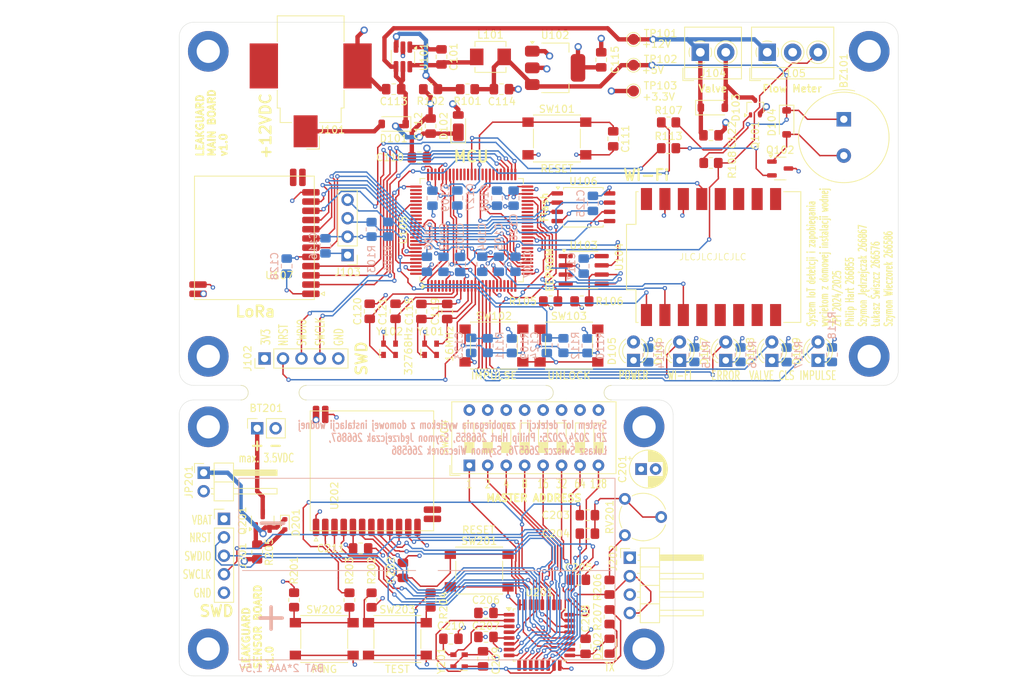
<source format=kicad_pcb>
(kicad_pcb (version 20240108) (generator "pcbnew") (generator_version "8.0")
  (layers (0 "F.Cu" signal) (1 "In1.Cu" signal) (2 "In2.Cu" signal) (31 "B.Cu" signal) (34 "B.Paste" user) (35 "F.Paste" user) (36 "B.SilkS" user "B.Silkscreen") (37 "F.SilkS" user "F.Silkscreen") (38 "B.Mask" user) (39 "F.Mask" user) (44 "Edge.Cuts" user))
  (net 0 "")
  (net 1 "Net-(BT201-+)")
  (net 2 "/Main unit/SWDIO")
  (net 3 "Net-(BZ101--)")
  (net 4 "Net-(U101-CB)")
  (net 5 "Net-(U101-SW)")
  (net 6 "/Main unit/LED_ERROR")
  (net 7 "Net-(D103-A)")
  (net 8 "/Main unit/QSPI_IO1")
  (net 9 "+3.3V")
  (net 10 "Net-(U105-VCAP_1)")
  (net 11 "GND")
  (net 12 "Net-(U105-VCAP_2)")
  (net 13 "/Main unit/LSE2")
  (net 14 "+BATT")
  (net 15 "/Main unit/LSE1")
  (net 16 "/Main unit/LED_VALVE")
  (net 17 "/Main unit/RESET")
  (net 18 "/Sensor unit/RESET")
  (net 19 "/Main unit/QSPI_NCS")
  (net 20 "/Sensor unit/BTN_PING")
  (net 21 "/Main unit/QSPI_IO0")
  (net 22 "/Sensor unit/BTN_TEST")
  (net 23 "/Sensor unit/LSE1")
  (net 24 "/Sensor unit/LSE2")
  (net 25 "Net-(D101-A)")
  (net 26 "/Main unit/SWCLK")
  (net 27 "/Main unit/EEPROM_WP")
  (net 28 "Net-(D105-K)")
  (net 29 "Net-(D106-K)")
  (net 30 "Net-(D107-K)")
  (net 31 "Net-(D108-K)")
  (net 32 "/Main unit/QSPI_CLK")
  (net 33 "Net-(D109-K)")
  (net 34 "Net-(D201-A)")
  (net 35 "Net-(D201-K)")
  (net 36 "Net-(D202-K)")
  (net 37 "/Sensor unit/SWCLK")
  (net 38 "/Sensor unit/SWDIO")
  (net 39 "/Sensor unit/SENSOR_IN")
  (net 40 "Net-(Q101-G)")
  (net 41 "/Main unit/EEPROM_SCK")
  (net 42 "Net-(Q102-B)")
  (net 43 "Net-(U101-FB)")
  (net 44 "Net-(R109-Pad2)")
  (net 45 "Net-(R110-Pad2)")
  (net 46 "Net-(R201-Pad2)")
  (net 47 "/Main unit/HSE2")
  (net 48 "/Main unit/ESP32_TX")
  (net 49 "/Main unit/EEPROM_SDA")
  (net 50 "/Main unit/LED_WIFI")
  (net 51 "Net-(R202-Pad2)")
  (net 52 "Net-(R206-Pad2)")
  (net 53 "/Sensor unit/LED_ALARM")
  (net 54 "/Sensor unit/ADDR6")
  (net 55 "/Sensor unit/ADDR1")
  (net 56 "/Main unit/QSPI_IO2")
  (net 57 "/Sensor unit/ADDR2")
  (net 58 "/Sensor unit/ADDR0")
  (net 59 "/Main unit/ESP32_RX")
  (net 60 "/Sensor unit/ADDR5")
  (net 61 "/Sensor unit/ADDR4")
  (net 62 "/Main unit/ESP32_CTS")
  (net 63 "/Sensor unit/ADDR3")
  (net 64 "/Sensor unit/ADDR7")
  (net 66 "/Main unit/BTN_UNLOCK")
  (net 69 "/Main unit/HSE1")
  (net 74 "/Main unit/QSPI_IO3")
  (net 75 "/Main unit/BTN_IMP")
  (net 76 "/Main unit/ESP32_RTS")
  (net 77 "/Main unit/LED_IMP")
  (net 80 "/Main unit/VALVE_OUT")
  (net 93 "+5V")
  (net 94 "/Main unit/BUZZER_OUT")
  (net 95 "+12V")
  (net 103 "/Main unit/OLED_SDA")
  (net 104 "/Main unit/OLED_SCK")
  (net 105 "/Main unit/FLOW_IMP")
  (net 110 "/Main unit/LORA_MISO")
  (net 111 "/Main unit/LORA_DIO0")
  (net 112 "/Main unit/LORA_SCK")
  (net 113 "/Main unit/LORA_RESET")
  (net 114 "/Main unit/LORA_MOSI")
  (net 115 "/Main unit/LORA_DIO2")
  (net 116 "/Main unit/LORA_NSS")
  (net 117 "/Main unit/LORA_DIO1")
  (net 118 "/Main unit/LORA_DIO3")
  (net 143 "/Sensor unit/LORA_MISO")
  (net 144 "/Sensor unit/LORA_DIO2")
  (net 145 "/Sensor unit/LORA_DIO1")
  (net 146 "/Sensor unit/LORA_RESET")
  (net 147 "/Sensor unit/LORA_MOSI")
  (net 148 "/Sensor unit/LORA_SCK")
  (net 149 "/Sensor unit/LORA_NSS")
  (net 150 "/Sensor unit/LORA_DIO3")
  (net 151 "/Sensor unit/LORA_DIO0")
  (net 156 "GNDBATT")
  (footprint "Capacitor_SMD:C_0805_2012Metric_Pad1.18x1.45mm_HandSolder" (layer "F.Cu") (at 79.756 36.0465 -90)
    (property "Reference" "C111")
    (property "Value" "100n")
  )
  (footprint "Capacitor_SMD:C_0805_2012Metric_Pad1.18x1.45mm_HandSolder" (layer "F.Cu") (at 49.53 29.21 180)
    (property "Reference" "C113")
    (property "Value" "100n")
  )
  (footprint "Resistor_SMD:R_0805_2012Metric_Pad1.20x1.40mm_HandSolder" (layer "F.Cu") (at 87.376 37.338)
    (property "Reference" "R113")
    (property "Value" "680")
  )
  (footprint "Lora:XL1278-SMT" (layer "F.Cu") (at 37.331 57.385 180)
    (property "Reference" "U107")
    (property "Value" "XL1278-SMT")
  )
  (footprint "Connector_PinHeader_2.54mm:PinHeader_1x02_P2.54mm_Horizontal" (layer "F.Cu") (at 23.368 82.021)
    (property "Reference" "JP201")
    (property "Value" "Jumper_2_Bridged")
  )
  (footprint "Resistor_SMD:R_0805_2012Metric_Pad1.20x1.40mm_HandSolder" (layer "F.Cu") (at 43.434 99.552 90)
    (property "Reference" "R203")
    (property "Value" "22k")
  )
  (footprint "Button_Switch_SMD:SW_Push_1P1T_NO_6x6mm_H9.5mm" (layer "F.Cu") (at 73.66 64.516)
    (property "Reference" "SW103")
    (property "Value" "UNLOCK")
  )
  (footprint "Buzzer_Beeper:Buzzer_TDK_PS1240P02BT_D12.2mm_H6.5mm" (layer "F.Cu") (at 111.506 33.354 -90)
    (property "Reference" "BZ101")
    (property "Value" "Buzzer")
  )
  (footprint "LED_THT:LED_D3.0mm" (layer "F.Cu") (at 95.25 66.558 90)
    (property "Reference" "D107")
    (property "Value" "RED")
  )
  (footprint "Capacitor_SMD:C_0805_2012Metric_Pad1.18x1.45mm_HandSolder" (layer "F.Cu") (at 76.2 87.868)
    (property "Reference" "C203")
    (property "Value" "1u")
  )
  (footprint "TestPoint:TestPoint_Pad_D1.5mm" (layer "F.Cu") (at 82.55 29.464)
    (property "Reference" "TP103")
    (property "Value" "+3.3V")
  )
  (footprint "Inductor_SMD:L_Vishay_IHLP-1616" (layer "F.Cu") (at 62.85225 24.765)
    (property "Reference" "L101")
    (property "Value" "15u")
  )
  (footprint "Capacitor_SMD:C_0805_2012Metric_Pad1.18x1.45mm_HandSolder" (layer "F.Cu") (at 44.9795 92.44)
    (property "Reference" "C211")
    (property "Value" "100n")
  )
  (footprint "Diode_SMD:D_SOD-123" (layer "F.Cu") (at 49.53 34 180)
    (property "Reference" "D101")
    (property "Value" "1A")
  )
  (footprint "Potentiometer_THT:Potentiometer_Piher_PT-6-V_Vertical" (layer "F.Cu") (at 81.36 90.622)
    (property "Reference" "RV201")
    (property "Value" "500k")
  )
  (footprint "Capacitor_SMD:C_0805_2012Metric_Pad1.18x1.45mm_HandSolder" (layer "F.Cu") (at 62.23 101.33 180)
    (property "Reference" "C206")
    (property "Value" "100n")
  )
  (footprint "Resistor_SMD:R_0805_2012Metric_Pad1.20x1.40mm_HandSolder" (layer "F.Cu") (at 93.218 39.37)
    (property "Reference" "R108")
    (property "Value" "10k")
  )
  (footprint "Oscillator:Oscillator_SMD_Abracon_ASDMB-4Pin_2.5x2.0mm" (layer "F.Cu") (at 48.959 65.024)
    (property "Reference" "Y102")
    (property "Value" "32768Hz")
  )
  (footprint "Resistor_SMD:R_0805_2012Metric_Pad1.20x1.40mm_HandSolder" (layer "F.Cu") (at 54.61 29.21 180)
    (property "Reference" "R102")
    (property "Value" "22.1k")
  )
  (footprint "MountingHole:MountingHole_3.2mm_M3_DIN965_Pad" (layer "F.Cu") (at 24 66)
    (property "Reference" "REF**" (hide yes))
    (property "Value" "MountingHole_3.2mm_M3_DIN965_Pad")
  )
  (footprint "LED_THT:LED_D3.0mm" (layer "F.Cu") (at 107.95 66.553 90)
    (property "Reference" "D109")
    (property "Value" "GREEN")
  )
  (footprint "Capacitor_SMD:C_0805_2012Metric_Pad1.18x1.45mm_HandSolder" (layer "F.Cu") (at 75.946 105.9235 90)
    (property "Reference" "C208")
    (property "Value" "100n")
  )
  (footprint "Button_Switch_THT:SW_DIP_SPSTx08_Slide_9.78x22.5mm_W7.62mm_P2.54mm" (layer "F.Cu") (at 59.944 81.01 90)
    (property "Reference" "SW204")
    (property "Value" "ADDRESS")
  )
  (footprint "Connector_PinHeader_2.54mm:PinHeader_1x04_P2.54mm_Vertical" (layer "F.Cu") (at 43.18 52.06 180)
    (property "Reference" "J103")
    (property "Value" "Conn_01x04_Pin")
  )
  (footprint "Capacitor_SMD:C_0805_2012Metric_Pad1.18x1.45mm_HandSolder" (layer "F.Cu") (at 46.228 59.7955 90)
    (property "Reference" "C120")
    (property "Value" "10n")
  )
  (footprint "Resistor_SMD:R_0805_2012Metric_Pad1.20x1.40mm_HandSolder" (layer "F.Cu") (at 30.734 92.932 -90)
    (property "Reference" "R205")
    (property "Value" "100k")
  )
  (footprint "Capacitor_THT:CP_Radial_D5.0mm_P2.00mm" (layer "F.Cu") (at 83.598 81.518)
    (property "Reference" "C201")
    (property "Value" "100u")
  )
  (footprint "Button_Switch_SMD:SW_Push_1P1T_NO_6x6mm_H9.5mm" (layer "F.Cu") (at 50.038 104.922)
    (property "Reference" "SW203")
    (property "Value" "TEST")
  )
  (footprint "Capacitor_SMD:C_0805_2012Metric_Pad1.18x1.45mm_HandSolder" (layer "F.Cu") (at 57.404 104.886 180)
    (property "Reference" "C210")
    (property "Value" "10n")
  )
  (footprint "Capacitor_SMD:C_0805_2012Metric_Pad1.18x1.45mm_HandSolder" (layer "F.Cu") (at 74.9515 96.758)
    (property "Reference" "C205")
    (property "Value" "4.7u")
  )
  (footprint "Diode_SMD:D_SOD-123" (layer "F.Cu") (at 103.632 33.782 -90)
    (property "Reference" "D104")
    (property "Value" "100mA")
  )
  (footprint "Package_TO_SOT_SMD:SOT-23-3" (layer "F.Cu") (at 102.7485 40.132)
    (property "Reference" "Q102")
    (property "Value" "MMBT2222ALT1G")
  )
  (footprint "Resistor_SMD:R_0805_2012Metric_Pad1.20x1.40mm_HandSolder" (layer "F.Cu") (at 35.814 99.536 -90)
    (property "Reference" "R201")
    (property "Value" "22k")
  )
  (footprint "Panelization:mouse-bite-2mm-slot_1" (layer "F.Cu") (at 75 71)
    (property "Reference" "mouse-bite-2mm-slot" (hide yes))
    (property "Value" "VAL**" (hide yes))
  )
  (footprint "Package_QFP:LQFP-100_14x14mm_P0.5mm" (layer "F.Cu") (at 60.27 48.625 90)
    (property "Reference" "U105")
    (property "Value" "STM32F746VETx")
  )
  (footprint "Button_Switch_SMD:SW_Push_1P1T_NO_6x6mm_H9.5mm" (layer "F.Cu") (at 61.303 95.488)
    (property "Reference" "SW201")
    (property "Value" "RESET")
  )
  (footprint "Capacitor_SMD:C_0805_2012Metric_Pad1.18x1.45mm_HandSolder" (layer "F.Cu") (at 49.784 59.7955 -90)
    (property "Reference" "C121")
    (property "Value" "10n")
  )
  (footprint "MountingHole:MountingHole_3.2mm_M3_DIN965_Pad" (layer "F.Cu") (at 84 75.7)
    (property "Reference" "REF**" (hide yes))
    (property "Value" "MountingHole_3.2mm_M3_DIN965_Pad")
  )
  (footprint "Resistor_SMD:R_0805_2012Metric_Pad1.20x1.40mm_HandSolder" (layer "F.Cu") (at 75.438 58.42)
    (property "Reference" "R106")
    (property "Value" "4.7k")
  )
  (footprint "Connector_PinSocket_2.54mm:PinSocket_1x02_P2.54mm_Vertical" (layer "F.Cu") (at 30.734 75.905 90)
    (property "Reference" "BT201")
    (property "Value" "Battery")
  )
  (footprint "Connector_PinHeader_2.54mm:PinHeader_1x05_P2.54mm_Vertical" (layer "F.Cu") (at 26.162 88.376)
    (property "Reference" "J201")
    (property "Value" "Conn_01x05_Pin")
  )
  (footprint "Diode_SMD:D_SOD-123" (layer "F.Cu") (at 93.472 31.75)
    (property "Reference" "D103")
    (property "Value" "D")
  )
  (footprint "Package_SO:SOIC-8_3.9x4.9mm_P1.27mm" (layer "F.Cu") (at 75.692 54.102)
    (property "Reference" "U103")
    (property "Value" "24LC512")
  )
  (footprint "Package_QFP:LQFP-32_7x7mm_P0.8mm" (layer "F.Cu") (at 69.596 104.378)
    (property "Reference" "U201")
    (property "Value" "STM32L031K6Tx")
  )
  (footprint "Capacitor_SMD:C_0805_2012Metric_Pad1.18x1.45mm_HandSolder" (layer "F.Cu") (at 61.833 107.648 90)
    (property "Reference" "C209")
    (property "Value" "10n")
  )
  (footprint "LED_THT:LED_D3.0mm" (layer "F.Cu") (at 82.55 66.553 90)
    (property "Reference" "D105")
    (property "Value" "RED")
  )
  (footprint "MountingHole:MountingHole_3.2mm_M3_DIN965_Pad" (layer "F.Cu") (at 84 106.3)
    (property "Reference" "REF**" (hide yes))
    (property "Value" "MountingHole_3.2mm_M3_DIN965_Pad")
  )
  (footprint "TestPoint:TestPoint_Pad_D1.5mm" (layer "F.Cu") (at 82.55 22.352 180)
    (property "Reference" "TP101")
    (property "Value" "+12V")
  )
  (footprint "MountingHole:MountingHole_3.2mm_M3_DIN965_Pad" (layer "F.Cu") (at 115 24)
    (property "Reference" "REF**" (hide yes))
    (property "Value" "MountingHole_3.2mm_M3_DIN965_Pad")
  )
  (footprint "Capacitor_SMD:C_0805_2012Metric_Pad1.18x1.45mm_HandSolder" (layer "F.Cu") (at 53.34 59.817 90)
    (property "Reference" "C118")
    (property "Value" "10n")
  )
  (footprint "LED_SMD:LED_0805_2012Metric_Pad1.15x1.40mm_HandSolder" (layer "F.Cu") (at 79.248 105.909 90)
    (property "Reference" "D202")
    (property "Value" "RED")
  )
  (footprint "Oscillator:Oscillator_SMD_Abracon_ASDMB-4Pin_2.5x2.0mm" (layer "F.Cu") (at 58.531 107.902 90)
    (property "Reference" "Y201")
    (property "Value" "32.768kHz")
  )
  (footprint "Button_Switch_SMD:SW_Push_1P1T_NO_6x6mm_H9.5mm" (layer "F.Cu") (at 72 36)
    (property "Reference" "SW101")
    (property "Value" "RESET")
  )
  (footprint "Button_Switch_SMD:SW_Push_1P1T_NO_6x6mm_H9.5mm" (layer "F.Cu") (at 39.967 104.922)
    (property "Reference" "SW202")
    (property "Value" "PING")
  )
  (footprint "Resistor_SMD:R_0805_2012Metric_Pad1.20x1.40mm_HandSolder" (layer "F.Cu") (at 79.248 101.854 90)
    (property "Reference" "R207")
    (property "Value" "680")
  )
  (footprint "Resistor_SMD:R_0805_2012Metric_Pad1.20x1.40mm_HandSolder" (layer "F.Cu") (at 71.136 58.42)
    (property "Reference" "R105")
    (property "Value" "4.7k")
  )
  (footprint "TestPoint:TestPoint_Pad_D1.5mm" (layer "F.Cu") (at 82.55 25.908)
    (property "Reference" "TP102")
    (property "Value" "+5V")
  )
  (footprint "Panelization:mouse-bite-2mm-slot_1" (layer "F.Cu") (at 33 71)
    (property "Reference" "mouse-bite-2mm-slot" (hide yes))
    (property "Value" "VAL**" (hide yes))
  )
  (footprint "MountingHole:MountingHole_3.2mm_M3_DIN965_Pad" (layer "F.Cu") (at 115 66)
    (property "Reference" "REF**" (hide yes))
    (property "Value" "MountingHole_3.2mm_M3_DIN965_Pad")
  )
  (footprint "Package_TO_SOT_SMD:SOT-23-6_Handsoldering" (layer "F.Cu") (at 50.8 24.765 -90)
    (property "Reference" "U101")
    (property "Value" "LMR50410")
  )
  (footprint "TerminalBlock_4Ucon:TerminalBlock_4Ucon_1x02_P3.50mm_Horizontal" (layer "F.Cu") (at 91.75 24.13)
    (property "Reference" "J104")
    (property "Value" "Conn_01x02_Socket")
  )
  (footprint "Package_TO_SOT_SMD:SOT-323_SC-70" (layer "F.Cu") (at 99.314 31.75 90)
    (property "Reference" "Q101")
    (property "Value" "DMG1012UW")
  )
  (footprint "Oscillator:Oscillator_SMD_Abracon_ASDMB-4Pin_2.5x2.0mm" (layer "F.Cu") (at 54.61 65.024)
    (property "Reference" "Y101")
    (property "Value" "16MHz")
  )
  (footprint "Capacitor_SMD:C_0805_2012Metric_Pad1.18x1.45mm_HandSolder" (layer "F.Cu") (at 78.105 25.1675 90)
    (property "Reference" "C115")
    (property "Value" "10u")
  )
  (footprint "Diode_SMD:D_PowerDI-123" (layer "F.Cu") (at 58.42 34.29 90)
    (property "Reference" "D102")
    (property "Value" "15V")
  )
  (footprint "LED_THT:LED_D3.0mm" (layer "F.Cu") (at 88.9 66.553 90)
    (property "Reference" "D106")
    (property "Value" "BLUE")
  )
  (footprint "Capacitor_SMD:C_0805_2012Metric_Pad1.18x1.45mm_HandSolder" (layer "F.Cu") (at 53.0645 38.608 180)
    (property "Reference" "C110")
    (property "Value" "4.7u")
  )
  (footprint "Package_SO:SOIC-8_5.23x5.23mm_P1.27mm" (layer "F.Cu") (at 75.648 45.466)
    (property "Reference" "U106")
    (property "Value" "W25Q32JVSS")
  )
  (footprint "Package_TO_SOT_SMD:SOT-23" (layer "F.Cu") (at 31.496 88.63 90)
    (property "Reference" "Q201")
    (property "Value" "DMP2045U")
  )
  (footprint "Capacitor_SMD:C_0805_2012Metric_Pad1.18x1.45mm_HandSolder" (layer "F.Cu") (at 76.2 90.408)
    (property "Reference" "C204")
    (property "Value" "1u")
  )
  (footprint "Capacitor_SMD:C_0805_2012Metric_Pad1.18x1.45mm_HandSolder" (layer "F.Cu") (at 93.218 35.56 180)
    (property "Reference" "C122")
    (property "Value" "10u")
  )
  (footprint "Package_TO_SOT_SMD:SOT-223-3_TabPin2" (layer "F.Cu") (at 71.755 26.275)
    (property "Reference" "U102")
    (property "Value" "AMS1117-3.3")
  )
  (footprint "Resistor_SMD:R_0805_2012Metric_Pad1.20x1.40mm_HandSolder" (layer "F.Cu") (at 87.376 33.782)
    (property "Reference" "R107")
    (property "Value" "10k")
  )
  (footprint "Resistor_SMD:R_0805_2012Metric_Pad1.20x1.40mm_HandSolder" (layer "F.Cu") (at 46.482 99.552 90)
    (property "Reference" "R202")
    (property "Value" "22k")
  )
  (footprint "Connector_BarrelJack:BarrelJack_CUI_PJ-036AH-SMT_Horizontal" (layer "F.Cu") (at 38.1 29.21 180)
    (property "Reference" "J101")
    (property "Value" "Jack-DC")
  )
  (footprint "Resistor_SMD:R_0805_2012Metric_Pad1.20x1.40mm_HandSolder" (layer "F.Cu") (at 79.248 97.79 90)
    (property "Reference" "R206")
    (property "Value" "10k")
  )
  (footprint "Diode_SMD:D_SOD-523" (layer "F.Cu") (at 34.544 89.138 -90)
    (property "Reference" "D201")
    (property "Value" "7.5V")
  )
  (footprint "Capacitor_SMD:C_0805_2012Metric_Pad1.18x1.45mm_HandSolder" (layer "F.Cu") (at 62.23 104.632 180)
    (property "Reference" "C207")
    (property "Value" "100n")
  )
  (footprint "Connector_PinHeader_2.54mm:PinHeader_1x04_P2.54mm_Horizontal" (layer "F.Cu") (at 82.042 93.72)
    (property "Reference" "J202")
    (property "Value" "Conn_01x04_Pin")
  )
  (footprint "Capacitor_SMD:C_0805_2012Metric_Pad1.18x1.45mm_HandSolder" (layer "F.Cu") (at 56.896 59.817 -90)
    (property "Reference" "C119")
    (property "Value" "10n")
  )
  (footprint "MountingHole:MountingHole_3.2mm_M3_DIN965_Pad" (layer "F.Cu") (at 24 75.7)
    (property "Reference" "REF**" (hide yes))
    (property "Value" "MountingHole_3.2mm_M3_DIN965_Pad")
  )
  (footprint "Capacitor_SMD:C_0805_2012Metric_Pad1.18x1.45mm_HandSolder" (layer "F.Cu") (at 64.3675 29.21)
    (property "Reference" "C114")
    (property "Value" "10u")
  )
  (footprint "Resistor_SMD:R_0805_2012Metric_Pad1.20x1.40mm_HandSolder" (layer "F.Cu") (at 54.61 99.552 90)
    (property "Reference" "R204")
    (property "Value" "22k")
  )
  (footprint "MountingHole:MountingHole_3.2mm_M3_DIN965_Pad" (layer "F.Cu") (at 24 24)
    (property "Reference" "REF**" (hide yes))
    (property "Value" "MountingHole_3.2mm_M3_DIN965_Pad")
  )
  (footprint "TerminalBlock_4Ucon:TerminalBlock_4Ucon_1x03_P3.50mm_Horizontal" (layer "F.Cu") (at 100.965 24.13)
    (property "Reference" "J105")
    (property "Value" "Conn_01x03_Socket")
  )
  (footprint "LED_THT:LED_D3.0mm" (layer "F.Cu") (at 101.6 66.558 90)
    (property "Reference" "D108")
    (property "Value" "ORANGE")
  )
  (footprint "Lora:XL1278-SMT" (layer "F.Cu") (at 38.835 88.746 90)
    (property "Reference" "U202")
    (property "Value" "XL1278-SMT")
  )
  (footprint "Capacitor_SMD:C_0805_2012Metric_Pad1.18x1.45mm_HandSolder" (layer "F.Cu") (at 50.8 95.4665 90)
    (property "Reference" "C202")
    (property "Value" "100n")
  )
  (footprint "Capacitor_SMD:C_0805_2012Metric_Pad1.18x1.45mm_HandSolder" (layer "F.Cu") (at 56.1125 24.765 -90)
    (property "Reference" "C101")
    (property "Value" "100n")
  )
  (footprint "Connector_PinHeader_2.54mm:PinHeader_1x05_P2.54mm_Vertical" (layer "F.Cu") (at 31.75 66.294 90)
    (property "Reference" "J102")
    (property "Value" "Conn_01x05_Pin")
  )
  (footprint "ESP32:MODULE_ESP32-C3_SUPERMINI" (layer "F.Cu") (at 94.234 52.324 90)
    (property "Reference" "U104")
    (property "Value" "ESP32-C3_SUPERMINI_SMD")
  )
  (footprint "MountingHole:MountingHole_3.2mm_M3_DIN965_Pad" (layer "F.Cu") (at 24 106.3)
    (property "Reference" "REF**" (hide yes))
    (property "Value" "MountingHole_3.2mm_M3_DIN965_Pad")
  )
  (footprint "Capacitor_SMD:C_0805_2012Metric_Pad1.18x1.45mm_HandSolder" (layer "F.Cu") (at 54.61 34.29 90)
    (property "Reference" "C112")
    (property "Value" "10u")
  )
  (footprint "Button_Switch_SMD:SW_Push_1P1T_NO_6x6mm_H9.5mm" (layer "F.Cu") (at 63.335 64.508)
    (property "Reference" "SW102")
    (property "Value" "IMPULSE")
  )
  (footprint "Resistor_SMD:R_0805_2012Metric_Pad1.20x1.40mm_HandSolder" (layer "F.Cu") (at 59.69 29.21 180)
    (property "Reference" "R101")
    (property "Value" "88.7k")
  )
  (footprint "library:BatteryHolder" (layer "B.Cu") (at 54.102 95.488 180)
    (property "Reference" "BAT 2*AAA 1,5V")
    (property "Value" "BatteryHolder")
  )
  (footprint "Resistor_SMD:R_0805_2012Metric_Pad1.20x1.40mm_HandSolder" (layer "B.Cu") (at 65.786 64.532 -90)
    (property "Reference" "R109")
    (property "Value" "22k")
  )
  (footprint "Capacitor_SMD:C_0805_2012Metric_Pad1.18x1.45mm_HandSolder" (layer "B.Cu") (at 58.293 44.196 -90)
    (property "Reference" "C127")
    (property "Value" "2.2u")
  )
  (footprint "Capacitor_SMD:C_0805_2012Metric_Pad1.18x1.45mm_HandSolder" (layer "B.Cu") (at 70.612 64.4945 -90)
    (property "Reference" "C124")
    (property "Value" "2.2u")
  )
  (footprint "Capacitor_SMD:C_0805_2012Metric_Pad1.18x1.45mm_HandSolder" (layer "B.Cu") (at 63.754 44.2175 -90)
    (property "Reference" "C108")
    (property "Value" "100n")
  )
  (footprint "Resistor_SMD:R_0805_2012Metric_Pad1.20x1.40mm_HandSolder" (layer "B.Cu") (at 97.282 65.77 90)
    (property "Reference" "R116")
    (property "Value" "680")
  )
  (footprint "Capacitor_SMD:C_0805_2012Metric_Pad1.18x1.45mm_HandSolder" (layer "B.Cu") (at 66.294 53.3185 90)
    (property "Reference" "C107")
    (property "Value" "100n")
  )
  (footprint "Resistor_SMD:R_0805_2012Metric_Pad1.20x1.40mm_HandSolder" (layer "B.Cu") (at 46.482 48.514 90)
    (property "Reference" "R103")
    (property "Value" "4.7k")
  )
  (footprint "Capacitor_SMD:C_0805_2012Metric_Pad1.18x1.45mm_HandSolder" (layer "B.Cu") (at 56.388 53.3185 90)
    (property "Reference" "C102")
    (property "Value" "100n")
  )
  (footprint "Resistor_SMD:R_0805_2012Metric_Pad1.20x1.40mm_HandSolder" (layer "B.Cu") (at 103.632 65.786 90)
    (property "Reference" "R117")
    (property "Value" "680")
  )
  (footprint "Capacitor_SMD:C_0805_2012Metric_Pad1.18x1.45mm_HandSolder" (layer "B.Cu") (at 75.692 53.5725 -90)
    (property "Reference" "C117")
    (property "Value" "100n")
  )
  (footprint "Capacitor_SMD:C_0805_2012Metric_Pad1.18x1.45mm_HandSolder" (layer "B.Cu") (at 64.008 53.3185 90)
    (property "Reference" "C105")
    (property "Value" "100n")
  )
  (footprint "Capacitor_SMD:C_0805_2012Metric_Pad1.18x1.45mm_HandSolder" (layer "B.Cu") (at 40.132 50.7785 -90)
    (property "Reference" "C116")
    (property "Value" "100n")
  )
  (footprint "Resistor_SMD:R_0805_2012Metric_Pad1.20x1.40mm_HandSolder" (layer "B.Cu") (at 62.484 64.516 90)
    (property "Reference" "R111")
    (property "Value" "22k")
  )
  (footprint "Capacitor_SMD:C_0805_2012Metric_Pad1.18x1.45mm_HandSolder" (layer "B.Cu") (at 61.722 53.3185 90)
    (property "Reference" "C104")
    (property "Value" "100n")
  )
  (footprint "Capacitor_SMD:C_0805_2012Metric_Pad1.18x1.45mm_HandSolder" (layer "B.Cu") (at 60.198 64.4945 -90)
    (property "Reference" "C123")
    (property "Value" "2.2u")
  )
  (footprint "Resistor_SMD:R_0805_2012Metric_Pad1.20x1.40mm_HandSolder" (layer "B.Cu") (at 109.882 65.77 90)
    (property "Reference" "R118")
    (property "Value" "470")
  )
  (footprint "Capacitor_SMD:C_0805_2012Metric_Pad1.18x1.45mm_HandSolder" (layer "B.Cu") (at 76.962 44.9365 -90)
    (property "Reference" "C125")
    (property "Value" "100n")
  )
  (footprint "Capacitor_SMD:C_0805_2012Metric_Pad1.18x1.45mm_HandSolder" (layer "B.Cu") (at 66.04 44.2175 -90)
    (property "Reference" "C126")
    (property "Value" "2.2u")
  )
  (footprint "Resistor_SMD:R_0805_2012Metric_Pad1.20x1.40mm_HandSolder" (layer "B.Cu") (at 48.768 48.498 90)
    (property "Reference" "R104")
    (property "Value" "4.7k")
  )
  (footprint "Capacitor_SMD:C_0805_2012Metric_Pad1.18x1.45mm_HandSolder" (layer "B.Cu") (at 54.102 53.3185 90)
    (property "Reference" "C106")
    (property "Value" "100n")
  )
  (footprint "Resistor_SMD:R_0805_2012Metric_Pad1.20x1.40mm_HandSolder" (layer "B.Cu") (at 84.582 65.802 90)
    (property "Reference" "R114")
    (property "Value" "680")
  )
  (footprint "Resistor_SMD:R_0805_2012Metric_Pad1.20x1.40mm_HandSolder" (layer "B.Cu") (at 72.898 64.516 90)
    (property "Reference" "R112")
    (property "Value" "22k")
  )
  (footprint "Resistor_SMD:R_0805_2012Metric_Pad1.20x1.40mm_HandSolder" (layer "B.Cu") (at 90.932 65.77 90)
    (property "Reference" "R115")
    (property "Value" "330")
  )
  (footprint "Capacitor_SMD:C_0805_2012Metric_Pad1.18x1.45mm_HandSolder" (layer "B.Cu") (at 54.864 44.2175 -90)
    (property "Reference" "C109")
    (property "Value" "100n")
  )
  (footprint "Capacitor_SMD:C_0805_2012Metric_Pad1.18x1.45mm_HandSolder" (layer "B.Cu") (at 34.798 53.5725 -90)
    (property "Reference" "C128")
    (property "Value" "100n")
  )
  (footprint "Resistor_SMD:R_0805_2012Metric_Pad1.20x1.40mm_HandSolder" (layer "B.Cu") (at 76.2 64.532 -90)
    (property "Reference" "R110")
    (property "Value" "22k")
  )
  (footprint "Capacitor_SMD:C_0805_2012Metric_Pad1.18x1.45mm_HandSolder" (layer "B.Cu") (at 58.674 53.34 90)
    (property "Reference" "C103")
    (property "Value" "100n")
  )
  (gr_arc (start 86 72) (mid 87.414214 72.585786) (end 88 74) (stroke (width 0.05)) (layer "Edge.Cuts"))
  (gr_line (start 20 108) (end 20 74) (stroke (width 0.05)) (layer "Edge.Cuts"))
  (gr_line (start 70.5 72) (end 37.5 72) (stroke (width 0.05)) (layer "Edge.Cuts"))
  (gr_arc (start 117 20) (mid 118.414214 20.585786) (end 119 22) (stroke (width 0.05)) (layer "Edge.Cuts"))
  (gr_arc (start 20 74) (mid 20.585786 72.585786) (end 22 72) (stroke (width 0.05)) (layer "Edge.Cuts"))
  (gr_line (start 70.5 70) (end 37.5 70) (stroke (width 0.05)) (layer "Edge.Cuts"))
  (gr_line (start 119 22) (end 119 68) (stroke (width 0.05)) (layer "Edge.Cuts"))
  (gr_arc (start 88 108) (mid 87.414214 109.414214) (end 86 110) (stroke (width 0.05)) (layer "Edge.Cuts"))
  (gr_line (start 22 20) (end 117 20) (stroke (width 0.05)) (layer "Edge.Cuts"))
  (gr_line (start 86 72) (end 79.5 72) (stroke (width 0.05)) (layer "Edge.Cuts"))
  (gr_line (start 28.5 70) (end 22 70) (stroke (width 0.05)) (layer "Edge.Cuts"))
  (gr_arc (start 22 110) (mid 20.585786 109.414214) (end 20 108) (stroke (width 0.05)) (layer "Edge.Cuts"))
  (gr_arc (start 22 70) (mid 20.585786 69.414214) (end 20 68) (stroke (width 0.05)) (layer "Edge.Cuts"))
  (gr_line (start 20 68) (end 20 22) (stroke (width 0.05)) (layer "Edge.Cuts"))
  (gr_line (start 88 74) (end 88 108) (stroke (width 0.05)) (layer "Edge.Cuts"))
  (gr_line (start 22 72) (end 28.5 72) (stroke (width 0.05)) (layer "Edge.Cuts"))
  (gr_arc (start 20 22) (mid 20.585786 20.585786) (end 22 20) (stroke (width 0.05)) (layer "Edge.Cuts"))
  (gr_arc (start 119 68) (mid 118.414214 69.414214) (end 117 70) (stroke (width 0.05)) (layer "Edge.Cuts"))
  (gr_arc (start 70.5 70) (mid 71.5 71) (end 70.5 72) (stroke (width 0.05)) (layer "Edge.Cuts"))
  (gr_arc (start 79.5 72) (mid 78.5 71) (end 79.5 70) (stroke (width 0.05)) (layer "Edge.Cuts"))
  (gr_arc (start 37.5 72) (mid 36.5 71) (end 37.5 70) (stroke (width 0.05)) (layer "Edge.Cuts"))
  (gr_line (start 86 110) (end 22 110) (stroke (width 0.05)) (layer "Edge.Cuts"))
  (gr_line (start 117 70) (end 79.5 70) (stroke (width 0.05)) (layer "Edge.Cuts"))
  (gr_arc (start 28.5 70) (mid 29.5 71) (end 28.5 72) (stroke (width 0.05)) (layer "Edge.Cuts"))
  (gr_text "System IoT detekcji i zapobiegania wyciekom z domowej instalacji wodnej\nZPI 2024/2025: Philip Hart 266855, Szymon Jędrzejczak 266867, \nŁukasz Świszcz 266576, Szymon Wieczorek 266586" (at 79 77.2 0) (layer "B.SilkS") (effects (font (size 1.1 0.75) (thickness 0.175) (bold yes)) (justify left mirror)))
  (gr_text "1" (at 59.944 83.55 0) (layer "F.SilkS") (effects (font (size 1.2 0.8) (thickness 0.15) (bold yes))))
  (gr_text "SWD" (at 45.974 66.294 90) (layer "F.SilkS") (effects (font (size 1.5 1.5) (thickness 0.3)) (justify bottom)))
  (gr_text "LEAKGUARD\nSENSOR BOARD \nv1.0" (at 33.02 109.204 90) (layer "F.SilkS") (effects (font (size 1 1) (thickness 0.25) (bold yes)) (justify left bottom)))
  (gr_text "ERROR" (at 95.25 69.342 0) (layer "F.SilkS") (effects (font (size 1.2 0.8) (thickness 0.15) (bold yes)) (justify bottom)))
  (gr_text "128" (at 77.724 83.55 0) (layer "F.SilkS") (effects (font (size 1.2 0.8) (thickness 0.15) (bold yes))))
  (gr_text "+" (at 30.734 78.216 0) (layer "F.SilkS") (effects (font (size 1.5 1.5) (thickness 0.3))))
  (gr_text "System IoT detekcji i zapobiegania\nwyciekom z domowej instalacji wodnej\nZPI 2024/2025\nPhilip Hart 266855\nSzymon Jędrzejczak 266867\nŁukasz Świszcz 266576\nSzymon Wieczorek 266586" (at 106.38 62 90) (layer "F.SilkS") (effects (font (size 1.1 0.65) (thickness 0.1625) (bold yes)) (justify left top)))
  (gr_text "8" (at 67.564 83.55 0) (layer "F.SilkS") (effects (font (size 1.2 0.8) (thickness 0.15) (bold yes))))
  (gr_text "MASTER ADDRESS" (at 68.834 86.09 0) (layer "F.SilkS") (effects (font (size 1 1) (thickness 0.25) (bold yes)) (justify bottom)))
  (gr_text "VALVE CLS" (at 101.6 69.342 0) (layer "F.SilkS") (effects (font (size 1.2 0.8) (thickness 0.15) (bold yes)) (justify bottom)))
  (gr_text "TX" (at 79.248 109.474 0) (layer "F.SilkS") (effects (font (size 1.2 0.8) (thickness 0.15) (bold yes)) (justify bottom)))
  (gr_text "NRST\n" (at 35.050084 64.667 90) (layer "F.SilkS") (effects (font (size 1.2 0.8) (thickness 0.15) (bold yes)) (justify left bottom)))
  (gr_text "Flash" (at 70.866 45.466 90) (layer "F.SilkS") (effects (font (size 1 1) (thickness 0.2)) (justify bottom)))
  (gr_text "GND" (at 24.514241 99.300405 0) (layer "F.SilkS") (effects (font (size 1.2 0.8) (thickness 0.15) (bold yes)) (justify right bottom)))
  (gr_text "JLCJLCJLCJLC" (at 93.472 52.832 0) (layer "F.SilkS") (effects (font (size 0.9 0.9) (thickness 0.1)) (justify bottom)))
  (gr_text "LEAKGUARD\nMAIN BOARD\nv1.0" (at 26.67 38.608 90) (layer "F.SilkS") (effects (font (size 1 1) (thickness 0.25) (bold yes)) (justify left bottom)))
  (gr_text "VBAT" (at 24.638 89.249 0) (layer "F.SilkS") (effects (font (size 1.2 0.8) (thickness 0.15) (bold yes)) (justify right bottom)))
  (gr_text "2\n" (at 62.484 83.55 0) (layer "F.SilkS") (effects (font (size 1.2 0.8) (thickness 0.15) (bold yes))))
  (gr_text "16" (at 70.104 83.55 0) (layer "F.SilkS") (effects (font (size 1.2 0.8) (thickness 0.15) (bold yes))))
  (gr_text "EEPROM" (at 71.628 54.102 90) (layer "F.SilkS") (effects (font (size 1 1) (thickness 0.2)) (justify bottom)))
  (gr_text "SWDIO" (at 37.590084 64.667 90) (layer "F.SilkS") (effects (font (size 1.2 0.8) (thickness 0.15) (bold yes)) (justify left bottom)))
  (gr_text "POWER" (at 82.55 69.314 0) (layer "F.SilkS") (effects (font (size 1.2 0.8) (thickness 0.15) (bold yes)) (justify bottom)))
  (gr_text "+12VDC" (at 32.766 34.29 90) (layer "F.SilkS") (effects (font (size 1.5 1.5) (thickness 0.3)) (justify bottom)))
  (gr_text "64" (at 75.184 83.55 0) (layer "F.SilkS") (effects (font (size 1.2 0.8) (thickness 0.15) (bold yes))))
  (gr_text "4" (at 65.024 83.55 0) (layer "F.SilkS") (effects (font (size 1.2 0.8) (thickness 0.15) (bold yes))))
  (gr_text "WI-FI" (at 88.9 69.314 0) (layer "F.SilkS") (effects (font (size 1.2 0.8) (thickness 0.15) (bold yes)) (justify bottom)))
  (gr_text "Valve" (at 93.472 29.718 0) (layer "F.SilkS") (effects (font (size 1 1) (thickness 0.2)) (justify bottom)))
  (gr_text "LoRa" (at 30.48 60.706 0) (layer "F.SilkS") (effects (font (size 1.5 1.5) (thickness 0.3)) (justify bottom)))
  (gr_text "MCU" (at 60.198 39.37 0) (layer "F.SilkS") (effects (font (size 1.5 1.5) (thickness 0.3)) (justify bottom)))
  (gr_text "max. 3.5VDC" (at 32.004 79.994 0) (layer "F.SilkS") (effects (font (size 1.2 0.8) (thickness 0.15) (bold yes))))
  (gr_text "GND" (at 42.674405 64.663759 90) (layer "F.SilkS") (effects (font (size 1.2 0.8) (thickness 0.15) (bold yes)) (justify left bottom)))
  (gr_text "IMPULSE" (at 107.95 69.342 0) (layer "F.SilkS") (effects (font (size 1.2 0.8) (thickness 0.15) (bold yes)) (justify bottom)))
  (gr_text "SWDIO" (at 24.511 94.216084 0) (layer "F.SilkS") (effects (font (size 1.2 0.8) (thickness 0.15) (bold yes)) (justify right bottom)))
  (gr_text "NRST\n" (at 24.511 91.676084 0) (layer "F.SilkS") (effects (font (size 1.2 0.8) (thickness 0.15) (bold yes)) (justify right bottom)))
  (gr_text "3V3" (at 32.623 64.54 90) (layer "F.SilkS") (effects (font (size 1.2 0.8) (thickness 0.15) (bold yes)) (justify left bottom)))
  (gr_text "SWCLK" (at 40.095513 64.660171 90) (layer "F.SilkS") (effects (font (size 1.2 0.8) (thickness 0.15) (bold yes)) (justify left bottom)))
  (gr_text "Wi-Fi" (at 84.328 41.91 0) (layer "F.SilkS") (effects (font (size 1.5 1.5) (thickness 0.3)) (justify bottom)))
  (gr_text "Flow Meter" (at 104.394 29.718 0) (layer "F.SilkS") (effects (font (size 1 1) (thickness 0.2)) (justify bottom)))
  (gr_text "SWCLK" (at 24.517829 96.721513 0) (layer "F.SilkS") (effects (font (size 1.2 0.8) (thickness 0.15) (bold yes)) (justify right bottom)))
  (gr_text "32" (at 72.644 83.55 0) (layer "F.SilkS") (effects (font (size 1.2 0.8) (thickness 0.15) (bold yes))))
  (gr_text "-" (at 33.274 78.216 0) (layer "F.SilkS") (effects (font (size 1.5 1.5) (thickness 0.3))))
  (gr_text "SWD" (at 25.146 101.076 0) (layer "F.SilkS") (effects (font (size 1.5 1.5) (thickness 0.3))))
  (segment (start 30.734 84.566) (end 31.496 85.328) (width 0.6) (layer "F.Cu") (net 1))
  (segment (start 30.734 75.905) (end 30.734 84.566) (width 0.6) (layer "F.Cu") (net 1))
  (segment (start 31.496 85.328) (end 31.496 87.6925) (width 0.6) (layer "F.Cu") (net 1))
  (segment (start 56.26359 39.624) (end 55.77 40.11759) (width 0.2) (layer "F.Cu") (net 2))
  (segment (start 49.022 42.291) (end 50.165 41.148) (width 0.2) (layer "F.Cu") (net 2))
  (segment (start 55.77 40.11759) (end 55.77 40.95) (width 0.2) (layer "F.Cu") (net 2))
  (segment (start 49.022 54.864) (end 49.022 42.291) (width 0.2) (layer "F.Cu") (net 2))
  (segment (start 36.83 61.214) (end 37.973 60.071) (width 0.2) (layer "F.Cu") (net 2))
  (segment (start 36.83 66.294) (end 36.83 61.214) (width 0.2) (layer "F.Cu") (net 2))
  (segment (start 56.642 39.624) (end 56.26359 39.624) (width 0.2) (layer "F.Cu") (net 2))
  (via (at 50.165 41.148) (size 0.6) (drill 0.3) (layers "F.Cu" "B.Cu") (net 2))
  (via (at 49.022 54.864) (size 0.6) (drill 0.3) (layers "F.Cu" "B.Cu") (net 2))
  (via (at 37.973 60.071) (size 0.6) (drill 0.3) (layers "F.Cu" "B.Cu") (net 2))
  (via (at 56.642 39.624) (size 0.6) (drill 0.3) (layers "F.Cu" "B.Cu") (net 2))
  (segment (start 49.022 54.864) (end 46.101 54.864) (width 0.2) (layer "B.Cu") (net 2))
  (segment (start 51.816 39.497) (end 50.165 41.148) (width 0.2) (layer "B.Cu") (net 2))
  (segment (start 56.515 39.497) (end 51.816 39.497) (width 0.2) (layer "B.Cu") (net 2))
  (segment (start 38.227 59.817) (end 37.973 60.071) (width 0.2) (layer "B.Cu") (net 2))
  (segment (start 46.101 54.864) (end 41.148 59.817) (width 0.2) (layer "B.Cu") (net 2))
  (segment (start 41.148 59.817) (end 38.227 59.817) (width 0.2) (layer "B.Cu") (net 2))
  (segment (start 56.642 39.624) (end 56.515 39.497) (width 0.2) (layer "B.Cu") (net 2))
  (segment (start 103.632 37.161) (end 103.632 35.432) (width 0.2) (layer "F.Cu") (net 3))
  (segment (start 105.282 35.432) (end 103.632 35.432) (width 0.2) (layer "F.Cu") (net 3))
  (segment (start 111.506 38.354) (end 108.204 38.354) (width 0.2) (layer "F.Cu") (net 3))
  (segment (start 101.611 39.182) (end 103.632 37.161) (width 0.2) (layer "F.Cu") (net 3))
  (segment (start 108.204 38.354) (end 105.282 35.432) (width 0.2) (layer "F.Cu") (net 3))
  (segment (start 56.1125 23.7275) (end 54.3345 23.7275) (width 0.6) (layer "F.Cu") (net 4))
  (segment (start 54.022 23.415) (end 51.75 23.415) (width 0.6) (layer "F.Cu") (net 4))
  (segment (start 54.3345 23.7275) (end 54.022 23.415) (width 0.6) (layer "F.Cu") (net 4))
  (segment (start 56.388 25.527) (end 60.198 25.527) (width 0.6) (layer "F.Cu") (net 5))
  (segment (start 60.198 25.527) (end 60.96 24.765) (width 0.6) (layer "F.Cu") (net 5))
  (segment (start 56.1125 25.8025) (end 56.388 25.527) (width 0.6) (layer "F.Cu") (net 5))
  (segment (start 51.957 25.908) (end 51.75 26.115) (width 0.6) (layer "F.Cu") (net 5))
  (segment (start 56.1125 25.8025) (end 56.007 25.908) (width 0.6) (layer "F.Cu") (net 5))
  (segment (start 56.007 25.908) (end 51.957 25.908) (width 0.6) (layer "F.Cu") (net 5))
  (segment (start 62.631235 67.924765) (end 62.27 67.56353) (width 0.2) (layer "F.Cu") (net 6))
  (segment (start 62.27 67.56353) (end 62.27 56.3) (width 0.2) (layer "F.Cu") (net 6))
  (segment (start 93.472 65.796) (end 95.25 64.018) (width 0.2) (layer "F.Cu") (net 6))
  (segment (start 93.472 68.545) (end 93.472 65.796) (width 0.2) (layer "F.Cu") (net 6))
  (via (at 93.472 68.545) (size 0.6) (drill 0.3) (layers "F.Cu" "B.Cu") (net 6))
  (via (at 62.631235 67.924765) (size 0.6) (drill 0.3) (layers "F.Cu" "B.Cu") (net 6))
  (segment (start 62.631235 67.924765) (end 63.03247 68.326) (width 0.2) (layer "B.Cu") (net 6))
  (segment (start 63.748529 68.545) (end 64.140529 68.153) (width 0.2) (layer "B.Cu") (net 6))
  (segment (start 63.251471 68.545) (end 63.748529 68.545) (width 0.2) (layer "B.Cu") (net 6))
  (segment (start 63.03247 68.326) (end 63.251471 68.545) (width 0.2) (layer "B.Cu") (net 6))
  (segment (start 93.08 68.153) (end 93.472 68.545) (width 0.2) (layer "B.Cu") (net 6))
  (segment (start 64.140529 68.153) (end 93.08 68.153) (width 0.2) (layer "B.Cu") (net 6))
  (segment (start 95.25 30.353) (end 95.25 31.622) (width 0.6) (layer "F.Cu") (net 7))
  (segment (start 97.028 30.353) (end 95.25 28.575) (width 0.6) (layer "F.Cu") (net 7))
  (segment (start 98.917 30.353) (end 97.028 30.353) (width 0.6) (layer "F.Cu") (net 7))
  (segment (start 99.314 30.75) (end 98.917 30.353) (width 0.6) (layer "F.Cu") (net 7))
  (segment (start 95.25 31.622) (end 95.122 31.75) (width 0.6) (layer "F.Cu") (net 7))
  (segment (start 95.25 24.13) (end 95.25 30.353) (width 0.6) (layer "F.Cu") (net 7))
  (segment (start 61.468 43.307) (end 61.468 47.311) (width 0.2) (layer "F.Cu") (net 8))
  (segment (start 71.12 44.831) (end 72.048 44.831) (width 0.2) (layer "F.Cu") (net 8))
  (segment (start 70.782262 45.001765) (end 70.949235 45.001765) (width 0.2) (layer "F.Cu") (net 8))
  (segment (start 62.27 40.95) (end 62.27 42.505) (width 0.2) (layer "F.Cu") (net 8))
  (segment (start 70.949235 45.001765) (end 71.12 44.831) (width 0.2) (layer "F.Cu") (net 8))
  (segment (start 62.27 42.505) (end 61.468 43.307) (width 0.2) (layer "F.Cu") (net 8))
  (via (at 70.782262 45.001765) (size 0.6) (drill 0.3) (layers "F.Cu" "B.Cu") (net 8))
  (via (at 61.468 47.311) (size 0.6) (drill 0.3) (layers "F.Cu" "B.Cu") (net 8))
  (segment (start 69.413027 46.371) (end 69.308785 46.371) (width 0.2) (layer "B.Cu") (net 8))
  (segment (start 69.308785 46.371) (end 68.906075 46.77371) (width 0.2) (layer "B.Cu") (net 8))
  (segment (start 63.15671 46.77371) (end 63.119 46.736) (width 0.2) (layer "B.Cu") (net 8))
  (segment (start 62.966314 46.736) (end 62.391314 47.311) (width 0.2) (layer "B.Cu") (net 8))
  (segment (start 63.119 46.736) (end 62.966314 46.736) (width 0.2) (layer "B.Cu") (net 8))
  (segment (start 62.391314 47.311) (end 61.468 47.311) (width 0.2) (layer "B.Cu") (net 8))
  (segment (start 68.906075 46.77371) (end 63.15671 46.77371) (width 0.2) (layer "B.Cu") (net 8))
  (segment (start 70.782262 45.001765) (end 69.413027 46.371) (width 0.2) (layer "B.Cu") (net 8))
  (segment (start 61.722 53.594) (end 61.89641 53.594) (width 0.2) (layer "F.Cu") (net 9))
  (segment (start 36.341 52.305) (end 36.195 52.451) (width 0.2) (layer "F.Cu") (net 9))
  (segment (start 59.6265 54.9275) (end 59.27 55.284) (width 0.2) (layer "F.Cu") (net 9))
  (segment (start 78.105 26.205) (end 74.975 26.205) (width 0.6) (layer "F.Cu") (net 9))
  (segment (start 61.89641 53.594) (end 63.77 55.46759) (width 0.2) (layer "F.Cu") (net 9))
  (segment (start 79.248 42.764) (end 79.248 43.561) (width 0.2) (layer "F.Cu") (net 9))
  (segment (start 65.107425 44.113777) (end 65.107425 44.112575) (width 0.2) (layer "F.Cu") (net 9))
  (segment (start 76.835 52.197) (end 78.167 52.197) (width 0.2) (layer "F.Cu") (net 9))
  (segment (start 74.905 23.393) (end 74.93 23.368) (width 0.6) (layer "F.Cu") (net 9))
  (segment (start 53.42741 54.625) (end 52.595 54.625) (width 0.2) (layer "F.Cu") (net 9))
  (segment (start 70.471 26.275) (end 70.612 26.416) (width 0.6) (layer "F.Cu") (net 9))
  (segment (start 82.55 29.464) (end 79.502 29.464) (width 0.6) (layer "F.Cu") (net 9))
  (segment (start 65.107425 44.112575) (end 66.595 42.625) (width 0.2) (layer "F.Cu") (net 9))
  (segment (start 56.77 55.371) (end 56.77 56.3) (width 0.2) (layer "F.Cu") (net 9))
  (segment (start 54.356 42.164) (end 54.27 42.078) (width 0.2) (layer "F.Cu") (net 9))
  (segment (start 64.27 55.38) (end 64.27 56.3) (width 0.2) (layer "F.Cu") (net 9))
  (segment (start 38.131 52.305) (end 36.341 52.305) (width 0.2) (layer "F.Cu") (net 9))
  (segment (start 74.438 58.42) (end 74.549 58.42) (width 0.2) (layer "F.Cu") (net 9))
  (segment (start 89.414 46.476) (end 89.281 46.609) (width 0.2) (layer "F.Cu") (net 9))
  (segment (start 54.757235 53.360235) (end 54.692175 53.360235) (width 0.2) (layer "F.Cu") (net 9))
  (segment (start 74.975 26.205) (end 74.905 26.275) (width 0.6) (layer "F.Cu") (net 9))
  (segment (start 74.905 26.275) (end 74.905 23.393) (width 0.6) (layer "F.Cu") (net 9))
  (segment (start 66.595 42.625) (end 67.945 42.625) (width 0.2) (layer "F.Cu") (net 9))
  (segment (start 54.692175 53.360235) (end 53.42741 54.625) (width 0.2) (layer "F.Cu") (net 9))
  (segment (start 57.531 54.61) (end 56.77 55.371) (width 0.2) (layer "F.Cu") (net 9))
  (segment (start 70.136 58.42) (end 70.278178 58.42) (width 0.2) (layer "F.Cu") (net 9))
  (segment (start 66.222774 54.125) (end 67.945 54.125) (width 0.2) (layer "F.Cu") (net 9))
  (segment (start 54.27 42.078) (end 54.27 40.95) (width 0.2) (layer "F.Cu") (net 9))
  (segment (start 63.246 54.356) (end 64.27 55.38) (width 0.2) (layer "F.Cu") (net 9))
  (segment (start 59.27 55.284) (end 59.27 56.3) (width 0.2) (layer "F.Cu") (net 9))
  (segment (start 74.549 58.42) (end 75.438 59.309) (width 0.2) (layer "F.Cu") (net 9))
  (segment (start 65.416274 53.3185) (end 66.222774 54.125) (width 0.2) (layer "F.Cu") (net 9))
  (segment (start 89.414 44.339) (end 89.414 46.476) (width 0.2) (layer "F.Cu") (net 9))
  (segment (start 68.605 26.275) (end 70.471 26.275) (width 0.6) (layer "F.Cu") (net 9))
  (segment (start 63.246 53.467) (end 63.246 54.356) (width 0.2) (layer "F.Cu") (net 9))
  (segment (start 70.278178 58.42) (end 71.198533 59.340355) (width 0.2) (layer "F.Cu") (net 9))
  (segment (start 54.102 38.608) (end 54.102 37.338) (width 0.6) (layer "F.Cu") (net 9))
  (segment (start 63.77 55.46759) (end 63.77 56.3) (width 0.2) (layer "F.Cu") (net 9))
  (via (at 61.722 53.594) (size 0.6) (drill 0.3) (layers "F.Cu" "B.Cu") (net 9))
  (via (at 54.102 37.338) (size 1) (drill 0.6) (layers "F.Cu" "B.Cu") (net 9))
  (via (at 75.692 62.23) (size 0.6) (drill 0.3) (layers "F.Cu" "B.Cu") (net 9))
  (via (at 65.107425 44.113777) (size 0.6) (drill 0.3) (layers "F.Cu" "B.Cu") (net 9))
  (via (at 89.281 46.609) (size 0.6) (drill 0.3) (layers "F.Cu" "B.Cu") (net 9))
  (via (at 54.757235 53.360235) (size 0.6) (drill 0.3) (layers "F.Cu" "B.Cu") (net 9))
  (via (at 70.612 26.416) (size 1) (drill 0.6) (layers "F.Cu" "B.Cu") (net 9))
  (via (at 74.93 23.368) (size 1) (drill 0.6) (layers "F.Cu" "B.Cu") (net 9))
  (via (at 65.416274 53.3185) (size 0.6) (drill 0.3) (layers "F.Cu" "B.Cu") (net 9))
  (via (at 65.278 62.23) (size 0.6) (drill 0.3) (layers "F.Cu" "B.Cu") (net 9))
  (via (at 59.6265 54.9275) (size 0.6) (drill 0.3) (layers "F.Cu" "B.Cu") (net 9))
  (via (at 76.835 52.197) (size 0.6) (drill 0.3) (layers "F.Cu" "B.Cu") (net 9))
  (via (at 36.195 52.451) (size 0.6) (drill 0.3) (layers "F.Cu" "B.Cu") (net 9))
  (via (at 75.438 59.309) (size 0.6) (drill 0.3) (layers "F.Cu" "B.Cu") (net 9))
  (via (at 54.356 42.164) (size 0.6) (drill 0.3) (layers "F.Cu" "B.Cu") (net 9))
  (via (at 79.502 29.464) (size 1) (drill 0.6) (layers "F.Cu" "B.Cu") (net 9))
  (via (at 63.246 53.467) (size 0.6) (drill 0.3) (layers "F.Cu" "B.Cu") (net 9))
  (via (at 57.531 54.61) (size 0.6) (drill 0.3) (layers "F.Cu" "B.Cu") (net 9))
  (via (at 45.085 49.53) (size 0.6) (drill 0.3) (layers "F.Cu" "B.Cu") (net 9))
  (via (at 79.248 42.764) (size 0.6) (drill 0.3) (layers "F.Cu" "B.Cu") (net 9))
  (via (at 71.198533 59.340355) (size 0.6) (drill 0.3) (layers "F.Cu" "B.Cu") (net 9))
  (segment (start 66.294 54.196226) (end 66.294 54.356) (width 0.2) (layer "B.Cu") (net 9))
  (segment (start 43.18 49.52) (end 45.075 49.52) (width 0.2) (layer "B.Cu") (net 9))
  (segment (start 65.786 62.738) (end 65.278 62.23) (width 0.2) (layer "B.Cu") (net 9))
  (segment (start 54.864 43.18) (end 54.864 42.672) (width 0.2) (layer "B.Cu") (net 9))
  (segment (start 76.962 43.899) (end 78.113 43.899) (width 0.2) (layer "B.Cu") (net 9))
  (segment (start 76.2 62.738) (end 75.692 62.23) (width 0.2) (layer "B.Cu") (net 9))
  (segment (start 59.0765 54.3775) (end 58.674 54.3775) (width 0.2) (layer "B.Cu") (net 9))
  (segment (start 76.2 63.532) (end 76.2 62.738) (width 0.2) (layer "B.Cu") (net 9))
  (segment (start 34.882 52.451) (end 34.798 52.535) (width 0.2) (layer "B.Cu") (net 9))
  (segment (start 46.498 49.498) (end 46.482 49.514) (width 0.2) (layer "B.Cu") (net 9))
  (segment (start 57.277 54.356) (end 56.388 54.356) (width 0.2) (layer "B.Cu") (net 9))
  (segment (start 43.18 49.52) (end 40.353 49.52) (width 0.2) (layer "B.Cu") (net 9))
  (segment (start 57.531 54.61) (end 57.277 54.356) (width 0.2) (layer "B.Cu") (net 9))
  (segment (start 54.102 54.01547) (end 54.102 54.356) (width 0.2) (layer "B.Cu") (net 9))
  (segment (start 78.113 43.899) (end 79.248 42.764) (width 0.2) (layer "B.Cu") (net 9))
  (segment (start 48.768 49.498) (end 46.498 49.498) (width 0.2) (layer "B.Cu") (net 9))
  (segment (start 65.416274 53.3185) (end 66.294 54.196226) (width 0.2) (layer "B.Cu") (net 9))
  (segment (start 40.353 49.52) (end 40.132 49.741) (width 0.2) (layer "B.Cu") (net 9))
  (segment (start 65.107425 44.113777) (end 64.173648 43.18) (width 0.2) (layer "B.Cu") (net 9))
  (segment (start 65.786 63.532) (end 65.786 62.738) (width 0.2) (layer "B.Cu") (net 9))
  (segment (start 45.101 49.514) (end 45.085 49.53) (width 0.2) (layer "B.Cu") (net 9))
  (segment (start 64.008 54.356) (end 64.008 54.229) (width 0.2) (layer "B.Cu") (net 9))
  (segment (start 36.195 52.451) (end 34.882 52.451) (width 0.2) (layer "B.Cu") (net 9))
  (segment (start 59.6265 54.9275) (end 59.0765 54.3775) (width 0.2) (layer "B.Cu") (net 9))
  (segment (start 61.722 54.356) (end 61.722 53.594) (width 0.2) (layer "B.Cu") (net 9))
  (segment (start 46.482 49.514) (end 45.101 49.514) (width 0.2) (layer "B.Cu") (net 9))
  (segment (start 45.075 49.52) (end 45.085 49.53) (width 0.2) (layer "B.Cu") (net 9))
  (segment (start 76.497 52.535) (end 76.835 52.197) (width 0.2) (layer "B.Cu") (net 9))
  (segment (start 64.008 54.229) (end 63.246 53.467) (width 0.2) (layer "B.Cu") (net 9))
  (segment (start 75.692 52.535) (end 76.497 52.535) (width 0.2) (layer "B.Cu") (net 9))
  (segment (start 54.757235 53.360235) (end 54.102 54.01547) (width 0.2) (layer "B.Cu") (net 9))
  (segment (start 54.864 42.672) (end 54.356 42.164) (width 0.2) (layer "B.Cu") (net 9))
  (segment (start 64.173648 43.18) (end 63.754 43.18) (width 0.2) (layer "B.Cu") (net 9))
  (segment (start 66.484 43.625) (end 66.04 44.069) (width 0.2) (layer "F.Cu") (net 10))
  (segment (start 67.945 43.625) (end 66.484 43.625) (width 0.2) (layer "F.Cu") (net 10))
  (via (at 66.04 44.069) (size 0.6) (drill 0.3) (layers "F.Cu" "B.Cu") (net 10))
  (segment (start 66.04 44.069) (end 66.04 43.18) (width 0.2) (layer "B.Cu") (net 10))
  (segment (start 78.105 22.225) (end 78.105 24.13) (width 0.6) (layer "F.Cu") (net 11))
  (segment (start 24.238 56.115) (end 24.638 56.515) (width 0.2) (layer "F.Cu") (net 11))
  (segment (start 49.684 65.799) (end 48.134 64.249) (width 0.2) (layer "F.Cu") (net 11))
  (segment (start 100.838 31.623) (end 99.964 32.497) (width 0.6) (layer "F.Cu") (net 11))
  (segment (start 73.217 54.737) (end 73.217 56.007) (width 0.2) (layer "F.Cu") (net 11))
  (segment (start 55.335 65.799) (end 53.785 64.249) (width 0.2) (layer "F.Cu") (net 11))
  (segment (start 79.756 37.084) (end 79.756 37.719) (width 0.2) (layer "F.Cu") (net 11))
  (segment (start 54.61 30.21) (end 53.61 29.21) (width 0.6) (layer "F.Cu") (net 11))
  (segment (start 86.874 46.476) (end 86.741 46.609) (width 0.2) (layer "F.Cu") (net 11))
  (segment (start 67.945 54.625) (end 68.83441 54.625) (width 0.2) (layer "F.Cu") (net 11))
  (segment (start 99.964 32.497) (end 99.964 32.75) (width 0.6) (layer "F.Cu") (net 11))
  (segment (start 48.134 64.249) (end 48.134 62.612) (width 0.2) (layer "F.Cu") (net 11))
  (segment (start 58.0605 58.7795) (end 58.42 58.42) (width 0.2) (layer "F.Cu") (net 11))
  (segment (start 36.722 43.415) (end 35.56 44.577) (width 0.2) (layer "F.Cu") (net 11))
  (segment (start 50.8 23.415) (end 50.8 24.638) (width 0.6) (layer "F.Cu") (net 11))
  (segment (start 72.644 47.371) (end 73.66 46.355) (width 0.2) (layer "F.Cu") (net 11))
  (segment (start 79.756 37.719) (end 79.225 38.25) (width 0.2) (layer "F.Cu") (net 11))
  (segment (start 104.902 40.132) (end 105.283 40.513) (width 0.2) (layer "F.Cu") (net 11))
  (segment (start 67.945 43.125) (end 69.028217 43.125) (width 0.2) (layer "F.Cu") (net 11))
  (segment (start 48.4925 29.21) (end 47.75 29.21) (width 0.6) (layer "F.Cu") (net 11))
  (segment (start 53.594 40.132) (end 53.876 39.85) (width 0.2) (layer "F.Cu") (net 11))
  (segment (start 22.583 56.115) (end 24.238 56.115) (width 0.2) (layer "F.Cu") (net 11))
  (segment (start 53.34 58.7795) (end 56.896 58.7795) (width 0.2) (layer "F.Cu") (net 11))
  (segment (start 44.55 21.998) (end 45.466 21.082) (width 0.6) (layer "F.Cu") (net 11))
  (segment (start 58.42 32.765) (end 58.42 32.004) (width 0.6) (layer "F.Cu") (net 11))
  (segment (start 52.595 54.125) (end 51.581 54.125) (width 0.2) (layer "F.Cu") (net 11))
  (segment (start 54.61 31.242) (end 54.61 30.21) (width 0.6) (layer "F.Cu") (net 11))
  (segment (start 55.435 65.799) (end 55.335 65.799) (width 0.2) (layer "F.Cu") (net 11))
  (segment (start 63.27 56.3) (end 63.27 57.13241) (width 0.2) (layer "F.Cu") (net 11))
  (segment (start 95.122 33.91) (end 95.25 33.782) (width 0.6) (layer "F.Cu") (net 11))
  (segment (start 69.677 66.758) (end 69.685 66.766) (width 0.2) (layer "F.Cu") (net 11))
  (segment (start 49.784 65.799) (end 49.684 65.799) (width 0.2) (layer "F.Cu") (net 11))
  (segment (start 73.217 52.197) (end 73.217 53.467) (width 0.2) (layer "F.Cu") (net 11))
  (segment (start 52.027 38.608) (end 52.027 35.095) (width 0.6) (layer "F.Cu") (net 11))
  (segment (start 51.581 54.125) (end 51.181 53.725) (width 0.2) (layer "F.Cu") (net 11))
  (segment (start 74.699 38.25) (end 74.676 38.227) (width 0.2) (layer "F.Cu") (net 11))
  (segment (start 51.408 51.625) (end 52.595 51.625) (width 0.2) (layer "F.Cu") (net 11))
  (segment (start 75.975 38.25) (end 74.699 38.25) (width 0.2) (layer "F.Cu") (net 11))
  (segment (start 58.77 56.3) (end 58.77 58.07) (width 0.2) (layer "F.Cu") (net 11))
  (segment (start 69.028217 43.125) (end 69.173259 42.979958) (width 0.2) (layer "F.Cu") (net 11))
  (segment (start 50.589 58.758) (end 51.308 58.039) (width 0.2) (layer "F.Cu") (net 11))
  (segment (start 65.405 29.21) (end 66.675 29.21) (width 0.6) (layer "F.Cu") (net 11))
  (segment (start 74.875836 53.544631) (end 73.294631 53.544631) (width 0.2) (layer "F.Cu") (net 11))
  (segment (start 38.131 43.415) (end 36.722 43.415) (width 0.2) (layer "F.Cu") (net 11))
  (segment (start 69.685 66.766) (end 71.846 66.766) (width 0.2) (layer "F.Cu") (net 11))
  (segment (start 53.876 39.85) (end 54.50241 39.85) (width 0.2) (layer "F.Cu") (net 11))
  (segment (start 79.225 38.25) (end 75.975 38.25) (width 0.2) (layer "F.Cu") (net 11))
  (segment (start 46.228 58.758) (end 47.232726 58.758) (width 0.2) (layer "F.Cu") (net 11))
  (segment (start 86.874 44.339) (end 86.874 46.476) (width 0.2) (layer "F.Cu") (net 11))
  (segment (start 68.605 23.975) (end 70.33 23.975) (width 0.6) (layer "F.Cu") (net 11))
  (segment (start 95.122 34.6935) (end 95.122 33.91) (width 0.6) (layer "F.Cu") (net 11))
  (segment (start 49.784 58.758) (end 50.589 58.758) (width 0.2) (layer "F.Cu") (net 11))
  (segment (start 47.75 29.21) (end 44.55 26.01) (width 0.6) (layer "F.Cu") (net 11))
  (segment (start 63.727146 57.589556) (end 64.085863 57.589556) (width 0.2) (layer "F.Cu") (net 11))
  (segment (start 48.134 62.612) (end 48.133 62.611) (width 0.2) (layer "F.Cu") (net 11))
  (segment (start 103.886 40.132) (end 104.902 40.132) (width 0.2) (layer "F.Cu") (net 11))
  (segment (start 71.918 66.766) (end 71.882 66.802) (width 0.2) (layer "F.Cu") (net 11))
  (segment (start 73.217 53.467) (end 73.217 54.737) (width 0.2) (layer "F.Cu") (net 11))
  (segment (start 35.179 56.896) (end 35.668 57.385) (width 0.2) (layer "F.Cu") (net 11))
  (segment (start 70.33 23.975) (end 70.993 24.638) (width 0.6) (layer "F.Cu") (net 11))
  (segment (start 69.446 38.25) (end 69.469 38.227) (width 0.2) (layer "F.Cu") (net 11))
  (segment (start 58.42 32.004) (end 57.658 31.242) (width 0.6) (layer "F.Cu") (net 11))
  (segment (start 95.122 34.6935) (end 94.2555 35.56) (width 0.6) (layer "F.Cu") (net 11))
  (segment (start 54.77 40.11759) (end 54.77 40.95) (width 0.2) (layer "F.Cu") (net 11))
  (segment (start 72.048 47.371) (end 72.644 47.371) (width 0.2) (layer "F.Cu") (net 11))
  (segment (start 53.8695 33.2525) (end 54.61 33.2525) (width 0.6) (layer "F.Cu") (net 11))
  (segment (start 35.668 57.385) (end 38.131 57.385) (width 0.2) (layer "F.Cu") (net 11))
  (segment (start 77.635 66.766) (end 71.918 66.766) (width 0.2) (layer "F.Cu") (net 11))
  (segment (start 63.27 57.13241) (end 63.727146 57.589556) (width 0.2) (layer "F.Cu") (net 11))
  (segment (start 54.61 33.2525) (end 54.61 31.242) (width 0.6) (layer "F.Cu") (net 11))
  (segment (start 67.31 66.758) (end 69.677 66.758) (width 0.2) (layer "F.Cu") (net 11))
  (segment (start 56.896 58.7795) (end 58.0605 58.7795) (width 0.2) (layer "F.Cu") (net 11))
  (segment (start 58.77 58.07) (end 58.42 58.42) (width 0.2) (layer "F.Cu") (net 11))
  (segment (start 71.846 66.766) (end 71.882 66.802) (width 0.2) (layer "F.Cu") (net 11))
  (segment (start 53.785 62.674) (end 53.848 62.611) (width 0.2) (layer "F.Cu") (net 11))
  (segment (start 47.232726 58.758) (end 48.423363 57.567363) (width 0.2) (layer "F.Cu") (net 11))
  (segment (start 73.294631 53.544631) (end 73.217 53.467) (width 0.2) (layer "F.Cu") (net 11))
  (segment (start 51.308 51.525) (end 51.408 51.625) (width 0.2) (layer "F.Cu") (net 11))
  (segment (start 54.50241 39.85) (end 54.77 40.11759) (width 0.2) (layer "F.Cu") (net 11))
  (segment (start 68.83441 54.625) (end 69.24495 54.21446) (width 0.2) (layer "F.Cu") (net 11))
  (segment (start 67.973 23.975) (end 68.605 23.975) (width 0.6) (layer "F.Cu") (net 11))
  (segment (start 34.798 56.896) (end 35.179 56.896) (width 0.2) (layer "F.Cu") (net 11))
  (segment (start 60.67 66.802) (end 59.404 66.802) (width 0.2) (layer "F.Cu") (net 11))
  (segment (start 52.027 35.095) (end 53.8695 33.2525) (width 0.6) (layer "F.Cu") (net 11))
  (segment (start 59.404 66.802) (end 59.36 66.758) (width 0.2) (layer "F.Cu") (net 11))
  (segment (start 53.785 64.249) (end 53.785 62.674) (width 0.2) (layer "F.Cu") (net 11))
  (segment (start 68.025 38.25) (end 69.446 38.25) (width 0.2) (layer "F.Cu") (net 11))
  (segment (start 44.55 26.01) (end 44.55 21.998) (width 0.6) (layer "F.Cu") (net 11))
  (via (at 64.085863 57.589556) (size 0.6) (drill 0.3) (layers "F.Cu" "B.Cu") (net 11))
  (via (at 64.897 45.339) (size 0.6) (drill 0.3) (layers "F.Cu" "B.Cu") (net 11))
  (via (at 58.42 58.42) (size 0.6) (drill 0.3) (layers "F.Cu" "B.Cu") (net 11))
  (via (at 91.186 63.5) (size 0.6) (drill 0.3) (layers "F.Cu" "B.Cu") (net 11))
  (via (at 55.372 51.816) (size 0.6) (drill 0.3) (layers "F.Cu" "B.Cu") (net 11))
  (via (at 110.236 63.627) (size 0.6) (drill 0.3) (layers "F.Cu" "B.Cu") (net 11))
  (via (at 74.875836 53.544631) (size 0.6) (drill 0.3) (layers "F.Cu" "B.Cu") (net 11))
  (via (at 74.676 38.227) (size 0.6) (drill 0.3) (layers "F.Cu" "B.Cu") (net 11))
  (via (at 84.963 63.627) (size 0.6) (drill 0.3) (layers "F.Cu" "B.Cu") (net 11))
  (via (at 50.8 24.638) (size 0.6) (drill 0.3) (layers "F.Cu" "B.Cu") (net 11))
  (via (at 54.991 46.609) (size 0.6) (drill 0.3) (layers "F.Cu" "B.Cu") (net 11))
  (via (at 66.675 29.21) (size 1) (drill 0.6) (layers "F.Cu" "B.Cu") (net 11))
  (via (at 97.536 63.5) (size 0.6) (drill 0.3) (layers "F.Cu" "B.Cu") (net 11))
  (via (at 62.865 51.685755) (size 0.6) (drill 0.3) (layers "F.Cu" "B.Cu") (net 11))
  (via (at 103.886 63.5) (size 0.6) (drill 0.3) (layers "F.Cu" "B.Cu") (net 11))
  (via (at 73.66 46.355) (size 0.6) (drill 0.3) (layers "F.Cu" "B.Cu") (net 11))
  (via (at 48.423363 57.567363) (size 0.6) (drill 0.3) (layers "F.Cu" "B.Cu") (net 11))
  (via (at 48.133 62.611) (size 0.6) (drill 0.3) (layers "F.Cu" "B.Cu") (net 11))
  (via (at 53.594 40.132) (size 0.6) (drill 0.3) (layers "F.Cu" "B.Cu") (net 11))
  (via (at 78.105 22.225) (size 1) (drill 0.6) (layers "F.Cu" "B.Cu") (net 11))
  (via (at 51.181 53.725) (size 0.6) (drill 0.3) (layers "F.Cu" "B.Cu") (net 11))
  (via (at 57.658 31.242) (size 1) (drill 0.6) (layers "F.Cu" "B.Cu") (net 11))
  (via (at 70.993 24.638) (size 1) (drill 0.6) (layers "F.Cu" "B.Cu") (net 11))
  (via (at 54.61 31.242) (size 1) (drill 0.6) (layers "F.Cu" "B.Cu") (net 11))
  (via (at 51.308 58.039) (size 0.6) (drill 0.3) (layers "F.Cu" "B.Cu") (net 11))
  (via (at 53.848 62.611) (size 0.6) (drill 0.3) (layers "F.Cu" "B.Cu") (net 11))
  (via (at 60.67 66.802) (size 0.6) (drill 0.3) (layers "F.Cu" "B.Cu") (net 11))
  (via (at 71.882 66.802) (size 0.6) (drill 0.3) (layers "F.Cu" "B.Cu") (net 11))
  (via (at 69.173259 42.979958) (size 0.6) (drill 0.3) (layers "F.Cu" "B.Cu") (net 11))
  (via (at 58.674 46.609) (size 0.6) (drill 0.3) (layers "F.Cu" "B.Cu") (net 11))
  (via (at 100.838 31.623) (size 1) (drill 0.6) (layers "F.Cu" "B.Cu") (net 11))
  (via (at 59.055 51.562) (size 0.6) (drill 0.3) (layers "F.Cu" "B.Cu") (net 11))
  (via (at 34.798 56.896) (size 0.6) (drill 0.3) (layers "F.Cu" "B.Cu") (net 11))
  (via (at 105.283 40.513) (size 0.6) (drill 0.3) (layers "F.Cu" "B.Cu") (net 11))
  (via (at 69.469 38.227) (size 0.6) (drill 0.3) (layers "F.Cu" "B.Cu") (net 11))
  (via (at 51.308 51.525) (size 0.6) (drill 0.3) (layers "F.Cu" "B.Cu") (net 11))
  (via (at 62.484 53.213) (size 0.6) (drill 0.3) (layers "F.Cu" "B.Cu") (net 11))
  (via (at 66.646644 50.747885) (size 0.6) (drill 0.3) (layers "F.Cu" "B.Cu") (net 11))
  (via (at 54.356 51.054) (size 0.6) (drill 0.3) (layers "F.Cu" "B.Cu") (net 11))
  (via (at 45.466 21.082) (size 1) (drill 0.6) (layers "F.Cu" "B.Cu") (net 11))
  (via (at 95.25 33.782) (size 1) (drill 0.6) (layers "F.Cu" "B.Cu") (net 11))
  (via (at 35.56 44.577) (size 0.6) (drill 0.3) (layers "F.Cu" "B.Cu") (net 11))
  (via (at 86.741 46.609) (size 0.6) (drill 0.3) (layers "F.Cu" "B.Cu") (net 11))
  (via (at 69.24495 54.21446) (size 0.6) (drill 0.3) (layers "F.Cu" "B.Cu") (net 11))
  (via (at 62.611 45.339) (size 0.6) (drill 0.3) (layers "F.Cu" "B.Cu") (net 11))
  (via (at 24.638 56.515) (size 0.6) (drill 0.3) (layers "F.Cu" "B.Cu") (net 11))
  (segment (start 74.875836 53.793836) (end 75.692 54.61) (width 0.2) (layer "B.Cu") (net 11))
  (segment (start 58.293 46.228) (end 58.293 45.2335) (width 0.2) (layer "B.Cu") (net 11))
  (segment (start 84.582 64.802) (end 84.582 64.008) (width 0.2) (layer "B.Cu") (net 11))
  (segment (start 65.956 45.339) (end 66.04 45.255) (width 0.2) (layer "B.Cu") (net 11))
  (segment (start 55.372 51.816) (end 55.923 51.816) (width 0.2) (layer "B.Cu") (net 11))
  (segment (start 54.864 45.255) (end 54.864 46.482) (width 0.2) (layer "B.Cu") (net 11))
  (segment (start 103.632 64.786) (end 103.632 63.754) (width 0.2) (layer "B.Cu") (net 11))
  (segment (start 54.102 51.308) (end 54.356 51.054) (width 0.2) (layer "B.Cu") (net 11))
  (segment (start 60.198 65.532) (end 60.198 66.33) (width 0.2) (layer "B.Cu") (net 11))
  (segment (start 40.132 51.816) (end 42.936 51.816) (width 0.2) (layer "B.Cu") (net 11))
  (segment (start 62.484 53.213) (end 63.416 52.281) (width 0.2) (layer "B.Cu") (net 11))
  (segment (start 64.897 45.339) (end 65.956 45.339) (width 0.2) (layer "B.Cu") (net 11))
  (segment (start 76.962 45.974) (end 74.041 45.974) (width 0.2) (layer "B.Cu") (net 11))
  (segment (start 58.674 46.609) (end 58.293 46.228) (width 0.2) (layer "B.Cu") (net 11))
  (segment (start 97.282 63.754) (end 97.536 63.5) (width 0.2) (layer "B.Cu") (net 11))
  (segment (start 63.67 45.339) (end 63.754 45.255) (width 0.2) (layer "B.Cu") (net 11))
  (segment (start 62.611 45.339) (end 63.67 45.339) (width 0.2) (layer "B.Cu") (net 11))
  (segment (start 84.582 64.008) (end 84.963 63.627) (width 0.2) (layer "B.Cu") (net 11))
  (segment (start 60.198 66.33) (end 60.67 66.802) (width 0.2) (layer "B.Cu") (net 11))
  (segment (start 54.102 52.281) (end 54.102 51.308) (width 0.2) (layer "B.Cu") (net 11))
  (segment (start 42.936 51.816) (end 43.18 52.06) (width 0.2) (layer "B.Cu") (net 11))
  (segment (start 109.982 63.881) (end 110.236 63.627) (width 0.2) (layer "B.Cu") (net 11))
  (segment (start 90.932 64.77) (end 90.932 63.754) (width 0.2) (layer "B.Cu") (net 11))
  (segment (start 97.282 64.77) (end 97.282 63.754) (width 0.2) (layer "B.Cu") (net 11))
  (segment (start 66.646644 50.747885) (end 66.294 51.100529) (width 0.2) (layer "B.Cu") (net 11))
  (segment (start 55.923 51.816) (end 56.388 52.281) (width 0.2) (layer "B.Cu") (net 11))
  (segment (start 54.864 46.482) (end 54.991 46.609) (width 0.2) (layer "B.Cu") (net 11))
  (segment (start 59.055 51.562) (end 58.674 51.943) (width 0.2) (layer "B.Cu") (net 11))
  (segment (start 90.932 63.754) (end 91.186 63.5) (width 0.2) (layer "B.Cu") (net 11))
  (segment (start 34.798 54.61) (end 34.798 56.896) (width 0.2) (layer "B.Cu") (net 11))
  (segment (start 103.632 63.754) (end 103.886 63.5) (width 0.2) (layer "B.Cu") (net 11))
  (segment (start 62.865 51.685755) (end 62.317245 51.685755) (width 0.2) (layer "B.Cu") (net 11))
  (segment (start 74.041 45.974) (end 73.66 46.355) (width 0.2) (layer "B.Cu") (net 11))
  (segment (start 58.674 51.943) (end 58.674 52.3025) (width 0.2) (layer "B.Cu") (net 11))
  (segment (start 74.875836 53.544631) (end 74.875836 53.793836) (width 0.2) (layer "B.Cu") (net 11))
  (segment (start 63.416 52.281) (end 64.008 52.281) (width 0.2) (layer "B.Cu") (net 11))
  (segment (start 66.294 51.100529) (end 66.294 52.281) (width 0.2) (layer "B.Cu") (net 11))
  (segment (start 62.317245 51.685755) (end 61.722 52.281) (width 0.2) (layer "B.Cu") (net 11))
  (segment (start 109.982 64.77) (end 109.982 63.881) (width 0.2) (layer "B.Cu") (net 11))
  (segment (start 70.612 65.532) (end 71.882 66.802) (width 0.2) (layer "B.Cu") (net 11))
  (segment (start 55.990197 43.89288) (end 55.27 43.172683) (width 0.2) (layer "F.Cu") (net 12))
  (segment (start 55.27 43.172683) (end 55.27 40.95) (width 0.2) (layer "F.Cu") (net 12))
  (via (at 55.990197 43.89288) (size 0.6) (drill 0.3) (layers "F.Cu" "B.Cu") (net 12))
  (segment (start 55.990197 43.89288) (end 57.55862 43.89288) (width 0.2) (layer "B.Cu") (net 12))
  (segment (start 57.55862 43.89288) (end 58.293 43.1585) (width 0.2) (layer "B.Cu") (net 12))
  (segment (start 49.784 64.249) (end 49.784 60.632756) (width 0.2) (layer "F.Cu") (net 13))
  (segment (start 58.27 57.427) (end 58.27 56.3) (width 0.2) (layer "F.Cu") (net 13))
  (segment (start 49.784 60.632756) (end 52.524756 57.892) (width 0.2) (layer "F.Cu") (net 13))
  (segment (start 52.524756 57.892) (end 57.805 57.892) (width 0.2) (layer "F.Cu") (net 13))
  (segment (start 57.805 57.892) (end 58.27 57.427) (width 0.2) (layer "F.Cu") (net 13))
  (segment (start 43.942 89.573) (end 43.915 89.546) (width 0.2) (layer "F.Cu") (net 14))
  (segment (start 73.584 97.088) (end 73.584 99.476) (width 0.2) (layer "F.Cu") (net 14))
  (segment (start 46.752 100.552) (end 48.006 99.298) (width 0.2) (layer "F.Cu") (net 14))
  (segment (start 65.421 104.778) (end 63.4135 104.778) (width 0.2) (layer "F.Cu") (net 14))
  (segment (start 78.749 105.131) (end 77.724 106.156) (width 0.2) (layer "F.Cu") (net 14))
  (segment (start 73.914 96.758) (end 73.584 97.088) (width 0.2) (layer "F.Cu") (net 14))
  (segment (start 43.942 92.44) (end 43.434 92.44) (width 0.2) (layer "F.Cu") (net 14))
  (segment (start 75.184 101.076) (end 75.784 101.076) (width 0.2) (layer "F.Cu") (net 14))
  (segment (start 73.584 99.476) (end 75.184 101.076) (width 0.2) (layer "F.Cu") (net 14))
  (segment (start 46.482 100.552) (end 46.752 100.552) (width 0.2) (layer "F.Cu") (net 14))
  (segment (start 63.246 104.6105) (end 63.2675 104.632) (width 0.2) (layer "F.Cu") (net 14))
  (segment (start 75.946 94.001) (end 75.946 93.71) (width 0.2) (layer "F.Cu") (net 14))
  (segment (start 63.5155 101.578) (end 63.2675 101.33) (width 0.2) (layer "F.Cu") (net 14))
  (segment (start 76.919 106.961) (end 77.724 106.156) (width 0.2) (layer "F.Cu") (net 14))
  (segment (start 35.814 98.536) (end 35.814 97.774) (width 0.2) (layer "F.Cu") (net 14))
  (segment (start 73.914 96.033) (end 75.946 94.001) (width 0.2) (layer "F.Cu") (net 14))
  (segment (start 35.814 97.774) (end 35.052 97.012) (width 0.2) (layer "F.Cu") (net 14))
  (segment (start 35.052 97.012) (end 34.29 97.012) (width 0.2) (layer "F.Cu") (net 14))
  (segment (start 73.914 96.758) (end 73.914 96.033) (width 0.2) (layer "F.Cu") (net 14))
  (segment (start 43.434 92.44) (end 42.926 91.932) (width 0.2) (layer "F.Cu") (net 14))
  (segment (start 75.946 106.961) (end 76.919 106.961) (width 0.2) (layer "F.Cu") (net 14))
  (segment (start 63.2675 100.2925) (end 63.2675 101.33) (width 0.2) (layer "F.Cu") (net 14))
  (segment (start 63.2675 105.521866) (end 63.2675 104.632) (width 0.2) (layer "F.Cu") (net 14))
  (segment (start 43.942 92.44) (end 43.942 89.573) (width 0.2) (layer "F.Cu") (net 14))
  (segment (start 65.421 101.578) (end 63.5155 101.578) (width 0.2) (layer "F.Cu") (net 14))
  (segment (start 63.4135 104.778) (end 63.2675 104.632) (width 0.2) (layer "F.Cu") (net 14))
  (segment (start 73.771 107.178) (end 75.729 107.178) (width 0.2) (layer "F.Cu") (net 14))
  (segment (start 64.171001 106.425367) (end 63.2675 105.521866) (width 0.2) (layer "F.Cu") (net 14))
  (segment (start 75.729 107.178) (end 75.946 106.961) (width 0.2) (layer "F.Cu") (net 14))
  (segment (start 79.248 105.131) (end 78.749 105.131) (width 0.2) (layer "F.Cu") (net 14))
  (via (at 75.946 93.71) (size 0.6) (drill 0.3) (layers "F.Cu" "B.Cu") (net 14))
  (via (at 77.724 106.156) (size 0.6) (drill 0.3) (layers "F.Cu" "B.Cu") (net 14))
  (via (at 42.926 91.932) (size 0.6) (drill 0.3) (layers "F.Cu" "B.Cu") (net 14))
  (via (at 64.171001 106.425367) (size 0.6) (drill 0.3) (layers "F.Cu" "B.Cu") (net 14))
  (via (at 48.006 99.298) (size 0.6) (drill 0.3) (layers "F.Cu" "B.Cu") (net 14))
  (via (at 63.2675 100.2925) (size 0.6) (drill 0.3) (layers "F.Cu" "B.Cu") (net 14))
  (via (at 75.784 101.076) (size 0.6) (drill 0.3) (layers "F.Cu" "B.Cu") (net 14))
  (via (at 34.29 97.012) (size 0.6) (drill 0.3) (layers "F.Cu" "B.Cu") (net 14))
  (segment (start 57.77 57.165) (end 57.514872 57.420128) (width 0.2) (layer "F.Cu") (net 15))
  (segment (start 57.77 56.3) (end 57.77 57.165) (width 0.2) (layer "F.Cu") (net 15))
  (segment (start 46.228 60.7275) (end 47.140465 59.815035) (width 0.2) (layer "F.Cu") (net 15))
  (segment (start 49.419128 57.420128) (end 49.038128 57.801128) (width 0.2) (layer "F.Cu") (net 15))
  (segment (start 57.514872 57.420128) (end 49.419128 57.420128) (width 0.2) (layer "F.Cu") (net 15))
  (segment (start 47.140465 59.698791) (end 49.038128 57.801128) (width 0.2) (layer "F.Cu") (net 15))
  (segment (start 46.228 64.516) (end 46.228 60.7275) (width 0.2) (layer "F.Cu") (net 15))
  (segment (start 48.134 65.799) (end 47.511 65.799) (width 0.2) (layer "F.Cu") (net 15))
  (segment (start 47.140465 59.815035) (end 47.140465 59.698791) (width 0.2) (layer "F.Cu") (net 15))
  (segment (start 47.511 65.799) (end 46.228 64.516) (width 0.2) (layer "F.Cu") (net 15))
  (segment (start 63.5 67.945) (end 62.77 67.215) (width 0.2) (layer "F.Cu") (net 16))
  (segment (start 62.77 67.215) (end 62.77 56.3) (width 0.2) (layer "F.Cu") (net 16))
  (via (at 63.5 67.945) (size 0.6) (drill 0.3) (layers "F.Cu" "B.Cu") (net 16))
  (segment (start 63.945 67.5) (end 64.198 67.753) (width 0.2) (layer "B.Cu") (net 16))
  (segment (start 64.198 67.753) (end 94.045 67.753) (width 0.2) (layer "B.Cu") (net 16))
  (segment (start 94.05 67.758) (end 97.878744 67.758) (width 0.2) (layer "B.Cu") (net 16))
  (segment (start 101.6 64.036744) (end 101.6 64.018) (width 0.2) (layer "B.Cu") (net 16))
  (segment (start 94.045 67.753) (end 94.05 67.758) (width 0.2) (layer "B.Cu") (net 16))
  (segment (start 97.878744 67.758) (end 101.6 64.036744) (width 0.2) (layer "B.Cu") (net 16))
  (segment (start 63.5 67.945) (end 63.945 67.5) (width 0.2) (layer "B.Cu") (net 16))
  (segment (start 59.69 52.451) (end 60.77 53.531) (width 0.2) (layer "F.Cu") (net 17))
  (segment (start 79.248 33.782) (end 76.007 33.782) (width 0.2) (layer "F.Cu") (net 17))
  (segment (start 58.285 65.358) (end 58.285 61.308) (width 0.2) (layer "F.Cu") (net 17))
  (segment (start 60.77 58.823) (end 60.77 56.3) (width 0.2) (layer "F.Cu") (net 17))
  (segment (start 59.69 44.542) (end 59.69 52.451) (width 0.2) (layer "F.Cu") (net 17))
  (segment (start 79.756 34.29) (end 79.248 33.782) (width 0.2) (layer "F.Cu") (net 17))
  (segment (start 56.642 67.001) (end 58.285 65.358) (width 0.2) (layer "F.Cu") (net 17))
  (segment (start 56.642 69.215) (end 56.642 67.001) (width 0.2) (layer "F.Cu") (net 17))
  (segment (start 59.69 44.542) (end 59.69 43.561) (width 0.2) (layer "F.Cu") (net 17))
  (segment (start 63.151 33.75) (end 68.025 33.75) (width 0.2) (layer "F.Cu") (net 17))
  (segment (start 61.341 39.608) (end 61.341 35.56) (width 0.2) (layer "F.Cu") (net 17))
  (segment (start 79.756 35.009) (end 79.756 34.29) (width 0.2) (layer "F.Cu") (net 17))
  (segment (start 61.341 35.56) (end 63.151 33.75) (width 0.2) (layer "F.Cu") (net 17))
  (segment (start 34.29 68.453) (end 35.052 69.215) (width 0.2) (layer "F.Cu") (net 17))
  (segment (start 60.77 53.531) (end 60.77 56.3) (width 0.2) (layer "F.Cu") (net 17))
  (segment (start 68.025 33.75) (end 75.975 33.75) (width 0.2) (layer "F.Cu") (net 17))
  (segment (start 58.285 61.308) (end 60.77 58.823) (width 0.2) (layer "F.Cu") (net 17))
  (segment (start 59.69 43.561) (end 60.579 42.672) (width 0.2) (layer "F.Cu") (net 17))
  (segment (start 76.007 33.782) (end 75.975 33.75) (width 0.2) (layer "F.Cu") (net 17))
  (segment (start 34.29 66.294) (end 34.29 68.453) (width 0.2) (layer "F.Cu") (net 17))
  (via (at 61.341 39.608) (size 0.6) (drill 0.3) (layers "F.Cu" "B.Cu") (net 17))
  (via (at 60.579 42.672) (size 0.6) (drill 0.3) (layers "F.Cu" "B.Cu") (net 17))
  (via (at 56.642 69.215) (size 0.6) (drill 0.3) (layers "F.Cu" "B.Cu") (net 17))
  (via (at 35.052 69.215) (size 0.6) (drill 0.3) (layers "F.Cu" "B.Cu") (net 17))
  (segment (start 35.052 69.215) (end 56.642 69.215) (width 0.2) (layer "B.Cu") (net 17))
  (segment (start 60.579 42.672) (end 61.341 41.91) (width 0.2) (layer "B.Cu") (net 17))
  (segment (start 61.341 41.91) (end 61.341 39.608) (width 0.2) (layer "B.Cu") (net 17))
  (segment (start 66.685188 98.953001) (end 66.353 98.620813) (width 0.2) (layer "F.Cu") (net 18))
  (segment (start 65.421 103.978) (end 66.170999 103.978) (width 0.2) (layer "F.Cu") (net 18))
  (segment (start 66.170999 103.978) (end 66.670999 103.478) (width 0.2) (layer "F.Cu") (net 18))
  (segment (start 65.314 93.238) (end 65.278 93.238) (width 0.2) (layer "F.Cu") (net 18))
  (segment (start 50.282384 96.504) (end 52.07 96.504) (width 0.2) (layer "F.Cu") (net 18))
  (segment (start 53.218 97.652) (end 55.494 97.652) (width 0.2) (layer "F.Cu") (net 18))
  (segment (start 57.328 93.238) (end 65.278 93.238) (width 0.2) (layer "F.Cu") (net 18))
  (segment (start 57.328 95.818) (end 57.328 93.238) (width 0.2) (layer "F.Cu") (net 18))
  (segment (start 65.786 96.221) (end 65.786 93.71) (width 0.2) (layer "F.Cu") (net 18))
  (segment (start 66.353 98.620813) (end 66.353 96.788) (width 0.2) (layer "F.Cu") (net 18))
  (segment (start 52.07 96.504) (end 53.218 97.652) (width 0.2) (layer "F.Cu") (net 18))
  (segment (start 55.494 97.652) (end 57.328 95.818) (width 0.2) (layer "F.Cu") (net 18))
  (segment (start 66.670999 103.478) (end 66.670999 103.143212) (width 0.2) (layer "F.Cu") (net 18))
  (segment (start 65.786 93.71) (end 65.314 93.238) (width 0.2) (layer "F.Cu") (net 18))
  (segment (start 49.274624 95.49624) (end 50.282384 96.504) (width 0.2) (layer "F.Cu") (net 18))
  (segment (start 66.353 96.788) (end 65.786 96.221) (width 0.2) (layer "F.Cu") (net 18))
  (via (at 66.670999 103.143212) (size 0.6) (drill 0.3) (layers "F.Cu" "B.Cu") (net 18))
  (via (at 49.274624 95.49624) (size 0.6) (drill 0.3) (layers "F.Cu" "B.Cu") (net 18))
  (via (at 66.685188 98.953001) (size 0.6) (drill 0.3) (layers "F.Cu" "B.Cu") (net 18))
  (segment (start 49.274624 95.486624) (end 49.274624 95.49624) (width 0.2) (layer "B.Cu") (net 18))
  (segment (start 25.012 92.066) (end 25.012 93.932346) (width 0.2) (layer "B.Cu") (net 18))
  (segment (start 25.805654 94.726) (end 28.332629 94.726) (width 0.2) (layer "B.Cu") (net 18))
  (segment (start 31.242 93.602) (end 31.75 93.602) (width 0.2) (layer "B.Cu") (net 18))
  (segment (start 66.685188 98.953001) (end 66.670999 98.96719) (width 0.2) (layer "B.Cu") (net 18))
  (segment (start 31.858 93.71) (end 47.498 93.71) (width 0.2) (layer "B.Cu") (net 18))
  (segment (start 66.670999 98.96719) (end 66.670999 103.143212) (width 0.2) (layer "B.Cu") (net 18))
  (segment (start 31.75 93.602) (end 31.858 93.71) (width 0.2) (layer "B.Cu") (net 18))
  (segment (start 26.162 90.916) (end 25.012 92.066) (width 0.2) (layer "B.Cu") (net 18))
  (segment (start 28.624629 95.018) (end 29.826 95.018) (width 0.2) (layer "B.Cu") (net 18))
  (segment (start 28.332629 94.726) (end 28.624629 95.018) (width 0.2) (layer "B.Cu") (net 18))
  (segment (start 47.498 93.71) (end 49.274624 95.486624) (width 0.2) (layer "B.Cu") (net 18))
  (segment (start 29.826 95.018) (end 31.242 93.602) (width 0.2) (layer "B.Cu") (net 18))
  (segment (start 25.012 93.932346) (end 25.805654 94.726) (width 0.2) (layer "B.Cu") (net 18))
  (segment (start 70.182262 47.177239) (end 70.182262 44.626739) (width 0.2) (layer "F.Cu") (net 19))
  (segment (start 70.793475 48.354032) (end 70.148001 47.708558) (width 0.2) (layer "F.Cu") (net 19))
  (segment (start 71.248001 43.561) (end 72.048 43.561) (width 0.2) (layer "F.Cu") (net 19))
  (segment (start 71.104458 48.354032) (end 70.793475 48.354032) (width 0.2) (layer "F.Cu") (net 19))
  (segment (start 53.751 50.625) (end 52.595 50.625) (width 0.2) (layer "F.Cu") (net 19))
  (segment (start 54.483 47.879) (end 54.483 49.893) (width 0.2) (layer "F.Cu") (net 19))
  (segment (start 70.148001 47.2115) (end 70.182262 47.177239) (width 0.2) (layer "F.Cu") (net 19))
  (segment (start 70.182262 44.626739) (end 71.248001 43.561) (width 0.2) (layer "F.Cu") (net 19))
  (segment (start 54.483 49.893) (end 53.751 50.625) (width 0.2) (layer "F.Cu") (net 19))
  (segment (start 70.148001 47.708558) (end 70.148001 47.2115) (width 0.2) (layer "F.Cu") (net 19))
  (via (at 71.104458 48.354032) (size 0.6) (drill 0.3) (layers "F.Cu" "B.Cu") (net 19))
  (via (at 54.483 47.879) (size 0.6) (drill 0.3) (layers "F.Cu" "B.Cu") (net 19))
  (segment (start 63.309604 47.57371) (end 62.572314 48.311) (width 0.2) (layer "B.Cu") (net 19))
  (segment (start 54.915 48.311) (end 54.483 47.879) (width 0.2) (layer "B.Cu") (net 19))
  (segment (start 70.013153 47.57371) (end 63.309604 47.57371) (width 0.2) (layer "B.Cu") (net 19))
  (segment (start 71.104458 48.354032) (end 70.793475 48.354032) (width 0.2) (layer "B.Cu") (net 19))
  (segment (start 70.793475 48.354032) (end 70.013153 47.57371) (width 0.2) (layer "B.Cu") (net 19))
  (segment (start 62.572314 48.311) (end 54.915 48.311) (width 0.2) (layer "B.Cu") (net 19))
  (segment (start 41.91 98.06) (end 41.91 96.504) (width 0.2) (layer "F.Cu") (net 20))
  (segment (start 40.582314 93.005686) (end 39.762628 92.186) (width 0.2) (layer "F.Cu") (net 20))
  (segment (start 67.202 89.138) (end 67.202 95.108929) (width 0.2) (layer "F.Cu") (net 20))
  (segment (start 37.084 88.63) (end 37.084 86.852) (width 0.2) (layer "F.Cu") (net 20))
  (segment (start 38.1 92.186) (end 37.084 91.17) (width 0.2) (layer "F.Cu") (net 20))
  (segment (start 41.91 96.504) (end 41.91 94.333372) (width 0.2) (layer "F.Cu") (net 20))
  (segment (start 75.1625 86.5765) (end 75.1625 87.868) (width 0.2) (layer "F.Cu") (net 20))
  (segment (start 42.402 98.552) (end 41.91 98.06) (width 0.2) (layer "F.Cu") (net 20))
  (segment (start 43.434 98.552) (end 42.402 98.552) (width 0.2) (layer "F.Cu") (net 20))
  (segment (start 37.084 91.17) (end 37.084 88.63) (width 0.2) (layer "F.Cu") (net 20))
  (segment (start 67.202 95.108929) (end 70.796 98.702929) (width 0.2) (layer "F.Cu") (net 20))
  (segment (start 74.93 86.344) (end 75.1625 86.5765) (width 0.2) (layer "F.Cu") (net 20))
  (segment (start 41.91 94.333372) (end 40.582314 93.005686) (width 0.2) (layer "F.Cu") (net 20))
  (segment (start 70.796 98.702929) (end 70.796 100.203) (width 0.2) (layer "F.Cu") (net 20))
  (segment (start 39.762628 92.186) (end 38.1 92.186) (width 0.2) (layer "F.Cu") (net 20))
  (segment (start 37.084 86.852) (end 37.846 86.09) (width 0.2) (layer "F.Cu") (net 20))
  (via (at 67.202 89.138) (size 0.6) (drill 0.3) (layers "F.Cu" "B.Cu") (net 20))
  (via (at 74.93 86.344) (size 0.6) (drill 0.3) (layers "F.Cu" "B.Cu") (net 20))
  (via (at 37.846 86.09) (size 0.6) (drill 0.3) (layers "F.Cu" "B.Cu") (net 20))
  (segment (start 67.202 89.138) (end 67.202 87.976) (width 0.2) (layer "B.Cu") (net 20))
  (segment (start 68.834 86.344) (end 74.93 86.344) (width 0.2) (layer "B.Cu") (net 20))
  (segment (start 64.510412 86.09) (end 37.846 86.09) (width 0.2) (layer "B.Cu") (net 20))
  (segment (start 67.202 88.781588) (end 64.510412 86.09) (width 0.2) (layer "B.Cu") (net 20))
  (segment (start 67.202 89.138) (end 67.202 88.781588) (width 0.2) (layer "B.Cu") (net 20))
  (segment (start 67.202 87.976) (end 68.834 86.344) (width 0.2) (layer "B.Cu") (net 20))
  (segment (start 62.778471 46.355) (end 61.941343 45.517872) (width 0.2) (layer "F.Cu") (net 21))
  (segment (start 62.77 42.570686) (end 62.77 40.95) (width 0.2) (layer "F.Cu") (net 21))
  (segment (start 66.19003 48.23697) (end 64.30806 46.355) (width 0.2) (layer "F.Cu") (net 21))
  (segment (start 64.30806 46.355) (end 62.778471 46.355) (width 0.2) (layer "F.Cu") (net 21))
  (segment (start 77.81053 47.371) (end 77.513265 47.668265) (width 0.2) (layer "F.Cu") (net 21))
  (segment (start 61.941343 45.517872) (end 61.941343 43.399343) (width 0.2) (layer "F.Cu") (net 21))
  (segment (start 61.941343 43.399343) (end 62.77 42.570686) (width 0.2) (layer "F.Cu") (net 21))
  (segment (start 79.248 47.371) (end 77.81053 47.371) (width 0.2) (layer "F.Cu") (net 21))
  (via (at 77.513265 47.668265) (size 0.6) (drill 0.3) (layers "F.Cu" "B.Cu") (net 21))
  (via (at 66.19003 48.23697) (size 0.6) (drill 0.3) (layers "F.Cu" "B.Cu") (net 21))
  (segment (start 73.496766 47.406) (end 71.948734 48.954032) (width 0.2) (layer "B.Cu") (net 21))
  (segment (start 66.907092 48.954032) (end 66.19003 48.23697) (width 0.2) (layer "B.Cu") (net 21))
  (segment (start 71.948734 48.954032) (end 66.907092 48.954032) (width 0.2) (layer "B.Cu") (net 21))
  (segment (start 77.513265 47.668265) (end 77.251 47.406) (width 0.2) (layer "B.Cu") (net 21))
  (segment (start 77.251 47.406) (end 73.496766 47.406) (width 0.2) (layer "B.Cu") (net 21))
  (segment (start 75.1625 92.4185) (end 75.184 92.44) (width 0.2) (layer "F.Cu") (net 22))
  (segment (start 54.61 98.552) (end 52.578 100.584) (width 0.2) (layer "F.Cu") (net 22))
  (segment (start 71.596 109.107506) (end 71.596 108.553) (width 0.2) (layer "F.Cu") (net 22))
  (segment (start 65.603 109.603) (end 71.100506 109.603) (width 0.2) (layer "F.Cu") (net 22))
  (segment (start 52.578 100.584) (end 52.578 101.076) (width 0.2) (layer "F.Cu") (net 22))
  (segment (start 75.1625 90.408) (end 75.1625 92.4185) (width 0.2) (layer "F.Cu") (net 22))
  (segment (start 65 109) (end 65.603 109.603) (width 0.2) (layer "F.Cu") (net 22))
  (segment (start 71.100506 109.603) (end 71.596 109.107506) (width 0.2) (layer "F.Cu") (net 22))
  (via (at 52.578 101.076) (size 0.6) (drill 0.3) (layers "F.Cu" "B.Cu") (net 22))
  (via (at 75.184 92.44) (size 0.6) (drill 0.3) (layers "F.Cu" "B.Cu") (net 22))
  (via (at 65 109) (size 0.6) (drill 0.3) (layers "F.Cu" "B.Cu") (net 22))
  (segment (start 65 109) (end 70.722712 109) (width 0.2) (layer "B.Cu") (net 22))
  (segment (start 75.184 104.538712) (end 75.184 92.44) (width 0.2) (layer "B.Cu") (net 22))
  (segment (start 65 109) (end 53.049471 109) (width 0.2) (layer "B.Cu") (net 22))
  (segment (start 70.722712 109) (end 75.184 104.538712) (width 0.2) (layer "B.Cu") (net 22))
  (segment (start 53.049471 109) (end 52.578 108.528529) (width 0.2) (layer "B.Cu") (net 22))
  (segment (start 52.578 108.528529) (end 52.578 101.076) (width 0.2) (layer "B.Cu") (net 22))
  (segment (start 59.659 108.727) (end 59.7005 108.6855) (width 0.2) (layer "F.Cu") (net 23))
  (segment (start 59.306 108.727) (end 59.659 108.727) (width 0.2) (layer "F.Cu") (net 23))
  (segment (start 55.372 104.283256) (end 57.277256 102.378) (width 0.2) (layer "F.Cu") (net 23))
  (segment (start 59.306 108.727) (end 58.681 109.352) (width 0.2) (layer "F.Cu") (net 23))
  (segment (start 57.044 109.352) (end 55.372 107.68) (width 0.2) (layer "F.Cu") (net 23))
  (segment (start 57.277256 102.378) (end 65.421 102.378) (width 0.2) (layer "F.Cu") (net 23))
  (segment (start 59.7005 108.6855) (end 61.833 108.6855) (width 0.2) (layer "F.Cu") (net 23))
  (segment (start 55.372 107.68) (end 55.372 104.283256) (width 0.2) (layer "F.Cu") (net 23))
  (segment (start 58.681 109.352) (end 57.044 109.352) (width 0.2) (layer "F.Cu") (net 23))
  (segment (start 59.182 106.41) (end 60.198 105.394) (width 0.2) (layer "F.Cu") (net 24))
  (segment (start 60.198 104.029256) (end 60.531628 103.695628) (width 0.2) (layer "F.Cu") (net 24))
  (segment (start 56.3665 106.3885) (end 56.3665 104.886) (width 0.2) (layer "F.Cu") (net 24))
  (segment (start 60.531628 103.695628) (end 61.049256 103.178) (width 0.2) (layer "F.Cu") (net 24))
  (segment (start 61.049256 103.178) (end 65.421 103.178) (width 0.2) (layer "F.Cu") (net 24))
  (segment (start 58.423 106.41) (end 59.182 106.41) (width 0.2) (layer "F.Cu") (net 24))
  (segment (start 57.055 107.077) (end 56.3665 106.3885) (width 0.2) (layer "F.Cu") (net 24))
  (segment (start 57.756 107.077) (end 57.055 107.077) (width 0.2) (layer "F.Cu") (net 24))
  (segment (start 60.198 105.394) (end 60.198 104.029256) (width 0.2) (layer "F.Cu") (net 24))
  (segment (start 57.756 107.077) (end 58.423 106.41) (width 0.2) (layer "F.Cu") (net 24))
  (segment (start 37.4 35.01) (end 46.87 35.01) (width 0.6) (layer "F.Cu") (net 25))
  (segment (start 47.844 34.036) (end 47.88 34) (width 0.6) (layer "F.Cu") (net 25))
  (segment (start 46.87 35.01) (end 47.88 34) (width 0.6) (layer "F.Cu") (net 25))
  (segment (start 50.927 42.715265) (end 51.017265 42.625) (width 0.2) (layer "F.Cu") (net 26))
  (segment (start 49.422 43.679392) (end 49.422 54.415471) (width 0.2) (layer "F.Cu") (net 26))
  (segment (start 49.622 54.615471) (end 49.622 55.582735) (width 0.2) (layer "F.Cu") (net 26))
  (segment (start 39.37 60.798) (end 39.751 60.417) (width 0.2) (layer "F.Cu") (net 26))
  (segment (start 51.017265 42.625) (end 52.595 42.625) (width 0.2) (layer "F.Cu") (net 26))
  (segment (start 49.422 54.415471) (end 49.622 54.615471) (width 0.2) (layer "F.Cu") (net 26))
  (segment (start 39.37 66.294) (end 39.37 60.798) (width 0.2) (layer "F.Cu") (net 26))
  (segment (start 49.622 43.479392) (end 49.422 43.679392) (width 0.2) (layer "F.Cu") (net 26))
  (via (at 39.751 60.417) (size 0.6) (drill 0.3) (layers "F.Cu" "B.Cu") (net 26))
  (via (at 50.927 42.715265) (size 0.6) (drill 0.3) (layers "F.Cu" "B.Cu") (net 26))
  (via (at 49.622 55.582735) (size 0.6) (drill 0.3) (layers "F.Cu" "B.Cu") (net 26))
  (via (at 49.622 43.479392) (size 0.6) (drill 0.3) (layers "F.Cu" "B.Cu") (net 26))
  (segment (start 45.947951 55.582735) (end 41.113686 60.417) (width 0.2) (layer "B.Cu") (net 26))
  (segment (start 50.386127 42.715265) (end 49.622 43.479392) (width 0.2) (layer "B.Cu") (net 26))
  (segment (start 49.622 55.582735) (end 45.947951 55.582735) (width 0.2) (layer "B.Cu") (net 26))
  (segment (start 50.927 42.715265) (end 50.386127 42.715265) (width 0.2) (layer "B.Cu") (net 26))
  (segment (start 41.113686 60.417) (end 39.751 60.417) (width 0.2) (layer "B.Cu") (net 26))
  (segment (start 80.391 52.578) (end 79.502 53.467) (width 0.2) (layer "F.Cu") (net 27))
  (segment (start 53.729 47.784471) (end 53.729 48.125) (width 0.2) (layer "F.Cu") (net 27))
  (segment (start 54.737 47.244) (end 54.269471 47.244) (width 0.2) (layer "F.Cu") (net 27))
  (segment (start 80.391 50.292) (end 80.391 52.578) (width 0.2) (layer "F.Cu") (net 27))
  (segment (start 79.502 53.467) (end 78.167 53.467) (width 0.2) (layer "F.Cu") (net 27))
  (segment (start 53.729 48.125) (end 52.595 48.125) (width 0.2) (layer "F.Cu") (net 27))
  (segment (start 55.753 50.546) (end 55.245 50.038) (width 0.2) (layer "F.Cu") (net 27))
  (segment (start 55.245 50.038) (end 55.245 47.752) (width 0.2) (layer "F.Cu") (net 27))
  (segment (start 55.245 47.752) (end 54.737 47.244) (width 0.2) (layer "F.Cu") (net 27))
  (segment (start 54.269471 47.244) (end 53.729 47.784471) (width 0.2) (layer "F.Cu") (net 27))
  (via (at 55.753 50.546) (size 0.6) (drill 0.3) (layers "F.Cu" "B.Cu") (net 27))
  (via (at 80.391 50.292) (size 0.6) (drill 0.3) (layers "F.Cu" "B.Cu") (net 27))
  (segment (start 55.753 50.546) (end 55.772 50.527) (width 0.2) (layer "B.Cu") (net 27))
  (segment (start 65.043 50.527) (end 65.422115 50.147885) (width 0.2) (layer "B.Cu") (net 27))
  (segment (start 55.772 50.527) (end 65.043 50.527) (width 0.2) (layer "B.Cu") (net 27))
  (segment (start 80.01 50.673) (end 80.391 50.292) (width 0.2) (layer "B.Cu") (net 27))
  (segment (start 67.420288 50.673) (end 80.01 50.673) (width 0.2) (layer "B.Cu") (net 27))
  (segment (start 65.422115 50.147885) (end 66.895173 50.147885) (width 0.2) (layer "B.Cu") (net 27))
  (segment (start 66.895173 50.147885) (end 67.420288 50.673) (width 0.2) (layer "B.Cu") (net 27))
  (segment (start 82.799 66.802) (end 82.55 66.553) (width 0.2) (layer "B.Cu") (net 28))
  (segment (start 84.582 66.802) (end 82.799 66.802) (width 0.2) (layer "B.Cu") (net 28))
  (segment (start 90.932 66.77) (end 89.117 66.77) (width 0.2) (layer "B.Cu") (net 29))
  (segment (start 89.117 66.77) (end 88.9 66.553) (width 0.2) (layer "B.Cu") (net 29))
  (segment (start 95.462 66.77) (end 95.25 66.558) (width 0.2) (layer "B.Cu") (net 30))
  (segment (start 97.282 66.77) (end 95.462 66.77) (width 0.2) (layer "B.Cu") (net 30))
  (segment (start 103.632 66.786) (end 101.828 66.786) (width 0.2) (layer "B.Cu") (net 31))
  (segment (start 101.828 66.786) (end 101.6 66.558) (width 0.2) (layer "B.Cu") (net 31))
  (segment (start 76.454 48.006) (end 76.454 47.879) (width 0.2) (layer "F.Cu") (net 32))
  (segment (start 78.232 46.101) (end 79.248 46.101) (width 0.2) (layer "F.Cu") (net 32))
  (segment (start 69.244999 50.059096) (end 68.810903 49.625) (width 0.2) (layer "F.Cu") (net 32))
  (segment (start 68.810903 49.625) (end 67.945 49.625) (width 0.2) (layer "F.Cu") (net 32))
  (segment (start 76.454 47.879) (end 78.232 46.101) (width 0.2) (layer "F.Cu") (net 32))
  (via (at 69.244999 50.059096) (size 0.6) (drill 0.3) (layers "F.Cu" "B.Cu") (net 32))
  (via (at 76.454 48.006) (size 0.6) (drill 0.3) (layers "F.Cu" "B.Cu") (net 32))
  (segment (start 69.244999 50.059096) (end 69.266095 50.038) (width 0.2) (layer "B.Cu") (net 32))
  (segment (start 69.266095 50.038) (end 74.422 50.038) (width 0.2) (layer "B.Cu") (net 32))
  (segment (start 74.422 50.038) (end 76.454 48.006) (width 0.2) (layer "B.Cu") (net 32))
  (segment (start 108.167 66.77) (end 107.95 66.553) (width 0.2) (layer "B.Cu") (net 33))
  (segment (start 109.982 66.77) (end 108.167 66.77) (width 0.2) (layer "B.Cu") (net 33))
  (segment (start 30.546 91.744) (end 30.734 91.932) (width 0.6) (layer "F.Cu") (net 34))
  (segment (start 32.45 91.932) (end 34.544 89.838) (width 0.6) (layer "F.Cu") (net 34))
  (segment (start 30.734 91.932) (end 32.45 91.932) (width 0.6) (layer "F.Cu") (net 34))
  (segment (start 30.546 89.5675) (end 30.546 91.744) (width 0.6) (layer "F.Cu") (net 34))
  (segment (start 31.546 89.85) (end 31.8285 89.5675) (width 0.6) (layer "F.Cu") (net 35))
  (segment (start 32.446 89.5675) (end 33.4145 89.5675) (width 0.6) (layer "F.Cu") (net 35))
  (segment (start 31.546 90.412214) (end 31.546 89.85) (width 0.6) (layer "F.Cu") (net 35))
  (segment (start 33.4145 89.5675) (end 34.544 88.438) (width 0.6) (layer "F.Cu") (net 35))
  (segment (start 31.8285 89.5675) (end 32.446 89.5675) (width 0.6) (layer "F.Cu") (net 35))
  (via (at 31.546 90.412214) (size 1) (drill 0.6) (layers "F.Cu" "B.Cu") (net 35))
  (segment (start 28.448 83.804) (end 26.665 82.021) (width 0.6) (layer "B.Cu") (net 35))
  (segment (start 31.546 90.412214) (end 28.448 87.314214) (width 0.6) (layer "B.Cu") (net 35))
  (segment (start 28.448 87.314214) (end 28.448 83.804) (width 0.6) (layer "B.Cu") (net 35))
  (segment (start 26.665 82.021) (end 23.368 82.021) (width 0.6) (layer "B.Cu") (net 35))
  (segment (start 80.248 103.854) (end 79.248 102.854) (width 0.2) (layer "F.Cu") (net 36))
  (segment (start 79.248 106.934) (end 80.248 105.934) (width 0.2) (layer "F.Cu") (net 36))
  (segment (start 80.248 105.934) (end 80.248 103.854) (width 0.2) (layer "F.Cu") (net 36))
  (segment (start 79.248 107.181) (end 79.248 106.934) (width 0.2) (layer "F.Cu") (net 36))
  (segment (start 73.984 99.114) (end 73.984 98.285244) (width 0.2) (layer "F.Cu") (net 37))
  (segment (start 76.962 93.71) (end 76.962 92.186) (width 0.2) (layer "F.Cu") (net 37))
  (segment (start 76.384 100.827471) (end 76.032529 100.476) (width 0.2) (layer "F.Cu") (net 37))
  (segment (start 75.276 101.676) (end 76.032529 101.676) (width 0.2) (layer "F.Cu") (net 37))
  (segment (start 27.94 94.218) (end 26.162 95.996) (width 0.2) (layer "F.Cu") (net 37))
  (segment (start 75.178 101.578) (end 75.276 101.676) (width 0.2) (layer "F.Cu") (net 37))
  (segment (start 73.984 98.285244) (end 74.8015 97.467744) (width 0.2) (layer "F.Cu") (net 37))
  (segment (start 73.771 101.578) (end 75.178 101.578) (width 0.2) (layer "F.Cu") (net 37))
  (segment (start 74.8015 97.467744) (end 74.8015 95.8705) (width 0.2) (layer "F.Cu") (net 37))
  (segment (start 27.94 92.44) (end 27.94 94.218) (width 0.2) (layer "F.Cu") (net 37))
  (segment (start 76.032529 100.476) (end 75.346 100.476) (width 0.2) (layer "F.Cu") (net 37))
  (segment (start 74.8015 95.8705) (end 76.962 93.71) (width 0.2) (layer "F.Cu") (net 37))
  (segment (start 76.384 101.324529) (end 76.384 100.827471) (width 0.2) (layer "F.Cu") (net 37))
  (segment (start 76.032529 101.676) (end 76.384 101.324529) (width 0.2) (layer "F.Cu") (net 37))
  (segment (start 75.346 100.476) (end 73.984 99.114) (width 0.2) (layer "F.Cu") (net 37))
  (via (at 27.94 92.44) (size 0.6) (drill 0.3) (layers "F.Cu" "B.Cu") (net 37))
  (via (at 76.962 92.186) (size 0.6) (drill 0.3) (layers "F.Cu" "B.Cu") (net 37))
  (segment (start 76.962 92.186) (end 76.616 91.84) (width 0.2) (layer "B.Cu") (net 37))
  (segment (start 70.689371 89.862) (end 67.602 89.862) (width 0.2) (layer "B.Cu") (net 37))
  (segment (start 72.701685 91.874314) (end 70.689371 89.862) (width 0.2) (layer "B.Cu") (net 37))
  (segment (start 72.735999 91.84) (end 72.701685 91.874314) (width 0.2) (layer "B.Cu") (net 37))
  (segment (start 32.898765 90.529235) (end 30.988 92.44) (width 0.2) (layer "B.Cu") (net 37))
  (segment (start 67.602 89.862) (end 66.934765 90.529235) (width 0.2) (layer "B.Cu") (net 37))
  (segment (start 30.988 92.44) (end 27.94 92.44) (width 0.2) (layer "B.Cu") (net 37))
  (segment (start 76.616 91.84) (end 72.735999 91.84) (width 0.2) (layer "B.Cu") (net 37))
  (segment (start 66.934765 90.529235) (end 32.898765 90.529235) (width 0.2) (layer "B.Cu") (net 37))
  (segment (start 73.152 98.536) (end 73.152 100.801506) (width 0.2) (layer "F.Cu") (net 38))
  (segment (start 73.152 100.801506) (end 72.644 101.309506) (width 0.2) (layer "F.Cu") (net 38))
  (segment (start 72.88128 98.26528) (end 73.152 98.536) (width 0.2) (layer "F.Cu") (net 38))
  (segment (start 72.644 101.309506) (end 72.644 102.000999) (width 0.2) (layer "F.Cu") (net 38))
  (segment (start 73.021001 102.378) (end 73.771 102.378) (width 0.2) (layer "F.Cu") (net 38))
  (segment (start 72.88128 97.527151) (end 72.88128 98.26528) (width 0.2) (layer "F.Cu") (net 38))
  (segment (start 72.644 102.000999) (end 73.021001 102.378) (width 0.2) (layer "F.Cu") (net 38))
  (via (at 72.88128 97.527151) (size 0.6) (drill 0.3) (layers "F.Cu" "B.Cu") (net 38))
  (segment (start 67.964 90.262) (end 67.296765 90.929235) (width 0.2) (layer "B.Cu") (net 38))
  (segment (start 28.840629 93.202) (end 28.586629 93.456) (width 0.2) (layer "B.Cu") (net 38))
  (segment (start 72.88128 97.527151) (end 72.890849 97.527151) (width 0.2) (layer "B.Cu") (net 38))
  (segment (start 72.644 92.382315) (end 70.523685 90.262) (width 0.2) (layer "B.Cu") (net 38))
  (segment (start 67.296765 90.929235) (end 49.516765 90.929235) (width 0.2) (layer "B.Cu") (net 38))
  (segment (start 73.152 97.266) (end 73.152 95.632215) (width 0.2) (layer "B.Cu") (net 38))
  (segment (start 73.152 95.632215) (end 72.644 95.124215) (width 0.2) (layer "B.Cu") (net 38))
  (segment (start 70.523685 90.262) (end 67.964 90.262) (width 0.2) (layer "B.Cu") (net 38))
  (segment (start 47.244 93.202) (end 28.840629 93.202) (width 0.2) (layer "B.Cu") (net 38))
  (segment (start 49.516765 90.929235) (end 47.244 93.202) (width 0.2) (layer "B.Cu") (net 38))
  (segment (start 72.644 95.124215) (end 72.644 92.382315) (width 0.2) (layer "B.Cu") (net 38))
  (segment (start 28.586629 93.456) (end 26.162 93.456) (width 0.2) (layer "B.Cu") (net 38))
  (segment (start 72.890849 97.527151) (end 73.152 97.266) (width 0.2) (layer "B.Cu") (net 38))
  (segment (start 83.302 101.34) (end 84.928 99.714) (width 0.2) (layer "F.Cu") (net 39))
  (segment (start 74.584 98.79) (end 79.248 98.79) (width 0.2) (layer "F.Cu") (net 39))
  (segment (start 82.042 96.26) (end 79.512 98.79) (width 0.2) (layer "F.Cu") (net 39))
  (segment (start 71.417264 107.215265) (end 70.796 107.836529) (width 0.2) (layer "F.Cu") (net 39))
  (segment (start 70.796 107.836529) (end 70.796 108.553) (width 0.2) (layer "F.Cu") (net 39))
  (segment (start 71.417264 107.215264) (end 71.417264 107.215265) (width 0.2) (layer "F.Cu") (net 39))
  (segment (start 82.042 101.34) (end 83.302 101.34) (width 0.2) (layer "F.Cu") (net 39))
  (segment (start 84.928 99.714) (end 84.928 98.388848) (width 0.2) (layer "F.Cu") (net 39))
  (segment (start 79.512 98.79) (end 79.248 98.79) (width 0.2) (layer "F.Cu") (net 39))
  (segment (start 84.928 98.388848) (end 82.799152 96.26) (width 0.2) (layer "F.Cu") (net 39))
  (segment (start 82.799152 96.26) (end 82.042 96.26) (width 0.2) (layer "F.Cu") (net 39))
  (via (at 71.417264 107.215264) (size 0.6) (drill 0.3) (layers "F.Cu" "B.Cu") (net 39))
  (via (at 74.584 98.79) (size 0.6) (drill 0.3) (layers "F.Cu" "B.Cu") (net 39))
  (segment (start 74.784 98.99) (end 74.784 104.373026) (width 0.2) (layer "B.Cu") (net 39))
  (segment (start 74.784 104.373026) (end 71.941762 107.215264) (width 0.2) (layer "B.Cu") (net 39))
  (segment (start 74.584 98.79) (end 74.784 98.99) (width 0.2) (layer "B.Cu") (net 39))
  (segment (start 71.941762 107.215264) (end 71.417264 107.215264) (width 0.2) (layer "B.Cu") (net 39))
  (segment (start 94.634 37.573) (end 97.698 34.509) (width 0.2) (layer "F.Cu") (net 40))
  (segment (start 97.698 33.716) (end 98.664 32.75) (width 0.2) (layer "F.Cu") (net 40))
  (segment (start 88.376 33.782) (end 92.167 37.573) (width 0.2) (layer "F.Cu") (net 40))
  (segment (start 92.167 37.573) (end 94.634 37.573) (width 0.2) (layer "F.Cu") (net 40))
  (segment (start 97.698 34.509) (end 97.698 33.716) (width 0.2) (layer "F.Cu") (net 40))
  (segment (start 76.438 55.134) (end 76.835 54.737) (width 0.2) (layer "F.Cu") (net 41))
  (segment (start 76.438 58.42) (end 76.438 55.134) (width 0.2) (layer "F.Cu") (net 41))
  (segment (start 69.382262 45.229852) (end 68.77741 44.625) (width 0.2) (layer "F.Cu") (net 41))
  (segment (start 69.348001 45.754261) (end 69.382262 45.72) (width 0.2) (layer "F.Cu") (net 41))
  (segment (start 76.835 54.737) (end 78.167 54.737) (width 0.2) (layer "F.Cu") (net 41))
  (segment (start 69.846314 48.719717) (end 69.348001 48.221404) (width 0.2) (layer "F.Cu") (net 41))
  (segment (start 80.622402 54.737) (end 78.167 54.737) (width 0.2) (layer "F.Cu") (net 41))
  (segment (start 70.748235 53.822235) (end 70.974 53.59647) (width 0.2) (layer "F.Cu") (net 41))
  (segment (start 70.027788 48.719717) (end 69.846314 48.719717) (width 0.2) (layer "F.Cu") (net 41))
  (segment (start 80.77652 54.582882) (end 80.622402 54.737) (width 0.2) (layer "F.Cu") (net 41))
  (segment (start 69.348001 48.221404) (end 69.348001 45.754261) (width 0.2) (layer "F.Cu") (net 41))
  (segment (start 69.382262 45.72) (end 69.382262 45.229852) (width 0.2) (layer "F.Cu") (net 41))
  (segment (start 70.974 49.441686) (end 70.886346 49.354032) (width 0.2) (layer "F.Cu") (net 41))
  (segment (start 70.662103 49.354032) (end 70.027788 48.719717) (width 0.2) (layer "F.Cu") (net 41))
  (segment (start 70.886346 49.354032) (end 70.662103 49.354032) (width 0.2) (layer "F.Cu") (net 41))
  (segment (start 70.974 53.59647) (end 70.974 49.441686) (width 0.2) (layer "F.Cu") (net 41))
  (segment (start 68.77741 44.625) (end 67.945 44.625) (width 0.2) (layer "F.Cu") (net 41))
  (via (at 70.748235 53.822235) (size 0.6) (drill 0.3) (layers "F.Cu" "B.Cu") (net 41))
  (via (at 80.77652 54.582882) (size 0.6) (drill 0.3) (layers "F.Cu" "B.Cu") (net 41))
  (segment (start 74.982256 55.4975) (end 74.766378 55.281622) (width 0.2) (layer "B.Cu") (net 41))
  (segment (start 70.748235 53.822235) (end 70.774 53.848) (width 0.2) (layer "B.Cu") (net 41))
  (segment (start 80.396471 54.772) (end 79.670971 55.4975) (width 0.2) (layer "B.Cu") (net 41))
  (segment (start 79.670971 55.4975) (end 74.982256 55.4975) (width 0.2) (layer "B.Cu") (net 41))
  (segment (start 70.774 53.848) (end 73.332756 53.848) (width 0.2) (layer "B.Cu") (net 41))
  (segment (start 80.587402 54.772) (end 80.396471 54.772) (width 0.2) (layer "B.Cu") (net 41))
  (segment (start 74.766378 55.281622) (end 74.891756 55.407) (width 0.2) (layer "B.Cu") (net 41))
  (segment (start 80.77652 54.582882) (end 80.587402 54.772) (width 0.2) (layer "B.Cu") (net 41))
  (segment (start 73.332756 53.848) (end 74.766378 55.281622) (width 0.2) (layer "B.Cu") (net 41))
  (segment (start 100.391 41.082) (end 101.611 41.082) (width 0.2) (layer "F.Cu") (net 42))
  (segment (start 99.441 40.132) (end 100.391 41.082) (width 0.2) (layer "F.Cu") (net 42))
  (segment (start 99.441 37.338) (end 99.441 40.132) (width 0.2) (layer "F.Cu") (net 42))
  (segment (start 90.297 37.338) (end 88.376 37.338) (width 0.2) (layer "F.Cu") (net 42))
  (via (at 99.441 37.338) (size 0.6) (drill 0.3) (layers "F.Cu" "B.Cu") (net 42))
  (via (at 90.297 37.338) (size 0.6) (drill 0.3) (layers "F.Cu" "B.Cu") (net 42))
  (segment (start 99.441 37.338) (end 90.297 37.338) (width 0.2) (layer "B.Cu") (net 42))
  (segment (start 55.61 29.21) (end 55.61 28.94) (width 0.6) (layer "F.Cu") (net 43))
  (segment (start 55.61 28.94) (end 53.975 27.305) (width 0.6) (layer "F.Cu") (net 43))
  (segment (start 49.911 21.971) (end 49.911 23.354) (width 0.6) (layer "F.Cu") (net 43))
  (segment (start 49.911 23.354) (end 49.85 23.415) (width 0.6) (layer "F.Cu") (net 43))
  (segment (start 55.61 29.21) (end 58.69 29.21) (width 0.6) (layer "F.Cu") (net 43))
  (via (at 53.975 27.305) (size 1) (drill 0.6) (layers "F.Cu" "B.Cu") (net 43))
  (via (at 49.911 21.971) (size 1) (drill 0.6) (layers "F.Cu" "B.Cu") (net 43))
  (segment (start 50.292 21.59) (end 49.911 21.971) (width 0.6) (layer "B.Cu") (net 43))
  (segment (start 53.975 27.305) (end 53.975 22.479) (width 0.6) (layer "B.Cu") (net 43))
  (segment (start 53.975 22.479) (end 53.086 21.59) (width 0.6) (layer "B.Cu") (net 43))
  (segment (start 53.086 21.59) (end 50.292 21.59) (width 0.6) (layer "B.Cu") (net 43))
  (segment (start 67.31 62.258) (end 67.31 65.532) (width 0.2) (layer "F.Cu") (net 44))
  (segment (start 59.36 64.211) (end 59.055 64.516) (width 0.2) (layer "F.Cu") (net 44))
  (segment (start 59.36 62.258) (end 59.36 64.211) (width 0.2) (layer "F.Cu") (net 44))
  (via (at 59.055 64.516) (size 0.6) (drill 0.3) (layers "F.Cu" "B.Cu") (net 44))
  (via (at 67.31 65.532) (size 0.6) (drill 0.3) (layers "F.Cu" "B.Cu") (net 44))
  (segment (start 62.484 65.516) (end 65.77 65.516) (width 0.2) (layer "B.Cu") (net 44))
  (segment (start 61.484 64.516) (end 62.484 65.516) (width 0.2) (layer "B.Cu") (net 44))
  (segment (start 67.31 65.532) (end 65.786 65.532) (width 0.2) (layer "B.Cu") (net 44))
  (segment (start 65.77 65.516) (end 65.786 65.532) (width 0.2) (layer "B.Cu") (net 44))
  (segment (start 59.055 64.516) (end 61.484 64.516) (width 0.2) (layer "B.Cu") (net 44))
  (segment (start 77.635 65.494) (end 77.597 65.532) (width 0.2) (layer "F.Cu") (net 45))
  (segment (start 69.685 64.3) (end 69.342 64.643) (width 0.2) (layer "F.Cu") (net 45))
  (segment (start 69.685 62.266) (end 69.685 64.3) (width 0.2) (layer "F.Cu") (net 45))
  (segment (start 77.635 62.266) (end 77.635 65.494) (width 0.2) (layer "F.Cu") (net 45))
  (via (at 77.597 65.532) (size 0.6) (drill 0.3) (layers "F.Cu" "B.Cu") (net 45))
  (via (at 69.342 64.643) (size 0.6) (drill 0.3) (layers "F.Cu" "B.Cu") (net 45))
  (segment (start 72.025 64.643) (end 72.898 65.516) (width 0.2) (layer "B.Cu") (net 45))
  (segment (start 72.898 65.516) (end 76.184 65.516) (width 0.2) (layer "B.Cu") (net 45))
  (segment (start 76.184 65.516) (end 76.2 65.532) (width 0.2) (layer "B.Cu") (net 45))
  (segment (start 77.597 65.532) (end 76.2 65.532) (width 0.2) (layer "B.Cu") (net 45))
  (segment (start 69.342 64.643) (end 72.025 64.643) (width 0.2) (layer "B.Cu") (net 45))
  (segment (start 43.434 100.552) (end 43.434 102.164) (width 0.2) (layer "F.Cu") (net 46))
  (segment (start 35.814 100.536) (end 35.814 102.494) (width 0.2) (layer "F.Cu") (net 46))
  (segment (start 43.942 102.672) (end 35.992 102.672) (width 0.2) (layer "F.Cu") (net 46))
  (segment (start 35.814 102.494) (end 35.992 102.672) (width 0.2) (layer "F.Cu") (net 46))
  (segment (start 43.434 102.164) (end 43.942 102.672) (width 0.2) (layer "F.Cu") (net 46))
  (segment (start 56.274 64.249) (end 56.896 63.627) (width 0.2) (layer "F.Cu") (net 47))
  (segment (start 58.123 60.749) (end 60.27 58.602) (width 0.2) (layer "F.Cu") (net 47))
  (segment (start 56.896 60.749) (end 58.123 60.749) (width 0.2) (layer "F.Cu") (net 47))
  (segment (start 55.435 64.249) (end 56.274 64.249) (width 0.2) (layer "F.Cu") (net 47))
  (segment (start 56.896 63.627) (end 56.896 60.749) (width 0.2) (layer "F.Cu") (net 47))
  (segment (start 60.27 58.602) (end 60.27 56.3) (width 0.2) (layer "F.Cu") (net 47))
  (segment (start 57.27 40.95) (end 57.27 41.831424) (width 0.2) (layer "F.Cu") (net 48))
  (segment (start 57.766 53.105) (end 57.531 53.34) (width 0.2) (layer "F.Cu") (net 48))
  (segment (start 89.414 56.013) (end 89.414 60.309) (width 0.2) (layer "F.Cu") (net 48))
  (segment (start 57.27 41.831424) (end 57.37 41.931424) (width 0.2) (layer "F.Cu") (net 48))
  (segment (start 57.37 46.719215) (end 57.766 47.115215) (width 0.2) (layer "F.Cu") (net 48))
  (segment (start 57.37 41.931424) (end 57.37 46.719215) (width 0.2) (layer "F.Cu") (net 48))
  (segment (start 57.766 47.115215) (end 57.766 53.105) (width 0.2) (layer "F.Cu") (net 48))
  (segment (start 89.408 56.007) (end 89.414 56.013) (width 0.2) (layer "F.Cu") (net 48))
  (via (at 89.408 56.007) (size 0.6) (drill 0.3) (layers "F.Cu" "B.Cu") (net 48))
  (via (at 57.531 53.34) (size 0.6) (drill 0.3) (layers "F.Cu" "B.Cu") (net 48))
  (segment (start 57.531 53.34) (end 59.69 53.34) (width 0.2) (layer "B.Cu") (net 48))
  (segment (start 63.667471 50.927) (end 64.133971 51.3935) (width 0.2) (layer "B.Cu") (net 48))
  (segment (start 66.474756 56.134) (end 70.173314 56.134) (width 0.2) (layer "B.Cu") (net 48))
  (segment (start 65.033 53.783756) (end 65.033 54.692244) (width 0.2) (layer "B.Cu") (net 48))
  (segment (start 64.996971 51.3935) (end 65.269 51.665529) (width 0.2) (layer "B.Cu") (net 48))
  (segment (start 64.77 53.520756) (end 65.033 53.783756) (width 0.2) (layer "B.Cu") (net 48))
  (segment (start 64.77 53.116244) (end 64.77 53.520756) (width 0.2) (layer "B.Cu") (net 48))
  (segment (start 60.697 52.333) (end 60.697 51.611471) (width 0.2) (layer "B.Cu") (net 48))
  (segment (start 65.269 51.665529) (end 65.269 52.617244) (width 0.2) (layer "B.Cu") (net 48))
  (segment (start 65.269 52.617244) (end 64.77 53.116244) (width 0.2) (layer "B.Cu") (net 48))
  (segment (start 83.767785 56.353) (end 84.113785 56.007) (width 0.2) (layer "B.Cu") (net 48))
  (segment (start 59.69 53.34) (end 60.697 52.333) (width 0.2) (layer "B.Cu") (net 48))
  (segment (start 61.000471 51.308) (end 62.129314 51.308) (width 0.2) (layer "B.Cu") (net 48))
  (segment (start 62.129314 51.308) (end 62.151559 51.285755) (width 0.2) (layer "B.Cu") (net 48))
  (segment (start 60.697 51.611471) (end 61.000471 51.308) (width 0.2) (layer "B.Cu") (net 48))
  (segment (start 65.033 54.692244) (end 66.474756 56.134) (width 0.2) (layer "B.Cu") (net 48))
  (segment (start 62.211774 51.285755) (end 62.570529 50.927) (width 0.2) (layer "B.Cu") (net 48))
  (segment (start 70.173314 56.134) (end 70.392314 56.353) (width 0.2) (layer "B.Cu") (net 48))
  (segment (start 62.151559 51.285755) (end 62.211774 51.285755) (width 0.2) (layer "B.Cu") (net 48))
  (segment (start 84.113785 56.007) (end 89.408 56.007) (width 0.2) (layer "B.Cu") (net 48))
  (segment (start 64.133971 51.3935) (end 64.996971 51.3935) (width 0.2) (layer "B.Cu") (net 48))
  (segment (start 62.570529 50.927) (end 63.667471 50.927) (width 0.2) (layer "B.Cu") (net 48))
  (segment (start 70.392314 56.353) (end 83.767785 56.353) (width 0.2) (layer "B.Cu") (net 48))
  (segment (start 72.136 58.42) (end 72.136 56.896) (width 0.2) (layer "F.Cu") (net 49))
  (segment (start 69.748001 48.055718) (end 70.012 48.319717) (width 0.2) (layer "F.Cu") (net 49))
  (segment (start 80.01 56.007) (end 78.167 56.007) (width 0.2) (layer "F.Cu") (net 49))
  (segment (start 70.827789 48.954032) (end 71.052032 48.954032) (width 0.2) (layer "F.Cu") (net 49))
  (segment (start 69.782262 44.636262) (end 69.782262 47.011553) (width 0.2) (layer "F.Cu") (net 49))
  (segment (start 71.052032 48.954032) (end 71.374 49.276) (width 0.2) (layer "F.Cu") (net 49))
  (segment (start 70.193474 48.319717) (end 70.827789 48.954032) (width 0.2) (layer "F.Cu") (net 49))
  (segment (start 80.645 55.372) (end 80.01 56.007) (width 0.2) (layer "F.Cu") (net 49))
  (segment (start 71.374 49.276) (end 71.374 54.045) (width 0.2) (layer "F.Cu") (net 49))
  (segment (start 71.628 56.388) (end 71.628 55.753) (width 0.2) (layer "F.Cu") (net 49))
  (segment (start 69.271 44.125) (end 69.782262 44.636262) (width 0.2) (layer "F.Cu") (net 49))
  (segment (start 69.748001 47.045814) (end 69.748001 48.055718) (width 0.2) (layer "F.Cu") (net 49))
  (segment (start 70.012 48.319717) (end 70.193474 48.319717) (width 0.2) (layer "F.Cu") (net 49))
  (segment (start 69.782262 47.011553) (end 69.748001 47.045814) (width 0.2) (layer "F.Cu") (net 49))
  (segment (start 72.136 56.896) (end 71.628 56.388) (width 0.2) (layer "F.Cu") (net 49))
  (segment (start 71.374 54.045) (end 70.012 55.407) (width 0.2) (layer "F.Cu") (net 49))
  (segment (start 67.945 44.125) (end 69.271 44.125) (width 0.2) (layer "F.Cu") (net 49))
  (via (at 71.628 55.753) (size 0.6) (drill 0.3) (layers "F.Cu" "B.Cu") (net 49))
  (via (at 80.645 55.372) (size 0.6) (drill 0.3) (layers "F.Cu" "B.Cu") (net 49))
  (via (at 70.012 55.407) (size 0.6) (drill 0.3) (layers "F.Cu" "B.Cu") (net 49))
  (segment (start 74.816571 55.8975) (end 74.672071 55.753) (width 0.2) (layer "B.Cu") (net 49))
  (segment (start 80.1195 55.8975) (end 74.816571 55.8975) (width 0.2) (layer "B.Cu") (net 49))
  (segment (start 80.645 55.372) (end 80.1195 55.8975) (width 0.2) (layer "B.Cu") (net 49))
  (segment (start 74.672071 55.753) (end 70.358 55.753) (width 0.2) (layer "B.Cu") (net 49))
  (segment (start 70.358 55.753) (end 70.012 55.407) (width 0.2) (layer "B.Cu") (net 49))
  (segment (start 87.122 68.753) (end 87.122 65.791) (width 0.2) (layer "F.Cu") (net 50))
  (segment (start 61.722 67.945) (end 61.722 63.291) (width 0.2) (layer "F.Cu") (net 50))
  (segment (start 61.77 63.243) (end 61.77 56.3) (width 0.2) (layer "F.Cu") (net 50))
  (segment (start 61.722 63.291) (end 61.77 63.243) (width 0.2) (layer "F.Cu") (net 50))
  (segment (start 87.122 65.791) (end 88.9 64.013) (width 0.2) (layer "F.Cu") (net 50))
  (via (at 61.722 67.945) (size 0.6) (drill 0.3) (layers "F.Cu" "B.Cu") (net 50))
  (via (at 87.122 68.753) (size 0.6) (drill 0.3) (layers "F.Cu" "B.Cu") (net 50))
  (segment (start 87.122 68.753) (end 86.922 68.553) (width 0.2) (layer "B.Cu") (net 50))
  (segment (start 86.922 68.553) (end 64.306215 68.553) (width 0.2) (layer "B.Cu") (net 50))
  (segment (start 64.306215 68.553) (end 63.914215 68.945) (width 0.2) (layer "B.Cu") (net 50))
  (segment (start 63.914215 68.945) (end 62.722 68.945) (width 0.2) (layer "B.Cu") (net 50))
  (segment (start 62.722 68.945) (end 61.722 67.945) (width 0.2) (layer "B.Cu") (net 50))
  (segment (start 54.013 101.149) (end 54.61 100.552) (width 0.2) (layer "F.Cu") (net 51))
  (segment (start 46.482 98.552) (end 45.482 99.552) (width 0.2) (layer "F.Cu") (net 51))
  (segment (start 54.013 102.672) (end 46.063 102.672) (width 0.2) (layer "F.Cu") (net 51))
  (segment (start 54.013 102.672) (end 54.013 101.149) (width 0.2) (layer "F.Cu") (net 51))
  (segment (start 45.482 99.552) (end 45.482 102.091) (width 0.2) (layer "F.Cu") (net 51))
  (segment (start 45.482 102.091) (end 46.063 102.672) (width 0.2) (layer "F.Cu") (net 51))
  (segment (start 79.248 92.948) (end 79.248 96.79) (width 0.2) (layer "F.Cu") (net 52))
  (segment (start 81.106 91.09) (end 79.248 92.948) (width 0.2) (layer "F.Cu") (net 52))
  (segment (start 81.36 91.09) (end 81.106 91.09) (width 0.2) (layer "F.Cu") (net 52))
  (segment (start 67.382157 102.766842) (end 67.382157 103.942157) (width 0.2) (layer "F.Cu") (net 53))
  (segment (start 79.216 100.822) (end 79.248 100.854) (width 0.2) (layer "F.Cu") (net 53))
  (segment (start 80.772 107.216744) (end 80.772 102.378) (width 0.2) (layer "F.Cu") (net 53))
  (segment (start 69.196 100.203) (end 69.196 100.952999) (width 0.2) (layer "F.Cu") (net 53))
  (segment (start 80.772 102.378) (end 79.248 100.854) (width 0.2) (layer "F.Cu") (net 53))
  (segment (start 71.833264 106.615264) (end 73.406 108.188) (width 0.2) (layer "F.Cu") (net 53))
  (segment (start 79.800744 108.188) (end 80.772 107.216744) (width 0.2) (layer "F.Cu") (net 53))
  (segment (start 70.603735 105.893735) (end 71.325264 106.615264) (width 0.2) (layer "F.Cu") (net 53))
  (segment (start 67.382157 103.942157) (end 69.333735 105.893735) (width 0.2) (layer "F.Cu") (net 53))
  (segment (start 69.333735 105.893735) (end 70.603735 105.893735) (width 0.2) (layer "F.Cu") (net 53))
  (segment (start 73.406 108.188) (end 79.800744 108.188) (width 0.2) (layer "F.Cu") (net 53))
  (segment (start 69.196 100.952999) (end 67.382157 102.766842) (width 0.2) (layer "F.Cu") (net 53))
  (segment (start 71.325264 106.615264) (end 71.833264 106.615264) (width 0.2) (layer "F.Cu") (net 53))
  (segment (start 73.914 85.074) (end 75.184 83.804) (width 0.2) (layer "F.Cu") (net 54))
  (segment (start 73.914 94.98) (end 73.914 85.074) (width 0.2) (layer "F.Cu") (net 54))
  (segment (start 75.184 83.804) (end 75.184 81.01) (width 0.2) (layer "F.Cu") (net 54))
  (segment (start 69.196 107.572) (end 69.196 108.553) (width 0.2) (layer "F.Cu") (net 54))
  (segment (start 70.231 106.537) (end 69.196 107.572) (width 0.2) (layer "F.Cu") (net 54))
  (via (at 73.914 94.98) (size 0.6) (drill 0.3) (layers "F.Cu" "B.Cu") (net 54))
  (via (at 70.231 106.537) (size 0.6) (drill 0.3) (layers "F.Cu" "B.Cu") (net 54))
  (segment (start 73.984 99.604215) (end 73.584 99.204215) (width 0.2) (layer "B.Cu") (net 54))
  (segment (start 73.584 98.375785) (end 73.984 97.975785) (width 0.2) (layer "B.Cu") (net 54))
  (segment (start 73.584 99.204215) (end 73.584 98.375785) (width 0.2) (layer "B.Cu") (net 54))
  (segment (start 73.984 104.041654) (end 73.984 99.604215) (width 0.2) (layer "B.Cu") (net 54))
  (segment (start 73.984 95.05) (end 73.914 94.98) (width 0.2) (layer "B.Cu") (net 54))
  (segment (start 71.853654 106.172) (end 73.984 104.041654) (width 0.2) (layer "B.Cu") (net 54))
  (segment (start 70.231 106.537) (end 70.596 106.172) (width 0.2) (layer "B.Cu") (net 54))
  (segment (start 70.596 106.172) (end 71.853654 106.172) (width 0.2) (layer "B.Cu") (net 54))
  (segment (start 73.984 97.975785) (end 73.984 95.05) (width 0.2) (layer "B.Cu") (net 54))
  (segment (start 70.974 96.142) (end 70.974 95.717777) (width 0.2) (layer "F.Cu") (net 55))
  (segment (start 71.304438 94.419785) (end 71.304438 92.093182) (width 0.2) (layer "F.Cu") (net 55))
  (segment (start 70.904438 95.648215) (end 70.904438 94.819785) (width 0.2) (layer "F.Cu") (net 55))
  (segment (start 66.215448 106.378) (end 67.134784 105.458664) (width 0.2) (layer "F.Cu") (net 55))
  (segment (start 70.904438 94.819785) (end 71.304438 94.419785) (width 0.2) (layer "F.Cu") (net 55))
  (segment (start 65.421 106.378) (end 66.215448 106.378) (width 0.2) (layer "F.Cu") (net 55))
  (segment (start 71.304438 92.093182) (end 62.484 83.272744) (width 0.2) (layer "F.Cu") (net 55))
  (segment (start 70.612 96.504) (end 70.974 96.142) (width 0.2) (layer "F.Cu") (net 55))
  (segment (start 62.484 83.272744) (end 62.484 81.01) (width 0.2) (layer "F.Cu") (net 55))
  (segment (start 70.974 95.717777) (end 70.904438 95.648215) (width 0.2) (layer "F.Cu") (net 55))
  (via (at 67.134784 105.458664) (size 0.6) (drill 0.3) (layers "F.Cu" "B.Cu") (net 55))
  (via (at 70.612 96.504) (size 0.6) (drill 0.3) (layers "F.Cu" "B.Cu") (net 55))
  (segment (start 70.666 103.758314) (end 70.468314 103.956) (width 0.2) (layer "B.Cu") (net 55))
  (segment (start 70.266 97.427999) (end 70.666 97.827999) (width 0.2) (layer "B.Cu") (net 55))
  (segment (start 68.637448 103.956) (end 67.134784 105.458664) (width 0.2) (layer "B.Cu") (net 55))
  (segment (start 70.666 97.827999) (end 70.666 103.758314) (width 0.2) (layer "B.Cu") (net 55))
  (segment (start 70.266 96.85) (end 70.266 97.427999) (width 0.2) (layer "B.Cu") (net 55))
  (segment (start 70.468314 103.956) (end 68.637448 103.956) (width 0.2) (layer "B.Cu") (net 55))
  (segment (start 70.612 96.504) (end 70.266 96.85) (width 0.2) (layer "B.Cu") (net 55))
  (segment (start 56.97 47.724662) (end 56.97 52.76759) (width 0.2) (layer "F.Cu") (net 56))
  (segment (start 54.27 55.46759) (end 54.27 56.3) (width 0.2) (layer "F.Cu") (net 56))
  (segment (start 57.001646 47.693016) (end 56.97 47.724662) (width 0.2) (layer "F.Cu") (net 56))
  (segment (start 56.97 52.76759) (end 54.27 55.46759) (width 0.2) (layer "F.Cu") (net 56))
  (segment (start 70.909262 46.101) (end 72.048 46.101) (width 0.2) (layer "F.Cu") (net 56))
  (segment (start 70.782262 46.228) (end 70.909262 46.101) (width 0.2) (layer "F.Cu") (net 56))
  (via (at 70.782262 46.228) (size 0.6) (drill 0.3) (layers "F.Cu" "B.Cu") (net 56))
  (via (at 57.001646 47.693016) (size 0.6) (drill 0.3) (layers "F.Cu" "B.Cu") (net 56))
  (segment (start 70.239262 46.771) (end 69.474471 46.771) (width 0.2) (layer "B.Cu") (net 56))
  (segment (start 62.357 47.911) (end 57.21963 47.911) (width 0.2) (layer "B.Cu") (net 56))
  (segment (start 63.09429 47.17371) (end 62.357 47.911) (width 0.2) (layer "B.Cu") (net 56))
  (segment (start 69.071761 47.17371) (end 63.09429 47.17371) (width 0.2) (layer "B.Cu") (net 56))
  (segment (start 57.21963 47.911) (end 57.001646 47.693016) (width 0.2) (layer "B.Cu") (net 56))
  (segment (start 70.782262 46.228) (end 70.239262 46.771) (width 0.2) (layer "B.Cu") (net 56))
  (segment (start 69.474471 46.771) (end 69.071761 47.17371) (width 0.2) (layer "B.Cu") (net 56))
  (segment (start 66.542 107.178) (end 65.421 107.178) (width 0.2) (layer "F.Cu") (net 57))
  (segment (start 71.704438 94.585471) (end 71.704438 91.927496) (width 0.2) (layer "F.Cu") (net 57))
  (segment (start 71.304438 95.482529) (end 71.304438 94.985471) (width 0.2) (layer "F.Cu") (net 57))
  (segment (start 67.056 106.664) (end 66.542 107.178) (width 0.2) (layer "F.Cu") (net 57))
  (segment (start 71.374 95.552091) (end 71.304438 95.482529) (width 0.2) (layer "F.Cu") (net 57))
  (segment (start 65.024 85.247058) (end 65.024 81.01) (width 0.2) (layer "F.Cu") (net 57))
  (segment (start 71.28128 97.173282) (end 71.374 97.080562) (width 0.2) (layer "F.Cu") (net 57))
  (segment (start 71.304438 94.985471) (end 71.704438 94.585471) (width 0.2) (layer "F.Cu") (net 57))
  (segment (start 71.704438 91.927496) (end 65.024 85.247058) (width 0.2) (layer "F.Cu") (net 57))
  (segment (start 71.374 97.080562) (end 71.374 95.552091) (width 0.2) (layer "F.Cu") (net 57))
  (via (at 71.28128 97.173282) (size 0.6) (drill 0.3) (layers "F.Cu" "B.Cu") (net 57))
  (via (at 67.056 106.664) (size 0.6) (drill 0.3) (layers "F.Cu" "B.Cu") (net 57))
  (segment (start 67.726 105.715977) (end 67.056 106.385977) (width 0.2) (layer "B.Cu") (net 57))
  (segment (start 67.726 105.653471) (end 67.726 105.715977) (width 0.2) (layer "B.Cu") (net 57))
  (segment (start 69.023471 104.356) (end 67.726 105.653471) (width 0.2) (layer "B.Cu") (net 57))
  (segment (start 71.066 97.662314) (end 71.066 103.924) (width 0.2) (layer "B.Cu") (net 57))
  (segment (start 71.28128 97.447034) (end 71.066 97.662314) (width 0.2) (layer "B.Cu") (net 57))
  (segment (start 67.056 106.385977) (end 67.056 106.664) (width 0.2) (layer "B.Cu") (net 57))
  (segment (start 71.066 103.924) (end 70.634 104.356) (width 0.2) (layer "B.Cu") (net 57))
  (segment (start 70.634 104.356) (end 69.023471 104.356) (width 0.2) (layer "B.Cu") (net 57))
  (segment (start 71.28128 97.173282) (end 71.28128 97.447034) (width 0.2) (layer "B.Cu") (net 57))
  (segment (start 66.670999 105.078) (end 66.670999 104.650594) (width 0.2) (layer "F.Cu") (net 58))
  (segment (start 66.753 96.622314) (end 66.294 96.163314) (width 0.2) (layer "F.Cu") (net 58))
  (segment (start 66.353 92.288) (end 59.944 85.879) (width 0.2) (layer "F.Cu") (net 58))
  (segment (start 66.753 97.796698) (end 66.753 96.622314) (width 0.2) (layer "F.Cu") (net 58))
  (segment (start 67.170423 98.214121) (end 66.753 97.796698) (width 0.2) (layer "F.Cu") (net 58))
  (segment (start 66.353 94.188) (end 66.353 92.288) (width 0.2) (layer "F.Cu") (net 58))
  (segment (start 66.294 96.163314) (end 66.294 94.247) (width 0.2) (layer "F.Cu") (net 58))
  (segment (start 65.421 105.578) (end 66.170999 105.578) (width 0.2) (layer "F.Cu") (net 58))
  (segment (start 66.294 94.247) (end 66.353 94.188) (width 0.2) (layer "F.Cu") (net 58))
  (segment (start 59.944 85.879) (end 59.944 81.01) (width 0.2) (layer "F.Cu") (net 58))
  (segment (start 66.170999 105.578) (end 66.670999 105.078) (width 0.2) (layer "F.Cu") (net 58))
  (via (at 66.670999 104.650594) (size 0.6) (drill 0.3) (layers "F.Cu" "B.Cu") (net 58))
  (via (at 67.170423 98.214121) (size 0.6) (drill 0.3) (layers "F.Cu" "B.Cu") (net 58))
  (segment (start 67.170423 98.214121) (end 67.31 98.353698) (width 0.2) (layer "B.Cu") (net 58))
  (segment (start 67.31 98.353698) (end 67.31 103.503593) (width 0.2) (layer "B.Cu") (net 58))
  (segment (start 67.31 103.503593) (end 66.670999 104.142594) (width 0.2) (layer "B.Cu") (net 58))
  (segment (start 66.670999 104.142594) (end 66.670999 104.650594) (width 0.2) (layer "B.Cu") (net 58))
  (segment (start 57.77 46.553529) (end 57.77 40.95) (width 0.2) (layer "F.Cu") (net 59))
  (segment (start 58.979529 53.94) (end 58.166 53.126471) (width 0.2) (layer "F.Cu") (net 59))
  (segment (start 86.874 60.309) (end 86.874 56.613) (width 0.2) (layer "F.Cu") (net 59))
  (segment (start 58.166 53.126471) (end 58.166 46.949529) (width 0.2) (layer "F.Cu") (net 59))
  (segment (start 59.909 53.94) (end 58.979529 53.94) (width 0.2) (layer "F.Cu") (net 59))
  (segment (start 58.166 46.949529) (end 57.77 46.553529) (width 0.2) (layer "F.Cu") (net 59))
  (segment (start 86.874 56.613) (end 86.868 56.607) (width 0.2) (layer "F.Cu") (net 59))
  (segment (start 60.071 54.102) (end 59.909 53.94) (width 0.2) (layer "F.Cu") (net 59))
  (via (at 86.868 56.607) (size 0.6) (drill 0.3) (layers "F.Cu" "B.Cu") (net 59))
  (via (at 60.071 54.102) (size 0.6) (drill 0.3) (layers "F.Cu" "B.Cu") (net 59))
  (segment (start 83.933471 56.753) (end 70.226629 56.753) (width 0.2) (layer "B.Cu") (net 59))
  (segment (start 70.226629 56.753) (end 70.080629 56.607) (width 0.2) (layer "B.Cu") (net 59))
  (segment (start 84.079471 56.607) (end 83.933471 56.753) (width 0.2) (layer "B.Cu") (net 59))
  (segment (start 62.375756 56.607) (end 60.071 54.302244) (width 0.2) (layer "B.Cu") (net 59))
  (segment (start 70.080629 56.607) (end 62.375756 56.607) (width 0.2) (layer "B.Cu") (net 59))
  (segment (start 60.071 54.302244) (end 60.071 54.102) (width 0.2) (layer "B.Cu") (net 59))
  (segment (start 86.868 56.607) (end 84.079471 56.607) (width 0.2) (layer "B.Cu") (net 59))
  (segment (start 69.425735 106.773266) (end 68.396 107.803001) (width 0.2) (layer "F.Cu") (net 60))
  (segment (start 72.904438 93.808438) (end 72.904438 91.430439) (width 0.2) (layer "F.Cu") (net 60))
  (segment (start 68.396 107.803001) (end 68.396 108.553) (width 0.2) (layer "F.Cu") (net 60))
  (segment (start 69.425735 106.493735) (end 69.425735 106.773266) (width 0.2) (layer "F.Cu") (net 60))
  (segment (start 73.314 94.218) (end 72.904438 93.808438) (width 0.2) (layer "F.Cu") (net 60))
  (segment (start 72.644 91.170001) (end 72.644 81.01) (width 0.2) (layer "F.Cu") (net 60))
  (segment (start 72.904438 91.430439) (end 72.644 91.170001) (width 0.2) (layer "F.Cu") (net 60))
  (via (at 69.425735 106.493735) (size 0.6) (drill 0.3) (layers "F.Cu" "B.Cu") (net 60))
  (via (at 73.314 94.218) (size 0.6) (drill 0.3) (layers "F.Cu" "B.Cu") (net 60))
  (segment (start 73.584 95.498529) (end 73.314 95.228529) (width 0.2) (layer "B.Cu") (net 60))
  (segment (start 73.314 95.228529) (end 73.314 94.731471) (width 0.2) (layer "B.Cu") (net 60))
  (segment (start 73.314 94.731471) (end 73.570736 94.474736) (width 0.2) (layer "B.Cu") (net 60))
  (segment (start 72.466 81.188) (end 72.644 81.01) (width 0.2) (layer "B.Cu") (net 60))
  (segment (start 73.584 103.875968) (end 73.584 99.769901) (width 0.2) (layer "B.Cu") (net 60))
  (segment (start 73.570736 94.474736) (end 73.314 94.218) (width 0.2) (layer "B.Cu") (net 60))
  (segment (start 73.584 97.810099) (end 73.584 95.498529) (width 0.2) (layer "B.Cu") (net 60))
  (segment (start 69.425735 106.493735) (end 70.36347 105.556) (width 0.2) (layer "B.Cu") (net 60))
  (segment (start 71.903968 105.556) (end 73.584 103.875968) (width 0.2) (layer "B.Cu") (net 60))
  (segment (start 73.184 99.369901) (end 73.184 98.210099) (width 0.2) (layer "B.Cu") (net 60))
  (segment (start 73.184 98.210099) (end 73.584 97.810099) (width 0.2) (layer "B.Cu") (net 60))
  (segment (start 70.36347 105.556) (end 71.903968 105.556) (width 0.2) (layer "B.Cu") (net 60))
  (segment (start 73.584 99.769901) (end 73.184 99.369901) (width 0.2) (layer "B.Cu") (net 60))
  (segment (start 68.633236 106.765765) (end 67.596 107.803001) (width 0.2) (layer "F.Cu") (net 61))
  (segment (start 72.504438 91.596124) (end 70.104 89.195686) (width 0.2) (layer "F.Cu") (net 61))
  (segment (start 68.633236 106.717236) (end 68.633236 106.765765) (width 0.2) (layer "F.Cu") (net 61))
  (segment (start 67.596 107.803001) (end 67.596 108.553) (width 0.2) (layer "F.Cu") (net 61))
  (segment (start 72.504438 95.996) (end 72.504438 91.596124) (width 0.2) (layer "F.Cu") (net 61))
  (segment (start 70.104 89.195686) (end 70.104 81.01) (width 0.2) (layer "F.Cu") (net 61))
  (via (at 72.504438 95.996) (size 0.6) (drill 0.3) (layers "F.Cu" "B.Cu") (net 61))
  (via (at 68.633236 106.717236) (size 0.6) (drill 0.3) (layers "F.Cu" "B.Cu") (net 61))
  (segment (start 72.39 96.110438) (end 72.504438 95.996) (width 0.2) (layer "B.Cu") (net 61))
  (segment (start 69.747471 105.156) (end 71.738282 105.156) (width 0.2) (layer "B.Cu") (net 61))
  (segment (start 71.738282 105.156) (end 72.39 104.504282) (width 0.2) (layer "B.Cu") (net 61))
  (segment (start 68.633236 106.717236) (end 68.633236 106.270235) (width 0.2) (layer "B.Cu") (net 61))
  (segment (start 72.39 104.504282) (end 72.39 97.8844) (width 0.2) (layer "B.Cu") (net 61))
  (segment (start 72.28128 97.278622) (end 72.39 97.169902) (width 0.2) (layer "B.Cu") (net 61))
  (segment (start 72.28128 97.77568) (end 72.28128 97.278622) (width 0.2) (layer "B.Cu") (net 61))
  (segment (start 68.633236 106.270235) (end 69.747471 105.156) (width 0.2) (layer "B.Cu") (net 61))
  (segment (start 72.39 97.8844) (end 72.28128 97.77568) (width 0.2) (layer "B.Cu") (net 61))
  (segment (start 72.39 97.169902) (end 72.39 96.110438) (width 0.2) (layer "B.Cu") (net 61))
  (segment (start 84.334 57.213) (end 84.328 57.207) (width 0.2) (layer "F.Cu") (net 62))
  (segment (start 56.261 47.770471) (end 56.48 47.989471) (width 0.2) (layer "F.Cu") (net 62))
  (segment (start 56.590197 43.562197) (end 56.590197 44.141409) (width 0.2) (layer "F.Cu") (net 62))
  (segment (start 56.590197 44.141409) (end 56.261 44.470606) (width 0.2) (layer "F.Cu") (net 62))
  (segment (start 56.48 47.989471) (end 56.48 52.486) (width 0.2) (layer "F.Cu") (net 62))
  (segment (start 56.48 52.486) (end 53.34 55.626) (width 0.2) (layer "F.Cu") (net 62))
  (segment (start 84.334 60.309) (end 84.334 57.213) (width 0.2) (layer "F.Cu") (net 62))
  (segment (start 56.27 40.95) (end 56.27 42.161775) (width 0.2) (layer "F.Cu") (net 62))
  (segment (start 56.27 42.161775) (end 56.088652 42.343123) (width 0.2) (layer "F.Cu") (net 62))
  (segment (start 56.261 44.470606) (end 56.261 47.770471) (width 0.2) (layer "F.Cu") (net 62))
  (segment (start 56.088652 43.060652) (end 56.590197 43.562197) (width 0.2) (layer "F.Cu") (net 62))
  (segment (start 56.088652 42.343123) (end 56.088652 43.060652) (width 0.2) (layer "F.Cu") (net 62))
  (segment (start 53.34 55.626) (end 53.34 56.134) (width 0.2) (layer "F.Cu") (net 62))
  (via (at 84.328 57.207) (size 0.6) (drill 0.3) (layers "F.Cu" "B.Cu") (net 62))
  (via (at 53.34 56.134) (size 0.6) (drill 0.3) (layers "F.Cu" "B.Cu") (net 62))
  (segment (start 82.861 58.674) (end 63.627 58.674) (width 0.2) (layer "B.Cu") (net 62))
  (segment (start 63.627 58.674) (end 61.087 56.134) (width 0.2) (layer "B.Cu") (net 62))
  (segment (start 84.328 57.207) (end 82.861 58.674) (width 0.2) (layer "B.Cu") (net 62))
  (segment (start 61.087 56.134) (end 53.34 56.134) (width 0.2) (layer "B.Cu") (net 62))
  (segment (start 66.796 107.803001) (end 66.796 108.553) (width 0.2) (layer "F.Cu") (net 63))
  (segment (start 71.904438 95.234) (end 72.104438 95.034) (width 0.2) (layer "F.Cu") (net 63))
  (segment (start 67.564 87.221372) (end 67.564 81.01) (width 0.2) (layer "F.Cu") (net 63))
  (segment (start 72.104438 95.034) (end 72.104438 91.76181) (width 0.2) (layer "F.Cu") (net 63))
  (segment (start 67.877288 106.413218) (end 67.877288 106.721713) (width 0.2) (layer "F.Cu") (net 63))
  (segment (start 72.104438 91.76181) (end 67.564 87.221372) (width 0.2) (layer "F.Cu") (net 63))
  (segment (start 67.877288 106.721713) (end 66.796 107.803001) (width 0.2) (layer "F.Cu") (net 63))
  (via (at 71.904438 95.234) (size 0.6) (drill 0.3) (layers "F.Cu" "B.Cu") (net 63))
  (via (at 67.877288 106.413218) (size 0.6) (drill 0.3) (layers "F.Cu" "B.Cu") (net 63))
  (segment (start 71.99 98.050086) (end 71.99 104.016) (width 0.2) (layer "B.Cu") (net 63))
  (segment (start 71.88128 97.112936) (end 71.88128 97.941366) (width 0.2) (layer "B.Cu") (net 63))
  (segment (start 71.99 96.990529) (end 71.99 97.004216) (width 0.2) (layer "B.Cu") (net 63))
  (segment (start 71.25 104.756) (end 69.534506 104.756) (width 0.2) (layer "B.Cu") (net 63))
  (segment (start 69.534506 104.756) (end 67.877288 106.413218) (width 0.2) (layer "B.Cu") (net 63))
  (segment (start 71.904438 95.234) (end 71.736 95.402438) (width 0.2) (layer "B.Cu") (net 63))
  (segment (start 71.99 104.016) (end 71.25 104.756) (width 0.2) (layer "B.Cu") (net 63))
  (segment (start 71.736 95.402438) (end 71.736 96.736529) (width 0.2) (layer "B.Cu") (net 63))
  (segment (start 71.736 96.736529) (end 71.99 96.990529) (width 0.2) (layer "B.Cu") (net 63))
  (segment (start 71.88128 97.941366) (end 71.99 98.050086) (width 0.2) (layer "B.Cu") (net 63))
  (segment (start 71.99 97.004216) (end 71.88128 97.112936) (width 0.2) (layer "B.Cu") (net 63))
  (segment (start 69.996 107.803001) (end 69.996 108.553) (width 0.2) (layer "F.Cu") (net 64))
  (segment (start 70.485 107.299) (end 70.485 107.314001) (width 0.2) (layer "F.Cu") (net 64))
  (segment (start 74.548529 93.75488) (end 74.717649 93.75488) (width 0.2) (layer "F.Cu") (net 64))
  (segment (start 70.485 107.314001) (end 69.996 107.803001) (width 0.2) (layer "F.Cu") (net 64))
  (segment (start 74.717649 93.75488) (end 76.05 92.422529) (width 0.2) (layer "F.Cu") (net 64))
  (segment (start 76.05 85.732) (end 77.724 84.058) (width 0.2) (layer "F.Cu") (net 64))
  (segment (start 77.724 84.058) (end 77.724 81.01) (width 0.2) (layer "F.Cu") (net 64))
  (segment (start 76.05 92.422529) (end 76.05 85.732) (width 0.2) (layer "F.Cu") (net 64))
  (via (at 70.485 107.299) (size 0.6) (drill 0.3) (layers "F.Cu" "B.Cu") (net 64))
  (via (at 74.548529 93.75488) (size 0.6) (drill 0.3) (layers "F.Cu" "B.Cu") (net 64))
  (segment (start 74.548529 95.505686) (end 74.548529 93.75488) (width 0.2) (layer "B.Cu") (net 64))
  (segment (start 72.01934 106.572) (end 74.384 104.20734) (width 0.2) (layer "B.Cu") (net 64))
  (segment (start 74.335471 99.39) (end 73.984 99.038529) (width 0.2) (layer "B.Cu") (net 64))
  (segment (start 73.984 98.541471) (end 74.384 98.141471) (width 0.2) (layer "B.Cu") (net 64))
  (segment (start 74.384 98.141471) (end 74.384 95.670215) (width 0.2) (layer "B.Cu") (net 64))
  (segment (start 71.212 106.572) (end 72.01934 106.572) (width 0.2) (layer "B.Cu") (net 64))
  (segment (start 73.984 99.038529) (end 73.984 98.541471) (width 0.2) (layer "B.Cu") (net 64))
  (segment (start 70.485 107.299) (end 71.212 106.572) (width 0.2) (layer "B.Cu") (net 64))
  (segment (start 74.384 104.20734) (end 74.384 99.39) (width 0.2) (layer "B.Cu") (net 64))
  (segment (start 74.384 95.670215) (end 74.548529 95.505686) (width 0.2) (layer "B.Cu") (net 64))
  (segment (start 74.384 99.39) (end 74.335471 99.39) (width 0.2) (layer "B.Cu") (net 64))
  (segment (start 50.292 54.102) (end 51.495 55.305) (width 0.2) (layer "F.Cu") (net 66))
  (segment (start 51.76259 45.125) (end 52.595 45.125) (width 0.2) (layer "F.Cu") (net 66))
  (segment (start 51.495 55.305) (end 51.495 55.813) (width 0.2) (layer "F.Cu") (net 66))
  (segment (start 50.422 52.336057) (end 50.222 52.136057) (width 0.2) (layer "F.Cu") (net 66))
  (segment (start 51.495 55.813) (end 52.324 56.642) (width 0.2) (layer "F.Cu") (net 66))
  (segment (start 50.222 52.136057) (end 50.222 46.66559) (width 0.2) (layer "F.Cu") (net 66))
  (segment (start 50.222 46.66559) (end 51.76259 45.125) (width 0.2) (layer "F.Cu") (net 66))
  (via (at 52.324 56.642) (size 0.6) (drill 0.3) (layers "F.Cu" "B.Cu") (net 66))
  (via (at 50.292 54.102) (size 0.6) (drill 0.3) (layers "F.Cu" "B.Cu") (net 66))
  (via (at 50.422 52.336057) (size 0.6) (drill 0.3) (layers "F.Cu" "B.Cu") (net 66))
  (segment (start 50.292 54.102) (end 50.422 53.972) (width 0.2) (layer "B.Cu") (net 66))
  (segment (start 53.588529 56.734) (end 53.788529 56.534) (width 0.2) (layer "B.Cu") (net 66))
  (segment (start 53.788529 56.534) (end 60.921314 56.534) (width 0.2) (layer "B.Cu") (net 66))
  (segment (start 52.324 56.642) (end 52.416 56.734) (width 0.2) (layer "B.Cu") (net 66))
  (segment (start 50.422 53.972) (end 50.422 52.336057) (width 0.2) (layer "B.Cu") (net 66))
  (segment (start 70.612 63.457) (end 72.839 63.457) (width 0.2) (layer "B.Cu") (net 66))
  (segment (start 70.612 59.817) (end 70.612 63.457) (width 0.2) (layer "B.Cu") (net 66))
  (segment (start 52.416 56.734) (end 53.588529 56.734) (width 0.2) (layer "B.Cu") (net 66))
  (segment (start 63.569314 59.182) (end 69.977 59.182) (width 0.2) (layer "B.Cu") (net 66))
  (segment (start 72.839 63.457) (end 72.898 63.516) (width 0.2) (layer "B.Cu") (net 66))
  (segment (start 69.977 59.182) (end 70.612 59.817) (width 0.2) (layer "B.Cu") (net 66))
  (segment (start 60.921314 56.534) (end 63.569314 59.182) (width 0.2) (layer "B.Cu") (net 66))
  (segment (start 52.832 65.405) (end 52.832 61.257) (width 0.2) (layer "F.Cu") (net 69))
  (segment (start 59.77 58.34) (end 59.77 56.3) (width 0.2) (layer "F.Cu") (net 69))
  (segment (start 52.832 61.257) (end 53.34 60.749) (width 0.2) (layer "F.Cu") (net 69))
  (segment (start 53.785 65.799) (end 53.226 65.799) (width 0.2) (layer "F.Cu") (net 69))
  (segment (start 54.821 60.749) (end 55.753 59.817) (width 0.2) (layer "F.Cu") (net 69))
  (segment (start 53.226 65.799) (end 52.832 65.405) (width 0.2) (layer "F.Cu") (net 69))
  (segment (start 53.34 60.749) (end 54.821 60.749) (width 0.2) (layer "F.Cu") (net 69))
  (segment (start 55.753 59.817) (end 58.293 59.817) (width 0.2) (layer "F.Cu") (net 69))
  (segment (start 58.293 59.817) (end 59.77 58.34) (width 0.2) (layer "F.Cu") (net 69))
  (segment (start 71.882 54.566735) (end 71.882 48.172239) (width 0.2) (layer "F.Cu") (net 74))
  (segment (start 65.27 57.13241) (end 66.04959 57.912) (width 0.2) (layer "F.Cu") (net 74))
  (segment (start 66.04959 57.912) (end 68.536735 57.912) (width 0.2) (layer "F.Cu") (net 74))
  (segment (start 71.882 48.172239) (end 71.883239 48.171) (width 0.2) (layer "F.Cu") (net 74))
  (segment (start 65.27 56.3) (end 65.27 57.13241) (width 0.2) (layer "F.Cu") (net 74))
  (segment (start 79.248 44.831) (end 78.105 44.831) (width 0.2) (layer "F.Cu") (net 74))
  (segment (start 68.536735 57.912) (end 71.882 54.566735) (width 0.2) (layer "F.Cu") (net 74))
  (via (at 71.883239 48.171) (size 0.6) (drill 0.3) (layers "F.Cu" "B.Cu") (net 74))
  (via (at 78.105 44.831) (size 0.6) (drill 0.3) (layers "F.Cu" "B.Cu") (net 74))
  (segment (start 72.771 44.831) (end 78.105 44.831) (width 0.2) (layer "B.Cu") (net 74))
  (segment (start 71.883239 47.077768) (end 71.882 47.076529) (width 0.2) (layer "B.Cu") (net 74))
  (segment (start 71.883239 48.171) (end 71.883239 47.077768) (width 0.2) (layer "B.Cu") (net 74))
  (segment (start 71.882 47.076529) (end 71.882 45.72) (width 0.2) (layer "B.Cu") (net 74))
  (segment (start 71.882 45.72) (end 72.771 44.831) (width 0.2) (layer "B.Cu") (net 74))
  (segment (start 69.862102 49.119717) (end 70.377 49.634615) (width 0.2) (layer "F.Cu") (net 75))
  (segment (start 67.945 48.625) (end 69.185911 48.625) (width 0.2) (layer "F.Cu") (net 75))
  (segment (start 69.185911 48.625) (end 69.680628 49.119717) (width 0.2) (layer "F.Cu") (net 75))
  (segment (start 70.148235 54.311764) (end 67.31 57.149999) (width 0.2) (layer "F.Cu") (net 75))
  (segment (start 70.148235 52.749765) (end 70.148235 54.311764) (width 0.2) (layer "F.Cu") (net 75))
  (segment (start 70.377 49.634615) (end 70.377 52.521) (width 0.2) (layer "F.Cu") (net 75))
  (segment (start 67.31 57.149999) (end 67.31 57.207) (width 0.2) (layer "F.Cu") (net 75))
  (segment (start 65.024 58.074) (end 64.135 58.963) (width 0.2) (layer "F.Cu") (net 75))
  (segment (start 70.377 52.521) (end 70.148235 52.749765) (width 0.2) (layer "F.Cu") (net 75))
  (segment (start 69.680628 49.119717) (end 69.862102 49.119717) (width 0.2) (layer "F.Cu") (net 75))
  (segment (start 64.135 58.963) (end 64.135 63.246) (width 0.2) (layer "F.Cu") (net 75))
  (via (at 67.31 57.207) (size 0.6) (drill 0.3) (layers "F.Cu" "B.Cu") (net 75))
  (via (at 65.024 58.074) (size 0.6) (drill 0.3) (layers "F.Cu" "B.Cu") (net 75))
  (via (at 64.135 63.246) (size 0.6) (drill 0.3) (layers "F.Cu" "B.Cu") (net 75))
  (segment (start 62.484 63.516) (end 63.865 63.516) (width 0.2) (layer "B.Cu") (net 75))
  (segment (start 67.31 57.404) (end 66.64 58.074) (width 0.2) (layer "B.Cu") (net 75))
  (segment (start 66.64 58.074) (end 65.024 58.074) (width 0.2) (layer "B.Cu") (net 75))
  (segment (start 62.484 63.516) (end 60.257 63.516) (width 0.2) (layer "B.Cu") (net 75))
  (segment (start 60.257 63.516) (end 60.198 63.457) (width 0.2) (layer "B.Cu") (net 75))
  (segment (start 67.31 57.207) (end 67.31 57.404) (width 0.2) (layer "B.Cu") (net 75))
  (segment (start 63.865 63.516) (end 64.135 63.246) (width 0.2) (layer "B.Cu") (net 75))
  (segment (start 56.688652 42.591652) (end 56.77 42.510304) (width 0.2) (layer "F.Cu") (net 76))
  (segment (start 91.954 44.339) (end 91.954 42.805) (width 0.2) (layer "F.Cu") (net 76))
  (segment (start 91.954 42.805) (end 91.313 42.164) (width 0.2) (layer "F.Cu") (net 76))
  (segment (start 56.77 42.510304) (end 56.77 40.95) (width 0.2) (layer "F.Cu") (net 76))
  (via (at 91.313 42.164) (size 0.6) (drill 0.3) (layers "F.Cu" "B.Cu") (net 76))
  (via (at 56.688652 42.591652) (size 0.6) (drill 0.3) (layers "F.Cu" "B.Cu") (net 76))
  (segment (start 91.313 42.164) (end 62.23 42.164) (width 0.2) (layer "B.Cu") (net 76))
  (segment (start 62.23 42.164) (end 60.96 43.434) (width 0.2) (layer "B.Cu") (net 76))
  (segment (start 60.96 43.434) (end 60.165744 43.434) (width 0.2) (layer "B.Cu") (net 76))
  (segment (start 59.002744 42.271) (end 57.424 42.271) (width 0.2) (layer "B.Cu") (net 76))
  (segment (start 56.896 42.799) (end 56.688652 42.591652) (width 0.2) (layer "B.Cu") (net 76))
  (segment (start 57.424 42.271) (end 56.896 42.799) (width 0.2) (layer "B.Cu") (net 76))
  (segment (start 60.165744 43.434) (end 59.002744 42.271) (width 0.2) (layer "B.Cu") (net 76))
  (segment (start 61.27 67.508) (end 61.27 56.3) (width 0.2) (layer "F.Cu") (net 77))
  (segment (start 60.833 67.945) (end 61.27 67.508) (width 0.2) (layer "F.Cu") (net 77))
  (via (at 60.833 67.945) (size 0.6) (drill 0.3) (layers "F.Cu" "B.Cu") (net 77))
  (segment (start 64.0799 69.345) (end 64.4249 69) (width 0.2) (layer "B.Cu") (net 77))
  (segment (start 86.873471 69.353) (end 102.649744 69.353) (width 0.2) (layer "B.Cu") (net 77))
  (segment (start 60.833 67.945) (end 62.233 69.345) (width 0.2) (layer "B.Cu") (net 77))
  (segment (start 107.95 64.052744) (end 107.95 64.013) (width 0.2) (layer "B.Cu") (net 77))
  (segment (start 86.520471 69) (end 86.873471 69.353) (width 0.2) (layer "B.Cu") (net 77))
  (segment (start 64.4249 69) (end 86.520471 69) (width 0.2) (layer "B.Cu") (net 77))
  (segment (start 102.649744 69.353) (end 107.95 64.052744) (width 0.2) (layer "B.Cu") (net 77))
  (segment (start 62.233 69.345) (end 64.0799 69.345) (width 0.2) (layer "B.Cu") (net 77))
  (segment (start 52.197 40.513) (end 51.689 40.513) (width 0.2) (layer "F.Cu") (net 80))
  (segment (start 87.476 40.413) (end 87.476 34.882) (width 0.2) (layer "F.Cu") (net 80))
  (segment (start 50.204 53.125) (end 52.595 53.125) (width 0.2) (layer "F.Cu") (net 80))
  (segment (start 49.822 52.743) (end 50.204 53.125) (width 0.2) (layer "F.Cu") (net 80))
  (segment (start 49.822 44.127921) (end 49.822 52.743) (width 0.2) (layer "F.Cu") (net 80))
  (segment (start 87.476 34.882) (end 86.376 33.782) (width 0.2) (layer "F.Cu") (net 80))
  (segment (start 50.222 41.98) (end 50.222 43.727921) (width 0.2) (layer "F.Cu") (net 80))
  (segment (start 51.689 40.513) (end 50.222 41.98) (width 0.2) (layer "F.Cu") (net 80))
  (segment (start 87.122 40.767) (end 87.476 40.413) (width 0.2) (layer "F.Cu") (net 80))
  (segment (start 50.222 43.727921) (end 49.822 44.127921) (width 0.2) (layer "F.Cu") (net 80))
  (via (at 52.197 40.513) (size 0.6) (drill 0.3) (layers "F.Cu" "B.Cu") (net 80))
  (via (at 87.122 40.767) (size 0.6) (drill 0.3) (layers "F.Cu" "B.Cu") (net 80))
  (segment (start 53.126471 40.513) (end 53.345471 40.732) (width 0.2) (layer "B.Cu") (net 80))
  (segment (start 53.345471 40.732) (end 56.382529 40.732) (width 0.2) (layer "B.Cu") (net 80))
  (segment (start 52.197 40.513) (end 53.126471 40.513) (width 0.2) (layer "B.Cu") (net 80))
  (segment (start 58.106529 39.008) (end 62.162471 39.008) (width 0.2) (layer "B.Cu") (net 80))
  (segment (start 63.921471 40.767) (end 87.122 40.767) (width 0.2) (layer "B.Cu") (net 80))
  (segment (start 56.382529 40.732) (end 58.106529 39.008) (width 0.2) (layer "B.Cu") (net 80))
  (segment (start 62.162471 39.008) (end 63.921471 40.767) (width 0.2) (layer "B.Cu") (net 80))
  (segment (start 80.899 25.908) (end 77.978 28.829) (width 0.6) (layer "F.Cu") (net 93))
  (segment (start 63.33 29.21) (end 63.33 26.1795) (width 0.6) (layer "F.Cu") (net 93))
  (segment (start 64.7445 24.765) (end 64.795 24.765) (width 0.6) (layer "F.Cu") (net 93))
  (segment (start 103.632 27.305) (end 103.632 32.132) (width 0.2) (layer "F.Cu") (net 93))
  (segment (start 82.55 25.908) (end 85.09 25.908) (width 0.6) (layer "F.Cu") (net 93))
  (segment (start 82.55 25.908) (end 80.899 25.908) (width 0.6) (layer "F.Cu") (net 93))
  (segment (start 63.33 26.1795) (end 64.7445 24.765) (width 0.6) (layer "F.Cu") (net 93))
  (segment (start 105.284 32.132) (end 103.632 32.132) (width 0.2) (layer "F.Cu") (net 93))
  (segment (start 77.978 28.829) (end 68.859 28.829) (width 0.6) (layer "F.Cu") (net 93))
  (segment (start 68.859 28.829) (end 68.605 28.575) (width 0.6) (layer "F.Cu") (net 93))
  (segment (start 98.298 34.544) (end 98.298 34.036) (width 0.2) (layer "F.Cu") (net 93))
  (segment (start 94.869 37.973) (end 98.298 34.544) (width 0.2) (layer "F.Cu") (net 93))
  (segment (start 111.506 33.354) (end 106.506 33.354) (width 0.2) (layer "F.Cu") (net 93))
  (segment (start 64.795 24.765) (end 68.605 28.575) (width 0.6) (layer "F.Cu") (net 93))
  (segment (start 106.506 33.354) (end 105.284 32.132) (width 0.2) (layer "F.Cu") (net 93))
  (segment (start 60.69 29.21) (end 63.33 29.21) (width 0.6) (layer "F.Cu") (net 93))
  (segment (start 92.218 38.719) (end 92.964 37.973) (width 0.2) (layer "F.Cu") (net 93))
  (segment (start 92.964 37.973) (end 94.869 37.973) (width 0.2) (layer "F.Cu") (net 93))
  (segment (start 92.218 39.37) (end 92.218 38.719) (width 0.2) (layer "F.Cu") (net 93))
  (segment (start 103.632 33.401) (end 103.632 32.132) (width 0.2) (layer "F.Cu") (net 93))
  (via (at 103.632 33.401) (size 0.6) (drill 0.3) (layers "F.Cu" "B.Cu") (net 93))
  (via (at 98.298 34.036) (size 0.6) (drill 0.3) (layers "F.Cu" "B.Cu") (net 93))
  (via (at 85.09 25.908) (size 1) (drill 0.6) (layers "F.Cu" "B.Cu") (net 93))
  (via (at 103.632 27.305) (size 0.6) (drill 0.3) (layers "F.Cu" "B.Cu") (net 93))
  (segment (start 102.235 25.908) (end 103.632 27.305) (width 0.2) (layer "B.Cu") (net 93))
  (segment (start 102.997 34.036) (end 103.632 33.401) (width 0.2) (layer "B.Cu") (net 93))
  (segment (start 98.298 34.036) (end 102.997 34.036) (width 0.2) (layer "B.Cu") (net 93))
  (segment (start 85.09 25.908) (end 102.235 25.908) (width 0.2) (layer "B.Cu") (net 93))
  (segment (start 60.27 35.993) (end 60.27 40.95) (width 0.2) (layer "F.Cu") (net 94))
  (segment (start 60.325 35.938) (end 60.27 35.993) (width 0.2) (layer "F.Cu") (net 94))
  (segment (start 86.36 37.338) (end 83.566 40.132) (width 0.2) (layer "F.Cu") (net 94))
  (segment (start 86.376 37.338) (end 86.36 37.338) (width 0.2) (layer "F.Cu") (net 94))
  (via (at 83.566 40.132) (size 0.6) (drill 0.3) (layers "F.Cu" "B.Cu") (net 94))
  (via (at 60.325 35.938) (size 0.6) (drill 0.3) (layers "F.Cu" "B.Cu") (net 94))
  (segment (start 68.031529 40.132) (end 63.837529 35.938) (width 0.2) (layer "B.Cu") (net 94))
  (segment (start 63.837529 35.938) (end 60.325 35.938) (width 0.2) (layer "B.Cu") (net 94))
  (segment (start 83.566 40.132) (end 68.031529 40.132) (width 0.2) (layer "B.Cu") (net 94))
  (segment (start 50.8 27.94) (end 50.8 26.115) (width 0.6) (layer "F.Cu") (net 95))
  (segment (start 49.1585 26.115) (end 49.85 26.115) (width 0.6) (layer "F.Cu") (net 95))
  (segment (start 91.75 31.678) (end 91.822 31.75) (width 0.6) (layer "F.Cu") (net 95))
  (segment (start 91.822 31.75) (end 91.822 35.2015) (width 0.6) (layer "F.Cu") (net 95))
  (segment (start 54.61 35.3275) (end 58.2325 35.3275) (width 0.6) (layer "F.Cu") (net 95))
  (segment (start 50.5675 28.1725) (end 50.8 27.94) (width 0.6) (layer "F.Cu") (net 95))
  (segment (start 49.53 20.828) (end 48.26 22.098) (width 0.6) (layer "F.Cu") (net 95))
  (segment (start 50.5675 29.21) (end 50.5675 28.1725) (width 0.6) (layer "F.Cu") (net 95))
  (segment (start 48.26 22.098) (end 48.26 25.2165) (width 0.6) (layer "F.Cu") (net 95))
  (segment (start 91.822 35.2015) (end 92.1805 35.56) (width 0.6) (layer "F.Cu") (net 95))
  (segment (start 78.994 20.828) (end 49.53 20.828) (width 0.6) (layer "F.Cu") (net 95))
  (segment (start 49.784 34.29) (end 50.89 34.29) (width 0.6) (layer "F.Cu") (net 95))
  (segment (start 48.26 25.2165) (end 49.1585 26.115) (width 0.6) (layer "F.Cu") (net 95))
  (segment (start 58.2325 35.3275) (end 58.42 35.14) (width 0.6) (layer "F.Cu") (net 95))
  (segment (start 82.55 22.352) (end 80.518 22.352) (width 0.6) (layer "F.Cu") (net 95))
  (segment (start 91.75 24.13) (end 91.75 31.678) (width 0.6) (layer "F.Cu") (net 95))
  (segment (start 80.518 22.352) (end 78.994 20.828) (width 0.6) (layer "F.Cu") (net 95))
  (segment (start 50.5675 28.1725) (end 49.85 27.455) (width 0.6) (layer "F.Cu") (net 95))
  (segment (start 54.61 35.3275) (end 53.5725 35.3275) (width 0.6) (layer "F.Cu") (net 95))
  (segment (start 82.55 22.352) (end 85.217 22.352) (width 0.6) (layer "F.Cu") (net 95))
  (segment (start 51.18 29.8225) (end 50.5675 29.21) (width 0.6) (layer "F.Cu") (net 95))
  (segment (start 49.85 27.455) (end 49.85 26.115) (width 0.6) (layer "F.Cu") (net 95))
  (segment (start 50.89 34.29) (end 51.18 34) (width 0.6) (layer "F.Cu") (net 95))
  (segment (start 51.18 34) (end 51.18 29.8225) (width 0.6) (layer "F.Cu") (net 95))
  (segment (start 53.5725 35.3275) (end 53.086 35.814) (width 0.6) (layer "F.Cu") (net 95))
  (via (at 85.217 22.352) (size 1) (drill 0.6) (layers "F.Cu" "B.Cu") (net 95))
  (via (at 49.784 34.29) (size 1) (drill 0.6) (layers "F.Cu" "B.Cu") (net 95))
  (via (at 53.086 35.814) (size 1) (drill 0.6) (layers "F.Cu" "B.Cu") (net 95))
  (segment (start 53.086 35.814) (end 51.308 35.814) (width 0.6) (layer "B.Cu") (net 95))
  (segment (start 85.217 22.352) (end 89.972 22.352) (width 0.6) (layer "B.Cu") (net 95))
  (segment (start 51.308 35.814) (end 49.784 34.29) (width 0.6) (layer "B.Cu") (net 95))
  (segment (start 89.972 22.352) (end 91.75 24.13) (width 0.6) (layer "B.Cu") (net 95))
  (segment (start 89.972 22.352) (end 99.187 22.352) (width 0.6) (layer "B.Cu") (net 95))
  (segment (start 99.187 22.352) (end 100.965 24.13) (width 0.6) (layer "B.Cu") (net 95))
  (segment (start 51.495 49.209) (end 51.495 50.85741) (width 0.2) (layer "F.Cu") (net 103))
  (segment (start 50.850607 48.844393) (end 51.130393 48.844393) (width 0.2) (layer "F.Cu") (net 103))
  (segment (start 51.495 50.85741) (end 51.76259 51.125) (width 0.2) (layer "F.Cu") (net 103))
  (segment (start 51.76259 51.125) (end 52.595 51.125) (width 0.2) (layer "F.Cu") (net 103))
  (segment (start 51.130393 48.844393) (end 51.495 49.209) (width 0.2) (layer "F.Cu") (net 103))
  (via (at 50.850607 48.844393) (size 0.6) (drill 0.3) (layers "F.Cu" "B.Cu") (net 103))
  (segment (start 49.504214 47.498) (end 48.768 47.498) (width 0.2) (layer "B.Cu") (net 103))
  (segment (start 47.244 45.974) (end 44.714 45.974) (width 0.2) (layer "B.Cu") (net 103))
  (segment (start 44.714 45.974) (end 43.18 44.44) (width 0.2) (layer "B.Cu") (net 103))
  (segment (start 50.850607 48.844393) (end 49.504214 47.498) (width 0.2) (layer "B.Cu") (net 103))
  (segment (start 48.768 47.498) (end 47.244 45.974) (width 0.2) (layer "B.Cu") (net 103))
  (segment (start 50.708 51.276471) (end 50.708 51.773529) (width 0.2) (layer "F.Cu") (net 104))
  (segment (start 51.059471 52.125) (end 52.595 52.125) (width 0.2) (layer "F.Cu") (net 104))
  (segment (start 50.895 49.655971) (end 50.895 51.089471) (width 0.2) (layer "F.Cu") (net 104))
  (segment (start 43.714 47.514) (end 43.18 46.98) (width 0.2) (layer "F.Cu") (net 104))
  (segment (start 50.895 51.089471) (end 50.708 51.276471) (width 0.2) (layer "F.Cu") (net 104))
  (segment (start 50.708 51.773529) (end 51.059471 52.125) (width 0.2) (layer "F.Cu") (net 104))
  (via (at 50.895 49.655971) (size 0.6) (drill 0.3) (layers "F.Cu" "B.Cu") (net 104))
  (segment (start 49.452744 48.598) (end 47.566 48.598) (width 0.2) (layer "B.Cu") (net 104))
  (segment (start 43.714 47.514) (end 43.18 46.98) (width 0.2) (layer "B.Cu") (net 104))
  (segment (start 46.482 47.514) (end 43.714 47.514) (width 0.2) (layer "B.Cu") (net 104))
  (segment (start 50.510715 49.655971) (end 49.452744 48.598) (width 0.2) (layer "B.Cu") (net 104))
  (segment (start 47.566 48.598) (end 46.482 47.514) (width 0.2) (layer "B.Cu") (net 104))
  (segment (start 50.895 49.655971) (end 50.510715 49.655971) (width 0.2) (layer "B.Cu") (net 104))
  (segment (start 96.012 39.37) (end 94.218 39.37) (width 0.2) (layer "F.Cu") (net 105))
  (segment (start 99.189 36.193) (end 96.012 39.37) (width 0.2) (layer "F.Cu") (net 105))
  (segment (start 69.85 51.308) (end 69.596 51.308) (width 0.2) (layer "F.Cu") (net 105))
  (segment (start 69.120225 49.125) (end 69.514942 49.519717) (width 0.2) (layer "F.Cu") (net 105))
  (segment (start 93.016 42.747) (end 94.234 41.529) (width 0.2) (layer "F.Cu") (net 105))
  (segment (start 69.514942 49.519717) (end 69.655717 49.519717) (width 0.2) (layer "F.Cu") (net 105))
  (segment (start 99.189 32.423472) (end 99.189 36.193) (width 0.2) (layer "F.Cu") (net 105))
  (segment (start 94.234 41.529) (end 94.234 41.275) (width 0.2) (layer "F.Cu") (net 105))
  (segment (start 107.965 24.13) (end 106.465 25.63) (width 0.2) (layer "F.Cu") (net 105))
  (segment (start 104.418 25.63) (end 99.914 30.134) (width 0.2) (layer "F.Cu") (net 105))
  (segment (start 94.218 41.259) (end 94.218 39.37) (width 0.2) (layer "F.Cu") (net 105))
  (segment (start 99.914 31.698472) (end 99.189 32.423472) (width 0.2) (layer "F.Cu") (net 105))
  (segment (start 92.964 49.911) (end 93.016 49.859) (width 0.2) (layer "F.Cu") (net 105))
  (segment (start 106.465 25.63) (end 104.418 25.63) (width 0.2) (layer "F.Cu") (net 105))
  (segment (start 69.977 51.181) (end 69.85 51.308) (width 0.2) (layer "F.Cu") (net 105))
  (segment (start 99.914 30.134) (end 99.914 31.698472) (width 0.2) (layer "F.Cu") (net 105))
  (segment (start 69.655717 49.519717) (end 69.977 49.841) (width 0.2) (layer "F.Cu") (net 105))
  (segment (start 67.945 49.125) (end 69.120225 49.125) (width 0.2) (layer "F.Cu") (net 105))
  (segment (start 93.016 49.859) (end 93.016 42.747) (width 0.2) (layer "F.Cu") (net 105))
  (segment (start 94.234 41.275) (end 94.218 41.259) (width 0.2) (layer "F.Cu") (net 105))
  (segment (start 69.977 49.841) (end 69.977 51.181) (width 0.2) (layer "F.Cu") (net 105))
  (via (at 92.964 49.911) (size 0.6) (drill 0.3) (layers "F.Cu" "B.Cu") (net 105))
  (via (at 69.596 51.308) (size 0.6) (drill 0.3) (layers "F.Cu" "B.Cu") (net 105))
  (segment (start 69.596 51.308) (end 91.567 51.308) (width 0.2) (layer "B.Cu") (net 105))
  (segment (start 91.567 51.308) (end 92.964 49.911) (width 0.2) (layer "B.Cu") (net 105))
  (segment (start 65.57 50.623372) (end 65.57 49.314) (width 0.2) (layer "F.Cu") (net 110))
  (segment (start 40.748 51.035) (end 38.131 51.035) (width 0.2) (layer "F.Cu") (net 110))
  (segment (start 65.57 49.314) (end 65.278 49.022) (width 0.2) (layer "F.Cu") (net 110))
  (segment (start 67.945 52.625) (end 66.722 52.625) (width 0.2) (layer "F.Cu") (net 110))
  (segment (start 65.57 51.473) (end 65.57 50.623372) (width 0.2) (layer "F.Cu") (net 110))
  (segment (start 41.783 50.038) (end 40.767 51.054) (width 0.2) (layer "F.Cu") (net 110))
  (segment (start 66.722 52.625) (end 65.57 51.473) (width 0.2) (layer "F.Cu") (net 110))
  (segment (start 40.767 51.054) (end 40.748 51.035) (width 0.2) (layer "F.Cu") (net 110))
  (segment (start 41.783 41.218) (end 41.783 50.038) (width 0.2) (layer "F.Cu") (net 110))
  (via (at 65.278 49.022) (size 0.6) (drill 0.3) (layers "F.Cu" "B.Cu") (net 110))
  (via (at 41.783 41.218) (size 0.6) (drill 0.3) (layers "F.Cu" "B.Cu") (net 110))
  (segment (start 63.72929 48.37371) (end 62.992 49.111) (width 0.2) (layer "B.Cu") (net 110))
  (segment (start 45.828 41.218) (end 41.783 41.218) (width 0.2) (layer "B.Cu") (net 110))
  (segment (start 53.721 49.111) (end 45.828 41.218) (width 0.2) (layer "B.Cu") (net 110))
  (segment (start 65.278 49.022) (end 64.62971 48.37371) (width 0.2) (layer "B.Cu") (net 110))
  (segment (start 62.992 49.111) (end 53.721 49.111) (width 0.2) (layer "B.Cu") (net 110))
  (segment (start 64.62971 48.37371) (end 63.72929 48.37371) (width 0.2) (layer "B.Cu") (net 110))
  (segment (start 47.333 37.249) (end 47.333 45.016672) (width 0.2) (layer "F.Cu") (net 111))
  (segment (start 48.133 36.703) (end 47.879 36.703) (width 0.2) (layer "F.Cu") (net 111))
  (segment (start 38.131 45.955) (end 39.643 45.955) (width 0.2) (layer "F.Cu") (net 111))
  (segment (start 66.27 39.219) (end 66.167 39.116) (width 0.2) (layer "F.Cu") (net 111))
  (segment (start 47.333 45.016672) (end 46.975672 45.374) (width 0.2) (layer "F.Cu") (net 111))
  (segment (start 39.643 45.955) (end 39.878 45.72) (width 0.2) (layer "F.Cu") (net 111))
  (segment (start 47.879 36.703) (end 47.333 37.249) (width 0.2) (layer "F.Cu") (net 111))
  (segment (start 66.27 40.95) (end 66.27 39.219) (width 0.2) (layer "F.Cu") (net 111))
  (via (at 46.975672 45.374) (size 0.6) (drill 0.3) (layers "F.Cu" "B.Cu") (net 111))
  (via (at 66.167 39.116) (size 0.6) (drill 0.3) (layers "F.Cu" "B.Cu") (net 111))
  (via (at 48.133 36.703) (size 0.6) (drill 0.3) (layers "F.Cu" "B.Cu") (net 111))
  (via (at 39.878 45.72) (size 0.6) (drill 0.3) (layers "F.Cu" "B.Cu") (net 111))
  (segment (start 48.133 36.703) (end 53.34 36.703) (width 0.2) (layer "B.Cu") (net 111))
  (segment (start 44.891672 43.29) (end 46.975672 45.374) (width 0.2) (layer "B.Cu") (net 111))
  (segment (start 53.34 36.703) (end 53.505 36.538) (width 0.2) (layer "B.Cu") (net 111))
  (segment (start 39.878 45.72) (end 42.308 43.29) (width 0.2) (layer "B.Cu") (net 111))
  (segment (start 42.308 43.29) (end 44.891672 43.29) (width 0.2) (layer "B.Cu") (net 111))
  (segment (start 53.505 36.538) (end 63.589 36.538) (width 0.2) (layer "B.Cu") (net 111))
  (segment (start 63.589 36.538) (end 66.167 39.116) (width 0.2) (layer "B.Cu") (net 111))
  (segment (start 65.17 50.457686) (end 65.17 49.843471) (width 0.2) (layer "F.Cu") (net 112))
  (segment (start 40.983 46.843) (end 39.331 48.495) (width 0.2) (layer "F.Cu") (net 112))
  (segment (start 64.437526 49.110997) (end 64.389 49.110997) (width 0.2) (layer "F.Cu") (net 112))
  (segment (start 67.945 53.125) (end 66.636989 53.125) (width 0.2) (layer "F.Cu") (net 112))
  (segment (start 40.386 41.818) (end 40.983 42.415) (width 0.2) (layer "F.Cu") (net 112))
  (segment (start 39.331 48.495) (end 38.131 48.495) (width 0.2) (layer "F.Cu") (net 112))
  (segment (start 66.636989 53.125) (end 65.17 51.658011) (width 0.2) (layer "F.Cu") (net 112))
  (segment (start 40.983 42.415) (end 40.983 46.843) (width 0.2) (layer "F.Cu") (net 112))
  (segment (start 65.17 51.658011) (end 65.17 50.457686) (width 0.2) (layer "F.Cu") (net 112))
  (segment (start 65.17 49.843471) (end 64.437526 49.110997) (width 0.2) (layer "F.Cu") (net 112))
  (via (at 40.386 41.818) (size 0.6) (drill 0.3) (layers "F.Cu" "B.Cu") (net 112))
  (via (at 64.389 49.110997) (size 0.6) (drill 0.3) (layers "F.Cu" "B.Cu") (net 112))
  (segment (start 64.154003 49.110997) (end 63.754 49.511) (width 0.2) (layer "B.Cu") (net 112))
  (segment (start 63.754 49.511) (end 53.555314 49.511) (width 0.2) (layer "B.Cu") (net 112))
  (segment (start 45.862314 41.818) (end 40.386 41.818) (width 0.2) (layer "B.Cu") (net 112))
  (segment (start 64.389 49.110997) (end 64.154003 49.110997) (width 0.2) (layer "B.Cu") (net 112))
  (segment (start 53.555314 49.511) (end 45.862314 41.818) (width 0.2) (layer "B.Cu") (net 112))
  (segment (start 38.131 44.685) (end 39.516 44.685) (width 0.2) (layer "F.Cu") (net 113))
  (segment (start 66.27 55.020755) (end 66.27 56.3) (width 0.2) (layer "F.Cu") (net 113))
  (segment (start 61.429755 52.285755) (end 63.535 52.285755) (width 0.2) (layer "F.Cu") (net 113))
  (segment (start 39.516 44.685) (end 39.878 44.323) (width 0.2) (layer "F.Cu") (net 113))
  (segment (start 63.535 52.285755) (end 66.27 55.020755) (width 0.2) (layer "F.Cu") (net 113))
  (segment (start 60.301971 51.157971) (end 61.429755 52.285755) (width 0.2) (layer "F.Cu") (net 113))
  (segment (start 39.878 44.323) (end 39.878 43.688) (width 0.2) (layer "F.Cu") (net 113))
  (via (at 39.878 43.688) (size 0.6) (drill 0.3) (layers "F.Cu" "B.Cu") (net 113))
  (via (at 60.301971 51.157971) (size 0.6) (drill 0.3) (layers "F.Cu" "B.Cu") (net 113))
  (segment (start 60.301971 51.157971) (end 60.106 50.962) (width 0.2) (layer "B.Cu") (net 113))
  (segment (start 55.331529 51.181) (end 54.461529 50.311) (width 0.2) (layer "B.Cu") (net 113))
  (segment (start 45.672744 42.818) (end 40.748 42.818) (width 0.2) (layer "B.Cu") (net 113))
  (segment (start 56.011029 51.3935) (end 55.798529 51.181) (width 0.2) (layer "B.Cu") (net 113))
  (segment (start 53.165744 50.311) (end 45.672744 42.818) (width 0.2) (layer "B.Cu") (net 113))
  (segment (start 57.529244 50.962) (end 57.097744 51.3935) (width 0.2) (layer "B.Cu") (net 113))
  (segment (start 55.798529 51.181) (end 55.331529 51.181) (width 0.2) (layer "B.Cu") (net 113))
  (segment (start 60.106 50.962) (end 57.529244 50.962) (width 0.2) (layer "B.Cu") (net 113))
  (segment (start 54.461529 50.311) (end 53.165744 50.311) (width 0.2) (layer "B.Cu") (net 113))
  (segment (start 40.748 42.818) (end 39.878 43.688) (width 0.2) (layer "B.Cu") (net 113))
  (segment (start 57.097744 51.3935) (end 56.011029 51.3935) (width 0.2) (layer "B.Cu") (net 113))
  (segment (start 41.383 48.406) (end 40.005 49.784) (width 0.2) (layer "F.Cu") (net 114))
  (segment (start 40.982997 41.218) (end 40.982997 41.266526) (width 0.2) (layer "F.Cu") (net 114))
  (segment (start 67.945 52.125) (end 66.787686 52.125) (width 0.2) (layer "F.Cu") (net 114))
  (segment (start 39.732 49.765) (end 38.131 49.765) (width 0.2) (layer "F.Cu") (net 114))
  (segment (start 66.787686 52.125) (end 66.132343 51.469657) (width 0.2) (layer "F.Cu") (net 114))
  (segment (start 66.046644 50.552644) (end 66.046644 48.942114) (width 0.2) (layer "F.Cu") (net 114))
  (segment (start 40.005 49.784) (end 39.751 49.784) (width 0.2) (layer "F.Cu") (net 114))
  (segment (start 40.982997 41.266526) (end 41.383 41.666529) (width 0.2) (layer "F.Cu") (net 114))
  (segment (start 66.132343 51.469657) (end 66.046644 51.383958) (width 0.2) (layer "F.Cu") (net 114))
  (segment (start 39.751 49.784) (end 39.732 49.765) (width 0.2) (layer "F.Cu") (net 114))
  (segment (start 41.383 41.666529) (end 41.383 48.406) (width 0.2) (layer "F.Cu") (net 114))
  (segment (start 66.046644 48.942114) (end 65.27824 48.17371) (width 0.2) (layer "F.Cu") (net 114))
  (segment (start 66.046644 51.383958) (end 66.046644 50.552644) (width 0.2) (layer "F.Cu") (net 114))
  (via (at 40.982997 41.218) (size 0.6) (drill 0.3) (layers "F.Cu" "B.Cu") (net 114))
  (via (at 65.27824 48.17371) (size 0.6) (drill 0.3) (layers "F.Cu" "B.Cu") (net 114))
  (segment (start 65.27824 48.17371) (end 65.07824 47.97371) (width 0.2) (layer "B.Cu") (net 114))
  (segment (start 65.07824 47.97371) (end 63.47529 47.97371) (width 0.2) (layer "B.Cu") (net 114))
  (segment (start 63.47529 47.97371) (end 62.738 48.711) (width 0.2) (layer "B.Cu") (net 114))
  (segment (start 41.534471 40.618) (end 40.982997 41.169474) (width 0.2) (layer "B.Cu") (net 114))
  (segment (start 53.886686 48.711) (end 45.793686 40.618) (width 0.2) (layer "B.Cu") (net 114))
  (segment (start 62.738 48.711) (end 53.886686 48.711) (width 0.2) (layer "B.Cu") (net 114))
  (segment (start 40.982997 41.169474) (end 40.982997 41.218) (width 0.2) (layer "B.Cu") (net 114))
  (segment (start 45.793686 40.618) (end 41.534471 40.618) (width 0.2) (layer "B.Cu") (net 114))
  (segment (start 48.133 53.721) (end 48.133 42.418) (width 0.2) (layer "F.Cu") (net 115))
  (segment (start 49.022 37.338) (end 49.022 40.876785) (width 0.2) (layer "F.Cu") (net 115))
  (segment (start 65.27 39.95953) (end 64.04847 38.738) (width 0.2) (layer "F.Cu") (net 115))
  (segment (start 47.009 54.845) (end 48.133 53.721) (width 0.2) (layer "F.Cu") (net 115))
  (segment (start 49.022 40.876785) (end 48.133 41.765785) (width 0.2) (layer "F.Cu") (net 115))
  (segment (start 38.131 54.845) (end 47.009 54.845) (width 0.2) (layer "F.Cu") (net 115))
  (segment (start 65.27 40.95) (end 65.27 39.95953) (width 0.2) (layer "F.Cu") (net 115))
  (segment (start 48.133 41.765785) (end 48.133 42.418) (width 0.2) (layer "F.Cu") (net 115))
  (via (at 49.022 37.338) (size 0.6) (drill 0.3) (layers "F.Cu" "B.Cu") (net 115))
  (via (at 64.04847 38.738) (size 0.6) (drill 0.3) (layers "F.Cu" "B.Cu") (net 115))
  (segment (start 54.599057 38.538) (end 50.222 38.538) (width 0.2) (layer "B.Cu") (net 115))
  (segment (start 63.42947 38.119) (end 55.018057 38.119) (width 0.2) (layer "B.Cu") (net 115))
  (segment (start 64.04847 38.738) (end 63.42947 38.119) (width 0.2) (layer "B.Cu") (net 115))
  (segment (start 50.222 38.538) (end 49.022 37.338) (width 0.2) (layer "B.Cu") (net 115))
  (segment (start 55.018057 38.119) (end 54.599057 38.538) (width 0.2) (layer "B.Cu") (net 115))
  (segment (start 64.77 50.292) (end 64.389 49.911) (width 0.2) (layer "F.Cu") (net 116))
  (segment (start 66.571303 53.625) (end 64.77 51.823697) (width 0.2) (layer "F.Cu") (net 116))
  (segment (start 39.516 47.225) (end 38.131 47.225) (width 0.2) (layer "F.Cu") (net 116))
  (segment (start 64.77 51.823697) (end 64.77 50.292) (width 0.2) (layer "F.Cu") (net 116))
  (segment (start 40.583 46.158) (end 39.516 47.225) (width 0.2) (layer "F.Cu") (net 116))
  (segment (start 67.945 53.625) (end 66.571303 53.625) (width 0.2) (layer "F.Cu") (net 116))
  (segment (start 40.583 43.25) (end 40.583 46.158) (width 0.2) (layer "F.Cu") (net 116))
  (segment (start 39.751 42.418) (end 40.583 43.25) (width 0.2) (layer "F.Cu") (net 116))
  (via (at 39.751 42.418) (size 0.6) (drill 0.3) (layers "F.Cu" "B.Cu") (net 116))
  (via (at 64.389 49.911) (size 0.6) (drill 0.3) (layers "F.Cu" "B.Cu") (net 116))
  (segment (start 53.389628 49.911) (end 64.389 49.911) (width 0.2) (layer "B.Cu") (net 116))
  (segment (start 45.896628 42.418) (end 53.389628 49.911) (width 0.2) (layer "B.Cu") (net 116))
  (segment (start 39.751 42.418) (end 45.896628 42.418) (width 0.2) (layer "B.Cu") (net 116))
  (segment (start 48.622 54.356) (end 46.863 56.115) (width 0.2) (layer "F.Cu") (net 117))
  (segment (start 49.911 37.303) (end 49.911 40.553471) (width 0.2) (layer "F.Cu") (net 117))
  (segment (start 46.863 56.115) (end 38.131 56.115) (width 0.2) (layer "F.Cu") (net 117))
  (segment (start 49.911 40.553471) (end 48.622 41.842471) (width 0.2) (layer "F.Cu") (net 117))
  (segment (start 65.77 39.56753) (end 64.980735 38.778265) (width 0.2) (layer "F.Cu") (net 117))
  (segment (start 48.622 41.842471) (end 48.622 54.356) (width 0.2) (layer "F.Cu") (net 117))
  (segment (start 65.77 40.95) (end 65.77 39.56753) (width 0.2) (layer "F.Cu") (net 117))
  (via (at 64.980735 38.778265) (size 0.6) (drill 0.3) (layers "F.Cu" "B.Cu") (net 117))
  (via (at 49.911 37.303) (size 0.6) (drill 0.3) (layers "F.Cu" "B.Cu") (net 117))
  (segment (start 50.746 38.138) (end 49.911 37.303) (width 0.2) (layer "B.Cu") (net 117))
  (segment (start 54.852371 37.719) (end 54.433371 38.138) (width 0.2) (layer "B.Cu") (net 117))
  (segment (start 64.980735 38.778265) (end 63.92147 37.719) (width 0.2) (layer "B.Cu") (net 117))
  (segment (start 63.92147 37.719) (end 54.852371 37.719) (width 0.2) (layer "B.Cu") (net 117))
  (segment (start 54.433371 38.138) (end 50.746 38.138) (width 0.2) (layer "B.Cu") (net 117))
  (segment (start 63.710597 39.463153) (end 64.115563 39.463153) (width 0.2) (layer "F.Cu") (net 118))
  (segment (start 47.733 52.578) (end 47.733 41.402) (width 0.2) (layer "F.Cu") (net 118))
  (segment (start 38.131 53.575) (end 46.736 53.575) (width 0.2) (layer "F.Cu") (net 118))
  (segment (start 64.77 40.11759) (end 64.77 40.95) (width 0.2) (layer "F.Cu") (net 118))
  (segment (start 64.115563 39.463153) (end 64.77 40.11759) (width 0.2) (layer "F.Cu") (net 118))
  (segment (start 46.736 53.575) (end 47.733 52.578) (width 0.2) (layer "F.Cu") (net 118))
  (segment (start 48.133 37.592) (end 48.133 41.002) (width 0.2) (layer "F.Cu") (net 118))
  (segment (start 48.133 41.002) (end 47.733 41.402) (width 0.2) (layer "F.Cu") (net 118))
  (via (at 48.133 37.592) (size 0.6) (drill 0.3) (layers "F.Cu" "B.Cu") (net 118))
  (via (at 63.710597 39.463153) (size 0.6) (drill 0.3) (layers "F.Cu" "B.Cu") (net 118))
  (segment (start 62.855444 38.608) (end 55.094743 38.608) (width 0.2) (layer "B.Cu") (net 118))
  (segment (start 63.710597 39.463153) (end 62.855444 38.608) (width 0.2) (layer "B.Cu") (net 118))
  (segment (start 55.094743 38.608) (end 54.764743 38.938) (width 0.2) (layer "B.Cu") (net 118))
  (segment (start 54.764743 38.938) (end 49.479 38.938) (width 0.2) (layer "B.Cu") (net 118))
  (segment (start 49.479 38.938) (end 48.133 37.592) (width 0.2) (layer "B.Cu") (net 118))
  (segment (start 49.405781 94.088219) (end 48.649264 93.331702) (width 0.2) (layer "F.Cu") (net 143))
  (segment (start 48.649264 93.164207) (end 46.655057 91.17) (width 0.2) (layer "F.Cu") (net 143))
  (segment (start 69.792315 102.346) (end 70.104 102.346) (width 0.2) (layer "F.Cu") (net 143))
  (segment (start 46.655057 91.17) (end 45.609 91.17) (width 0.2) (layer "F.Cu") (net 143))
  (segment (start 71.736 103.978) (end 73.771 103.978) (width 0.2) (layer "F.Cu") (net 143))
  (segment (start 45.185 90.746) (end 45.185 89.546) (width 0.2) (layer "F.Cu") (net 143))
  (segment (start 48.649264 93.331702) (end 48.649264 93.164207) (width 0.2) (layer "F.Cu") (net 143))
  (segment (start 70.104 102.346) (end 71.736 103.978) (width 0.2) (layer "F.Cu") (net 143))
  (segment (start 45.609 91.17) (end 45.185 90.746) (width 0.2) (layer "F.Cu") (net 143))
  (via (at 49.405781 94.088219) (size 0.6) (drill 0.3) (layers "F.Cu" "B.Cu") (net 143))
  (via (at 69.792315 102.346) (size 0.6) (drill 0.3) (layers "F.Cu" "B.Cu") (net 143))
  (segment (start 50.8 95.482438) (end 50.8 96.619372) (width 0.2) (layer "B.Cu") (net 143))
  (segment (start 69.196 96.537242) (end 69.196 101.749685) (width 0.2) (layer "B.Cu") (net 143))
  (segment (start 49.405781 94.088219) (end 50.8 95.482438) (width 0.2) (layer "B.Cu") (net 143))
  (segment (start 68.50291 95.844152) (end 69.196 96.537242) (width 0.2) (layer "B.Cu") (net 143))
  (segment (start 68.50291 95.760315) (end 68.50291 95.844152) (width 0.2) (layer "B.Cu") (net 143))
  (segment (start 50.8 96.619372) (end 52.754628 98.574) (width 0.2) (layer "B.Cu") (net 143))
  (segment (start 56.269058 98.574) (end 59.317058 95.526) (width 0.2) (layer "B.Cu") (net 143))
  (segment (start 59.317058 95.526) (end 68.268595 95.526) (width 0.2) (layer "B.Cu") (net 143))
  (segment (start 69.196 101.749685) (end 69.792315 102.346) (width 0.2) (layer "B.Cu") (net 143))
  (segment (start 68.268595 95.526) (end 68.50291 95.760315) (width 0.2) (layer "B.Cu") (net 143))
  (segment (start 52.754628 98.574) (end 56.269058 98.574) (width 0.2) (layer "B.Cu") (net 143))
  (segment (start 41.375 92.667) (end 41.375 89.546) (width 0.2) (layer "F.Cu") (net 144))
  (segment (start 46.948686 93.865) (end 42.573 93.865) (width 0.2) (layer "F.Cu") (net 144))
  (segment (start 49.44347 97.94147) (end 48.152 96.65) (width 0.2) (layer "F.Cu") (net 144))
  (segment (start 50.63253 97.94147) (end 49.44347 97.94147) (width 0.2) (layer "F.Cu") (net 144))
  (segment (start 70.066 103.347258) (end 70.066 103.578) (width 0.2) (layer "F.Cu") (net 144))
  (segment (start 48.152 95.068314) (end 46.948686 93.865) (width 0.2) (layer "F.Cu") (net 144))
  (segment (start 71.266 104.778) (end 73.771 104.778) (width 0.2) (layer "F.Cu") (net 144))
  (segment (start 70.066 103.578) (end 71.266 104.778) (width 0.2) (layer "F.Cu") (net 144))
  (segment (start 48.152 96.65) (end 48.152 95.068314) (width 0.2) (layer "F.Cu") (net 144))
  (segment (start 42.573 93.865) (end 41.375 92.667) (width 0.2) (layer "F.Cu") (net 144))
  (via (at 50.63253 97.94147) (size 0.6) (drill 0.3) (layers "F.Cu" "B.Cu") (net 144))
  (via (at 70.066 103.347258) (size 0.6) (drill 0.3) (layers "F.Cu" "B.Cu") (net 144))
  (segment (start 68.10291 96.009838) (end 68.10291 95.926) (width 0.2) (layer "B.Cu") (net 144))
  (segment (start 69.945044 103.347258) (end 68.796 102.198214) (width 0.2) (layer "B.Cu") (net 144))
  (segment (start 70.066 103.347258) (end 69.945044 103.347258) (width 0.2) (layer "B.Cu") (net 144))
  (segment (start 68.796 102.198214) (end 68.796 96.702928) (width 0.2) (layer "B.Cu") (net 144))
  (segment (start 68.796 96.702928) (end 68.10291 96.009838) (width 0.2) (layer "B.Cu") (net 144))
  (segment (start 68.10291 95.926) (end 59.506 95.926) (width 0.2) (layer "B.Cu") (net 144))
  (segment (start 56.458 98.974) (end 52.254 98.974) (width 0.2) (layer "B.Cu") (net 144))
  (segment (start 52.254 98.974) (end 51.22147 97.94147) (width 0.2) (layer "B.Cu") (net 144))
  (segment (start 51.22147 97.94147) (end 50.63253 97.94147) (width 0.2) (layer "B.Cu") (net 144))
  (segment (start 59.506 95.926) (end 56.458 98.974) (width 0.2) (layer "B.Cu") (net 144))
  (segment (start 68.845628 103.096372) (end 68.966587 103.096372) (width 0.2) (layer "F.Cu") (net 145))
  (segment (start 47.498 94.98) (end 46.783 94.265) (width 0.2) (layer "F.Cu") (net 145))
  (segment (start 68.966587 103.096372) (end 71.448215 105.578) (width 0.2) (layer "F.Cu") (net 145))
  (segment (start 49.622 98.79) (end 47.498 96.666) (width 0.2) (layer "F.Cu") (net 145))
  (segment (start 46.783 94.265) (end 42.407314 94.265) (width 0.2) (layer "F.Cu") (net 145))
  (segment (start 40.105 91.397) (end 40.105 89.546) (width 0.2) (layer "F.Cu") (net 145))
  (segment (start 40.132 91.989686) (end 40.132 91.424) (width 0.2) (layer "F.Cu") (net 145))
  (segment (start 42.407314 94.265) (end 40.132 91.989686) (width 0.2) (layer "F.Cu") (net 145))
  (segment (start 71.448215 105.578) (end 73.771 105.578) (width 0.2) (layer "F.Cu") (net 145))
  (segment (start 40.132 91.424) (end 40.105 91.397) (width 0.2) (layer "F.Cu") (net 145))
  (segment (start 47.498 96.666) (end 47.498 94.98) (width 0.2) (layer "F.Cu") (net 145))
  (via (at 49.622 98.79) (size 0.6) (drill 0.3) (layers "F.Cu" "B.Cu") (net 145))
  (via (at 68.845628 103.096372) (size 0.6) (drill 0.3) (layers "F.Cu" "B.Cu") (net 145))
  (segment (start 68.170423 97.799906) (end 67.563246 97.192729) (width 0.2) (layer "B.Cu") (net 145))
  (segment (start 59.388957 97.192729) (end 56.775686 99.806) (width 0.2) (layer "B.Cu") (net 145))
  (segment (start 68.31 98.266) (end 68.170423 98.126423) (width 0.2) (layer "B.Cu") (net 145))
  (segment (start 68.170423 98.126423) (end 68.170423 97.799906) (width 0.2) (layer "B.Cu") (net 145))
  (segment (start 50.638 99.806) (end 49.622 98.79) (width 0.2) (layer "B.Cu") (net 145))
  (segment (start 68.845628 103.096372) (end 68.31 102.560744) (width 0.2) (layer "B.Cu") (net 145))
  (segment (start 68.31 102.560744) (end 68.31 98.266) (width 0.2) (layer "B.Cu") (net 145))
  (segment (start 56.775686 99.806) (end 50.638 99.806) (width 0.2) (layer "B.Cu") (net 145))
  (segment (start 67.563246 97.192729) (end 59.388957 97.192729) (width 0.2) (layer "B.Cu") (net 145))
  (segment (start 66.802 91.88847) (end 66.442765 91.529235) (width 0.2) (layer "F.Cu") (net 146))
  (segment (start 51.535 90.889) (end 51.535 89.546) (width 0.2) (layer "F.Cu") (net 146))
  (segment (start 68.396 100.203) (end 68.396 98.265471) (width 0.2) (layer "F.Cu") (net 146))
  (segment (start 68.396 98.265471) (end 67.353002 97.222473) (width 0.2) (layer "F.Cu") (net 146))
  (segment (start 52.324 91.529235) (end 52.175235 91.529235) (width 0.2) (layer "F.Cu") (net 146))
  (segment (start 52.175235 91.529235) (end 51.535 90.889) (width 0.2) (layer "F.Cu") (net 146))
  (segment (start 66.802 96.105628) (end 66.802 91.88847) (width 0.2) (layer "F.Cu") (net 146))
  (segment (start 67.353002 97.222473) (end 67.353002 96.65663) (width 0.2) (layer "F.Cu") (net 146))
  (segment (start 67.353002 96.65663) (end 66.802 96.105628) (width 0.2) (layer "F.Cu") (net 146))
  (via (at 66.442765 91.529235) (size 0.6) (drill 0.3) (layers "F.Cu" "B.Cu") (net 146))
  (via (at 52.324 91.529235) (size 0.6) (drill 0.3) (layers "F.Cu" "B.Cu") (net 146))
  (segment (start 52.324 91.529235) (end 52.524 91.329235) (width 0.2) (layer "B.Cu") (net 146))
  (segment (start 52.524 91.329235) (end 66.242765 91.329235) (width 0.2) (layer "B.Cu") (net 146))
  (segment (start 66.242765 91.329235) (end 66.442765 91.529235) (width 0.2) (layer "B.Cu") (net 146))
  (segment (start 70.612 101.838) (end 70.300127 101.526127) (width 0.2) (layer "F.Cu") (net 147))
  (segment (start 49.457099 93.383099) (end 46.455 90.381) (width 0.2) (layer "F.Cu") (net 147))
  (segment (start 71.952 103.178) (end 70.612 101.838) (width 0.2) (layer "F.Cu") (net 147))
  (segment (start 70.300127 101.526127) (end 69.986708 101.526127) (width 0.2) (layer "F.Cu") (net 147))
  (segment (start 50.065095 93.383099) (end 49.457099 93.383099) (width 0.2) (layer "F.Cu") (net 147))
  (segment (start 73.771 103.178) (end 71.952 103.178) (width 0.2) (layer "F.Cu") (net 147))
  (segment (start 46.455 90.381) (end 46.455 89.546) (width 0.2) (layer "F.Cu") (net 147))
  (via (at 69.986708 101.526127) (size 0.6) (drill 0.3) (layers "F.Cu" "B.Cu") (net 147))
  (via (at 50.065095 93.383099) (size 0.6) (drill 0.3) (layers "F.Cu" "B.Cu") (net 147))
  (segment (start 69.596 101.135419) (end 69.986708 101.526127) (width 0.2) (layer "B.Cu") (net 147))
  (segment (start 50.065095 93.383099) (end 51.308 94.626004) (width 0.2) (layer "B.Cu") (net 147))
  (segment (start 59.151372 95.126) (end 68.726 95.126) (width 0.2) (layer "B.Cu") (net 147))
  (segment (start 69.375937 96.029937) (end 69.596 96.25) (width 0.2) (layer "B.Cu") (net 147))
  (segment (start 69.254381 96.029937) (end 69.375937 96.029937) (width 0.2) (layer "B.Cu") (net 147))
  (segment (start 68.90291 95.30291) (end 68.90291 95.678466) (width 0.2) (layer "B.Cu") (net 147))
  (segment (start 69.596 96.25) (end 69.596 101.135419) (width 0.2) (layer "B.Cu") (net 147))
  (segment (start 68.726 95.126) (end 68.90291 95.30291) (width 0.2) (layer "B.Cu") (net 147))
  (segment (start 52.920314 98.174) (end 56.103372 98.174) (width 0.2) (layer "B.Cu") (net 147))
  (segment (start 56.103372 98.174) (end 59.151372 95.126) (width 0.2) (layer "B.Cu") (net 147))
  (segment (start 68.90291 95.678466) (end 69.254381 96.029937) (width 0.2) (layer "B.Cu") (net 147))
  (segment (start 51.308 96.561686) (end 52.920314 98.174) (width 0.2) (layer "B.Cu") (net 147))
  (segment (start 51.308 94.626004) (end 51.308 96.561686) (width 0.2) (layer "B.Cu") (net 147))
  (segment (start 69.596 95.523027) (end 69.596 96.902215) (width 0.2) (layer "F.Cu") (net 148))
  (segment (start 69.596 96.902215) (end 71.596 98.902215) (width 0.2) (layer "F.Cu") (net 148))
  (segment (start 47.725 90.746) (end 47.725 89.546) (width 0.2) (layer "F.Cu") (net 148))
  (segment (start 71.596 98.902215) (end 71.596 100.203) (width 0.2) (layer "F.Cu") (net 148))
  (segment (start 49.762099 92.783099) (end 47.725 90.746) (width 0.2) (layer "F.Cu") (net 148))
  (segment (start 69.50291 95.429937) (end 69.596 95.523027) (width 0.2) (layer "F.Cu") (net 148))
  (segment (start 50.386525 92.856) (end 50.313624 92.783099) (width 0.2) (layer "F.Cu") (net 148))
  (segment (start 51.308 92.856) (end 50.386525 92.856) (width 0.2) (layer "F.Cu") (net 148))
  (segment (start 50.313624 92.783099) (end 49.762099 92.783099) (width 0.2) (layer "F.Cu") (net 148))
  (via (at 69.50291 95.429937) (size 0.6) (drill 0.3) (layers "F.Cu" "B.Cu") (net 148))
  (via (at 51.308 92.856) (size 0.6) (drill 0.3) (layers "F.Cu" "B.Cu") (net 148))
  (segment (start 53.334529 92.856) (end 53.680529 93.202) (width 0.2) (layer "B.Cu") (net 148))
  (segment (start 70.358 94.98) (end 69.952847 94.98) (width 0.2) (layer "B.Cu") (net 148))
  (segment (start 70.192314 91.062) (end 71.374 92.243686) (width 0.2) (layer "B.Cu") (net 148))
  (segment (start 68.326 91.062) (end 70.192314 91.062) (width 0.2) (layer "B.Cu") (net 148))
  (segment (start 53.680529 93.202) (end 66.186 93.202) (width 0.2) (layer "B.Cu") (net 148))
  (segment (start 71.374 92.243686) (end 71.374 93.964) (width 0.2) (layer "B.Cu") (net 148))
  (segment (start 66.186 93.202) (end 68.326 91.062) (width 0.2) (layer "B.Cu") (net 148))
  (segment (start 51.308 92.856) (end 53.334529 92.856) (width 0.2) (layer "B.Cu") (net 148))
  (segment (start 71.374 93.964) (end 70.358 94.98) (width 0.2) (layer "B.Cu") (net 148))
  (segment (start 69.952847 94.98) (end 69.50291 95.429937) (width 0.2) (layer "B.Cu") (net 148))
  (segment (start 50.708 92.278) (end 50.016471 92.278) (width 0.2) (layer "F.Cu") (net 149))
  (segment (start 70.012 96.752529) (end 72.396 99.136529) (width 0.2) (layer "F.Cu") (net 149))
  (segment (start 70.012 95.865836) (end 70.012 96.752529) (width 0.2) (layer "F.Cu") (net 149))
  (segment (start 70.286452 95.591384) (end 70.012 95.865836) (width 0.2) (layer "F.Cu") (net 149))
  (segment (start 72.396 99.136529) (end 72.396 100.203) (width 0.2) (layer "F.Cu") (net 149))
  (segment (start 50.016471 92.278) (end 48.995 91.256529) (width 0.2) (layer "F.Cu") (net 149))
  (segment (start 48.995 91.256529) (end 48.995 89.546) (width 0.2) (layer "F.Cu") (net 149))
  (segment (start 51.308 91.678) (end 50.708 92.278) (width 0.2) (layer "F.Cu") (net 149))
  (via (at 70.286452 95.591384) (size 0.6) (drill 0.3) (layers "F.Cu" "B.Cu") (net 149))
  (via (at 51.308 91.678) (size 0.6) (drill 0.3) (layers "F.Cu" "B.Cu") (net 149))
  (segment (start 53.738215 92.694) (end 53.500215 92.456) (width 0.2) (layer "B.Cu") (net 149))
  (segment (start 71.774 94.515909) (end 71.774 92.078) (width 0.2) (layer "B.Cu") (net 149))
  (segment (start 52.086 92.456) (end 51.308 91.678) (width 0.2) (layer "B.Cu") (net 149))
  (segment (start 53.500215 92.456) (end 52.086 92.456) (width 0.2) (layer "B.Cu") (net 149))
  (segment (start 68.158529 90.662) (end 66.126529 92.694) (width 0.2) (layer "B.Cu") (net 149))
  (segment (start 71.774 92.078) (end 70.358 90.662) (width 0.2) (layer "B.Cu") (net 149))
  (segment (start 70.358 90.662) (end 68.158529 90.662) (width 0.2) (layer "B.Cu") (net 149))
  (segment (start 70.286452 95.591384) (end 70.698525 95.591384) (width 0.2) (layer "B.Cu") (net 149))
  (segment (start 66.126529 92.694) (end 53.738215 92.694) (width 0.2) (layer "B.Cu") (net 149))
  (segment (start 70.698525 95.591384) (end 71.774 94.515909) (width 0.2) (layer "B.Cu") (net 149))
  (segment (start 48.552 96.244735) (end 48.552 94.764) (width 0.2) (layer "F.Cu") (net 150))
  (segment (start 43.369756 93.465) (end 42.326 92.421244) (width 0.2) (layer "F.Cu") (net 150))
  (segment (start 42.326 92.421244) (end 42.326 91.683471) (width 0.2) (layer "F.Cu") (net 150))
  (segment (start 47.253 93.465) (end 43.369756 93.465) (width 0.2) (layer "F.Cu") (net 150))
  (segment (start 48.552 94.764) (end 47.253 93.465) (width 0.2) (layer "F.Cu") (net 150))
  (segment (start 42.645 91.364471) (end 42.645 89.546) (width 0.2) (layer "F.Cu") (net 150))
  (segment (start 49.449 97.141735) (end 48.552 96.244735) (width 0.2) (layer "F.Cu") (net 150))
  (segment (start 69.996 100.203) (end 69.996 98.751458) (width 0.2) (layer "F.Cu") (net 150))
  (segment (start 49.53 97.141735) (end 49.449 97.141735) (width 0.2) (layer "F.Cu") (net 150))
  (segment (start 42.326 91.683471) (end 42.645 91.364471) (width 0.2) (layer "F.Cu") (net 150))
  (segment (start 69.996 98.751458) (end 68.037271 96.792729) (width 0.2) (layer "F.Cu") (net 150))
  (via (at 49.53 97.141735) (size 0.6) (drill 0.3) (layers "F.Cu" "B.Cu") (net 150))
  (via (at 68.037271 96.792729) (size 0.6) (drill 0.3) (layers "F.Cu" "B.Cu") (net 150))
  (segment (start 56.642 99.374) (end 59.223271 96.792729) (width 0.2) (layer "B.Cu") (net 150))
  (segment (start 59.223271 96.792729) (end 68.037271 96.792729) (width 0.2) (layer "B.Cu") (net 150))
  (segment (start 49.53 97.687469) (end 51.216531 99.374) (width 0.2) (layer "B.Cu") (net 150))
  (segment (start 51.216531 99.374) (end 56.642 99.374) (width 0.2) (layer "B.Cu") (net 150))
  (segment (start 49.53 97.141735) (end 49.53 97.687469) (width 0.2) (layer "B.Cu") (net 150))
  (segment (start 72.612 106.378) (end 73.771 106.378) (width 0.2) (layer "F.Cu") (net 151))
  (segment (start 50.265 91.678) (end 50.265 89.546) (width 0.2) (layer "F.Cu") (net 151))
  (segment (start 68.446978 103.546251) (end 68.597099 103.696372) (width 0.2) (layer "F.Cu") (net 151))
  (segment (start 71.282529 105.978) (end 72.212 105.978) (width 0.2) (layer "F.Cu") (net 151))
  (segment (start 69.342 104.378) (end 69.682529 104.378) (width 0.2) (layer "F.Cu") (net 151))
  (segment (start 68.660372 103.696372) (end 69.342 104.378) (width 0.2) (layer "F.Cu") (net 151))
  (segment (start 68.184105 103.546251) (end 68.446978 103.546251) (width 0.2) (layer "F.Cu") (net 151))
  (segment (start 72.212 105.978) (end 72.612 106.378) (width 0.2) (layer "F.Cu") (net 151))
  (segment (start 68.597099 103.696372) (end 68.660372 103.696372) (width 0.2) (layer "F.Cu") (net 151))
  (segment (start 69.682529 104.378) (end 71.282529 105.978) (width 0.2) (layer "F.Cu") (net 151))
  (via (at 68.184105 103.546251) (size 0.6) (drill 0.3) (layers "F.Cu" "B.Cu") (net 151))
  (via (at 50.265 91.678) (size 0.6) (drill 0.3) (layers "F.Cu" "B.Cu") (net 151))
  (segment (start 49.365273 94.89624) (end 48.768 94.298967) (width 0.2) (layer "B.Cu") (net 151))
  (segment (start 67.71 98.523073) (end 67.770423 98.46265) (width 0.2) (layer "B.Cu") (net 151))
  (segment (start 49.874624 95.247711) (end 49.523153 94.89624) (width 0.2) (layer "B.Cu") (net 151))
  (segment (start 48.768 93.175) (end 50.265 91.678) (width 0.2) (layer "B.Cu") (net 151))
  (segment (start 49.523153 94.89624) (end 49.365273 94.89624) (width 0.2) (layer "B.Cu") (net 151))
  (segment (start 67.770423 97.965592) (end 67.39756 97.592729) (width 0.2) (layer "B.Cu") (net 151))
  (segment (start 49.422 100.206) (end 48.768 99.552) (width 0.2) (layer "B.Cu") (net 151))
  (segment (start 67.39756 97.592729) (end 59.554644 97.592729) (width 0.2) (layer "B.Cu") (net 151))
  (segment (start 48.768 94.298967) (end 48.768 93.175) (width 0.2) (layer "B.Cu") (net 151))
  (segment (start 68.184105 103.546251) (end 67.71 103.072146) (width 0.2) (layer "B.Cu") (net 151))
  (segment (start 48.768 97.055206) (end 49.874624 95.948582) (width 0.2) (layer "B.Cu") (net 151))
  (segment (start 67.770423 98.46265) (end 67.770423 97.965592) (width 0.2) (layer "B.Cu") (net 151))
  (segment (start 48.768 99.552) (end 48.768 97.055206) (width 0.2) (layer "B.Cu") (net 151))
  (segment (start 67.71 103.072146) (end 67.71 98.523073) (width 0.2) (layer "B.Cu") (net 151))
  (segment (start 49.874624 95.948582) (end 49.874624 95.247711) (width 0.2) (layer "B.Cu") (net 151))
  (segment (start 56.941373 100.206) (end 49.422 100.206) (width 0.2) (layer "B.Cu") (net 151))
  (segment (start 59.554644 97.592729) (end 56.941373 100.206) (width 0.2) (layer "B.Cu") (net 151))
  (segment (start 81.28 85.582) (end 77.978 85.582) (width 0.2) (layer "F.Cu") (net 156))
  (segment (start 65.278 99.044) (end 66.437 100.203) (width 0.2) (layer "F.Cu") (net 156))
  (segment (start 57.756 108.727) (end 57.756 108.627) (width 0.2) (layer "F.Cu") (net 156))
  (segment (start 43.942 107.172) (end 43.942 108.188) (width 0.2) (layer "F.Cu") (net 156))
  (segment (start 77.2375 86.3225) (end 77.47 86.09) (width 0.2) (layer "F.Cu") (net 156))
  (segment (start 77.2375 90.408) (end 77.2375 87.868) (width 0.2) (layer "F.Cu") (net 156))
  (segment (start 77.978 85.582) (end 77.47 86.09) (width 0.2) (layer "F.Cu") (net 156))
  (segment (start 38.835 89.546) (end 38.835 87.895) (width 0.2) (layer "F.Cu") (net 156))
  (segment (start 29.242 93.932) (end 28.956 94.218) (width 0.6) (layer "F.Cu") (net 156))
  (segment (start 52.805 90.889) (end 52.805 89.546) (width 0.2) (layer "F.Cu") (net 156))
  (segment (start 40.105 73.998) (end 41.248 73.998) (width 0.2) (layer "F.Cu") (net 156))
  (segment (start 54.102 92.024) (end 53.94 92.024) (width 0.2) (layer "F.Cu") (net 156))
  (segment (start 75.946 104.378) (end 76.708 103.616) (width 0.2) (layer "F.Cu") (net 156))
  (segment (start 75.989 96.758) (end 75.989 95.953) (width 0.2) (layer "F.Cu") (net 156))
  (segment (start 66.437 100.203) (end 66.796 100.203) (width 0.2) (layer "F.Cu") (net 156))
  (segment (start 65.278 97.738) (end 65.278 99.044) (width 0.2) (layer "F.Cu") (net 156))
  (segment (start 59.306 107.077) (end 61.3665 107.077) (width 0.2) (layer "F.Cu") (net 156))
  (segment (start 74 109) (end 72.843 109) (width 0.2) (layer "F.Cu") (net 156))
  (segment (start 48.049264 93.412736) (end 47.076528 92.44) (width 0.2) (layer "F.Cu") (net 156))
  (segment (start 35.992 107.172) (end 43.942 107.172) (width 0.2) (layer "F.Cu") (net 156))
  (segment (start 62.18 101.33) (end 61.1925 101.33) (width 0.2) (layer "F.Cu") (net 156))
  (segment (start 51.562 93.456) (end 53.086 93.456) (width 0.2) (layer "F.Cu") (net 156))
  (segment (start 58.4415 103.8485) (end 58.4415 104.886) (width 0.2) (layer "F.Cu") (net 156))
  (segment (start 30.734 93.932) (end 29.242 93.932) (width 0.6) (layer "F.Cu") (net 156))
  (segment (start 50.8 94.218) (end 51.562 93.456) (width 0.2) (layer "F.Cu") (net 156))
  (segment (start 58.928 103.362) (end 58.4415 103.8485) (width 0.2) (layer "F.Cu") (net 156))
  (segment (start 54.013 108.311) (end 54.013 107.172) (width 0.2) (layer "F.Cu") (net 156))
  (segment (start 46.063 107.172) (end 54.013 107.172) (width 0.2) (layer "F.Cu") (net 156))
  (segment (start 50.8 94.429) (end 50.8 94.218) (width 0.2) (layer "F.Cu") (net 156))
  (segment (start 53.94 92.024) (end 52.805 90.889) (width 0.2) (layer "F.Cu") (net 156))
  (segment (start 62.18 104.632) (end 61.1925 104.632) (width 0.2) (layer "F.Cu") (net 156))
  (segment (start 59.182 103.362) (end 58.928 103.362) (width 0.2) (layer "F.Cu") (net 156))
  (segment (start 75.989 95.953) (end 77.47 94.472) (width 0.2) (layer "F.Cu") (net 156))
  (segment (start 54.102 108.4) (end 54.013 108.311) (width 0.2) (layer "F.Cu") (net 156))
  (segment (start 72.843 109) (end 72.396 108.553) (width 0.2) (layer "F.Cu") (net 156))
  (segment (start 86.36 88.59) (end 86.36 88.122) (width 0.2) (layer "F.Cu") (net 156))
  (segment (start 61.3665 107.077) (end 61.833 106.6105) (width 0.2) (layer "F.Cu") (net 156))
  (segment (start 75.946 104.886) (end 75.946 104.378) (width 0.2) (layer "F.Cu") (net 156))
  (segment (start 57.328 97.738) (end 65.278 97.738) (width 0.2) (layer "F.Cu") (net 156))
  (segment (start 67.596 100.203) (end 66.796 100.203) (width 0.2) (layer "F.Cu") (net 156))
  (segment (start 47.076528 92.44) (end 46.017 92.44) (width 0.2) (layer "F.Cu") (net 156))
  (segment (start 77.2375 87.868) (end 77.2375 86.3225) (width 0.2) (layer "F.Cu") (net 156))
  (segment (start 86.36 88.122) (end 83.82 88.122) (width 0.2) (layer "F.Cu") (net 156))
  (segment (start 62.6845 106.6105) (end 63.754 107.68) (width 0.2) (layer "F.Cu") (net 156))
  (segment (start 41.248 73.998) (end 41.656 74.406) (width 0.2) (layer "F.Cu") (net 156))
  (segment (start 43.942 108.188) (end 44.196 108.442) (width 0.2) (layer "F.Cu") (net 156))
  (segment (start 61.833 106.6105) (end 62.6845 106.6105) (width 0.2) (layer "F.Cu") (net 156))
  (segment (start 38.835 87.895) (end 39.37 87.36) (width 0.2) (layer "F.Cu") (net 156))
  (segment (start 77.562 90.7325) (end 77.2375 90.408) (width 0.2) (layer "F.Cu") (net 156))
  (segment (start 83.82 88.122) (end 81.28 85.582) (width 0.2) (layer "F.Cu") (net 156))
  (segment (start 57.756 108.627) (end 59.306 107.077) (width 0.2) (layer "F.Cu") (net 156))
  (via (at 62.18 104.632) (size 0.6) (drill 0.3) (layers "F.Cu" "B.Cu") (net 156))
  (via (at 59.182 103.362) (size 0.6) (drill 0.3) (layers "F.Cu" "B.Cu") (net 156))
  (via (at 77.47 94.472) (size 0.6) (drill 0.3) (layers "F.Cu" "B.Cu") (net 156))
  (via (at 65.278 99.044) (size 0.6) (drill 0.3) (layers "F.Cu" "B.Cu") (net 156))
  (via (at 53.086 93.456) (size 0.6) (drill 0.3) (layers "F.Cu" "B.Cu") (net 156))
  (via (at 74 109) (size 0.6) (drill 0.3) (layers "F.Cu" "B.Cu") (net 156))
  (via (at 62.18 101.33) (size 0.6) (drill 0.3) (layers "F.Cu" "B.Cu") (net 156))
  (via (at 44.196 108.442) (size 0.6) (drill 0.3) (layers "F.Cu" "B.Cu") (net 156))
  (via (at 28.956 94.218) (size 1) (drill 0.6) (layers "F.Cu" "B.Cu") (net 156))
  (via (at 77.47 86.09) (size 0.6) (drill 0.3) (layers "F.Cu" "B.Cu") (net 156))
  (via (at 39.37 87.36) (size 0.6) (drill 0.3) (layers "F.Cu" "B.Cu") (net 156))
  (via (at 54.102 92.024) (size 0.6) (drill 0.3) (layers "F.Cu" "B.Cu") (net 156))
  (via (at 54.102 108.4) (size 0.6) (drill 0.3) (layers "F.Cu" "B.Cu") (net 156))
  (via (at 48.049264 93.412736) (size 0.6) (drill 0.3) (layers "F.Cu" "B.Cu") (net 156))
  (via (at 63.754 107.68) (size 0.6) (drill 0.3) (layers "F.Cu" "B.Cu") (net 156))
  (via (at 41.656 74.406) (size 0.6) (drill 0.3) (layers "F.Cu" "B.Cu") (net 156))
  (via (at 76.708 103.616) (size 0.6) (drill 0.3) (layers "F.Cu" "B.Cu") (net 156))
)
</source>
